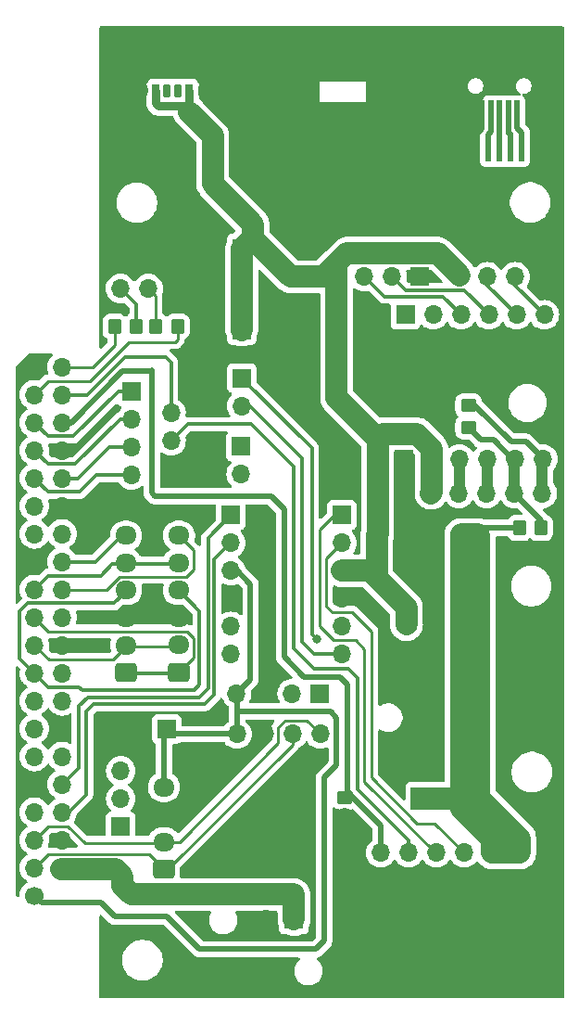
<source format=gbr>
%TF.GenerationSoftware,KiCad,Pcbnew,8.0.2*%
%TF.CreationDate,2024-07-21T18:01:21+02:00*%
%TF.ProjectId,CzlapCzlapTOP,437a6c61-7043-47a6-9c61-70544f502e6b,rev?*%
%TF.SameCoordinates,Original*%
%TF.FileFunction,Copper,L1,Top*%
%TF.FilePolarity,Positive*%
%FSLAX46Y46*%
G04 Gerber Fmt 4.6, Leading zero omitted, Abs format (unit mm)*
G04 Created by KiCad (PCBNEW 8.0.2) date 2024-07-21 18:01:21*
%MOMM*%
%LPD*%
G01*
G04 APERTURE LIST*
G04 Aperture macros list*
%AMRoundRect*
0 Rectangle with rounded corners*
0 $1 Rounding radius*
0 $2 $3 $4 $5 $6 $7 $8 $9 X,Y pos of 4 corners*
0 Add a 4 corners polygon primitive as box body*
4,1,4,$2,$3,$4,$5,$6,$7,$8,$9,$2,$3,0*
0 Add four circle primitives for the rounded corners*
1,1,$1+$1,$2,$3*
1,1,$1+$1,$4,$5*
1,1,$1+$1,$6,$7*
1,1,$1+$1,$8,$9*
0 Add four rect primitives between the rounded corners*
20,1,$1+$1,$2,$3,$4,$5,0*
20,1,$1+$1,$4,$5,$6,$7,0*
20,1,$1+$1,$6,$7,$8,$9,0*
20,1,$1+$1,$8,$9,$2,$3,0*%
G04 Aperture macros list end*
%TA.AperFunction,ComponentPad*%
%ADD10R,1.700000X1.700000*%
%TD*%
%TA.AperFunction,ComponentPad*%
%ADD11O,1.700000X1.700000*%
%TD*%
%TA.AperFunction,ComponentPad*%
%ADD12RoundRect,0.250000X0.725000X-0.600000X0.725000X0.600000X-0.725000X0.600000X-0.725000X-0.600000X0*%
%TD*%
%TA.AperFunction,ComponentPad*%
%ADD13O,1.950000X1.700000*%
%TD*%
%TA.AperFunction,SMDPad,CuDef*%
%ADD14RoundRect,0.250000X0.450000X-0.350000X0.450000X0.350000X-0.450000X0.350000X-0.450000X-0.350000X0*%
%TD*%
%TA.AperFunction,SMDPad,CuDef*%
%ADD15RoundRect,0.175000X0.175000X0.425000X-0.175000X0.425000X-0.175000X-0.425000X0.175000X-0.425000X0*%
%TD*%
%TA.AperFunction,SMDPad,CuDef*%
%ADD16RoundRect,0.190000X-0.190000X-0.410000X0.190000X-0.410000X0.190000X0.410000X-0.190000X0.410000X0*%
%TD*%
%TA.AperFunction,SMDPad,CuDef*%
%ADD17RoundRect,0.200000X-0.200000X-0.400000X0.200000X-0.400000X0.200000X0.400000X-0.200000X0.400000X0*%
%TD*%
%TA.AperFunction,SMDPad,CuDef*%
%ADD18RoundRect,0.175000X-0.175000X-0.425000X0.175000X-0.425000X0.175000X0.425000X-0.175000X0.425000X0*%
%TD*%
%TA.AperFunction,SMDPad,CuDef*%
%ADD19RoundRect,0.190000X0.190000X0.410000X-0.190000X0.410000X-0.190000X-0.410000X0.190000X-0.410000X0*%
%TD*%
%TA.AperFunction,SMDPad,CuDef*%
%ADD20RoundRect,0.200000X0.200000X0.400000X-0.200000X0.400000X-0.200000X-0.400000X0.200000X-0.400000X0*%
%TD*%
%TA.AperFunction,SMDPad,CuDef*%
%ADD21RoundRect,0.250000X0.650000X0.425000X-0.650000X0.425000X-0.650000X-0.425000X0.650000X-0.425000X0*%
%TD*%
%TA.AperFunction,SMDPad,CuDef*%
%ADD22RoundRect,0.250000X0.650000X0.500000X-0.650000X0.500000X-0.650000X-0.500000X0.650000X-0.500000X0*%
%TD*%
%TA.AperFunction,SMDPad,CuDef*%
%ADD23RoundRect,0.250000X0.350000X0.450000X-0.350000X0.450000X-0.350000X-0.450000X0.350000X-0.450000X0*%
%TD*%
%TA.AperFunction,ComponentPad*%
%ADD24R,2.000000X2.000000*%
%TD*%
%TA.AperFunction,ComponentPad*%
%ADD25C,2.000000*%
%TD*%
%TA.AperFunction,ComponentPad*%
%ADD26O,1.050000X2.100000*%
%TD*%
%TA.AperFunction,ComponentPad*%
%ADD27C,1.700000*%
%TD*%
%TA.AperFunction,SMDPad,CuDef*%
%ADD28RoundRect,0.250000X-0.350000X-0.450000X0.350000X-0.450000X0.350000X0.450000X-0.350000X0.450000X0*%
%TD*%
%TA.AperFunction,SMDPad,CuDef*%
%ADD29R,0.500000X2.500000*%
%TD*%
%TA.AperFunction,SMDPad,CuDef*%
%ADD30R,2.000000X2.500000*%
%TD*%
%TA.AperFunction,ViaPad*%
%ADD31C,2.000000*%
%TD*%
%TA.AperFunction,ViaPad*%
%ADD32C,0.800000*%
%TD*%
%TA.AperFunction,Conductor*%
%ADD33C,2.000000*%
%TD*%
%TA.AperFunction,Conductor*%
%ADD34C,0.500000*%
%TD*%
%TA.AperFunction,Conductor*%
%ADD35C,0.800000*%
%TD*%
%TA.AperFunction,Conductor*%
%ADD36C,0.254000*%
%TD*%
%TA.AperFunction,Conductor*%
%ADD37C,0.300000*%
%TD*%
%TA.AperFunction,Conductor*%
%ADD38C,1.000000*%
%TD*%
G04 APERTURE END LIST*
D10*
%TO.P,U3,1,GND*%
%TO.N,GND*%
X122569600Y-56866000D03*
D11*
%TO.P,U3,2,+5V*%
%TO.N,5V*%
X125109600Y-56866000D03*
%TO.P,U3,3,C3+*%
%TO.N,Net-(J12-Pin_3)*%
X127649600Y-56866000D03*
%TO.P,U3,4,C3-*%
%TO.N,Net-(J12-Pin_4)*%
X130189600Y-56866000D03*
%TO.P,U3,5,C4+*%
%TO.N,Net-(J12-Pin_5)*%
X132729600Y-56866000D03*
%TO.P,U3,6,C4-*%
%TO.N,Net-(J12-Pin_6)*%
X135269600Y-56866000D03*
%TO.P,U3,7,C1+*%
%TO.N,Net-(J17-Pin_2)*%
X135407400Y-43713400D03*
%TO.P,U3,8,C1-*%
%TO.N,Net-(J17-Pin_3)*%
X132867400Y-43713400D03*
%TO.P,U3,9,C2+*%
%TO.N,Net-(J18-Pin_2)*%
X130327400Y-43713400D03*
%TO.P,U3,10,C2-*%
%TO.N,Net-(J18-Pin_3)*%
X127787400Y-43713400D03*
%TO.P,U3,11,SDA*%
%TO.N,SDA*%
X125247400Y-43713400D03*
D10*
%TO.P,U3,12,SCL*%
%TO.N,SCL*%
X122707400Y-43713400D03*
%TD*%
%TO.P,RST1,1,Pin_1*%
%TO.N,Net-(RST1-Pin_1)*%
X96697800Y-90424000D03*
D11*
%TO.P,RST1,2,Pin_2*%
%TO.N,Net-(RST1-Pin_2)*%
X96697800Y-87884000D03*
%TO.P,RST1,3,Pin_3*%
%TO.N,Net-(RST1-Pin_3)*%
X96697800Y-85344000D03*
%TD*%
D12*
%TO.P,J9,1,Pin_1*%
%TO.N,VSPI_MISO*%
X102011200Y-76352400D03*
D13*
%TO.P,J9,2,Pin_2*%
%TO.N,VSPI_MOSI*%
X102011200Y-73852400D03*
%TO.P,J9,3,Pin_3*%
%TO.N,GND*%
X102011200Y-71352400D03*
%TO.P,J9,4,Pin_4*%
%TO.N,+3.3V*%
X102011200Y-68852400D03*
%TO.P,J9,5,Pin_5*%
%TO.N,VSPI_SCK*%
X102011200Y-66352400D03*
%TO.P,J9,6,Pin_6*%
%TO.N,VSPI_SS0*%
X102011200Y-63852400D03*
%TD*%
D10*
%TO.P,5V_3,1,Pin_1*%
%TO.N,5V*%
X107756800Y-45086800D03*
D11*
%TO.P,5V_3,2,Pin_2*%
%TO.N,GND*%
X105216800Y-45086800D03*
%TD*%
D10*
%TO.P,U7,1,L1*%
%TO.N,RX*%
X106756200Y-61990600D03*
D11*
%TO.P,U7,2,L2*%
%TO.N,TX*%
X106756200Y-64530600D03*
%TO.P,U7,3,LVcc*%
%TO.N,+3.3VA*%
X106756200Y-67070600D03*
%TO.P,U7,4,GND*%
%TO.N,GND*%
X106756200Y-69610600D03*
%TO.P,U7,5,L3*%
%TO.N,Net-(J19-Pin_2)*%
X106756200Y-72150600D03*
%TO.P,U7,6,L4*%
%TO.N,Net-(J19-Pin_1)*%
X106756200Y-74690600D03*
%TO.P,U7,7,H4*%
%TO.N,Net-(J20-Pin_2)*%
X116916200Y-74690600D03*
%TO.P,U7,8,H3*%
%TO.N,Net-(J20-Pin_1)*%
X116916200Y-72150600D03*
%TO.P,U7,9,GND*%
%TO.N,GND*%
X116916200Y-69610600D03*
%TO.P,U7,10,HVcc*%
%TO.N,5V*%
X116916200Y-67070600D03*
%TO.P,U7,11,H2*%
%TO.N,TX_H*%
X116916200Y-64530600D03*
D10*
%TO.P,U7,12,H1*%
%TO.N,RX_H*%
X116916200Y-61990600D03*
%TD*%
%TO.P,J14,1,Pin_1*%
%TO.N,SCL*%
X114909600Y-78282800D03*
D11*
%TO.P,J14,2,Pin_2*%
%TO.N,SDA*%
X112369600Y-78282800D03*
%TO.P,J14,3,Pin_3*%
%TO.N,GND*%
X109829600Y-78282800D03*
%TO.P,J14,4,Pin_4*%
%TO.N,+3.3VA*%
X107289600Y-78282800D03*
%TD*%
D14*
%TO.P,R5,1*%
%TO.N,GND*%
X117195600Y-89747600D03*
%TO.P,R5,2*%
%TO.N,DCDC_EN*%
X117195600Y-87747600D03*
%TD*%
D15*
%TO.P,J4,A5,CC1*%
%TO.N,unconnected-(J4-CC1-PadA5)*%
X101941800Y-23243800D03*
D16*
%TO.P,J4,A9,VBUS*%
%TO.N,5V*%
X99921800Y-23243800D03*
D17*
%TO.P,J4,A12,GND*%
%TO.N,GND*%
X98691800Y-23243800D03*
D18*
%TO.P,J4,B5,CC2*%
%TO.N,unconnected-(J4-CC2-PadB5)*%
X100941800Y-23243800D03*
D19*
%TO.P,J4,B9,VBUS*%
%TO.N,5V*%
X102961800Y-23243800D03*
D20*
%TO.P,J4,B12,GND*%
%TO.N,GND*%
X104191800Y-23243800D03*
D21*
%TO.P,J4,S1,SHIELD*%
X106566800Y-23188800D03*
D22*
X106566800Y-19608800D03*
D21*
X96316800Y-23188800D03*
D22*
X96316800Y-19608800D03*
%TD*%
D10*
%TO.P,5V_2,1,Pin_1*%
%TO.N,5V*%
X107751800Y-41351200D03*
D11*
%TO.P,5V_2,2,Pin_2*%
%TO.N,GND*%
X105211800Y-41351200D03*
%TD*%
D23*
%TO.P,R2,1*%
%TO.N,Net-(J5-Pin_3)*%
X98129600Y-44780200D03*
%TO.P,R2,2*%
%TO.N,Net-(U1-GPIO21)*%
X96129600Y-44780200D03*
%TD*%
D10*
%TO.P,J5,1,Pin_1*%
%TO.N,GND*%
X96672400Y-38760400D03*
D11*
%TO.P,J5,2,Pin_2*%
X99212400Y-38760400D03*
%TO.P,J5,3,Pin_3*%
%TO.N,Net-(J5-Pin_3)*%
X96672400Y-41300400D03*
%TO.P,J5,4,Pin_4*%
%TO.N,Net-(J5-Pin_4)*%
X99212400Y-41300400D03*
%TD*%
D24*
%TO.P,J3,1,1*%
%TO.N,+BATT*%
X124206000Y-87833200D03*
D25*
%TO.P,J3,2,2*%
%TO.N,GND*%
X124206000Y-85293200D03*
%TD*%
D26*
%TO.P,J22,S1,SHIELD*%
%TO.N,GND*%
X113943200Y-19405600D03*
%TO.P,J22,S2,SHIELD*%
X113943200Y-24305600D03*
%TO.P,J22,S3,SHIELD*%
X120143200Y-24305600D03*
%TO.P,J22,S4,SHIELD*%
X120143200Y-19405600D03*
%TD*%
D11*
%TO.P,J15,1,Pin_1*%
%TO.N,SCL*%
X114933000Y-81979200D03*
%TO.P,J15,2,Pin_2*%
%TO.N,SDA*%
X112393000Y-81979200D03*
%TO.P,J15,3,Pin_3*%
%TO.N,GND*%
X109853000Y-81979200D03*
%TO.P,J15,4,Pin_4*%
%TO.N,+3.3VA*%
X107313000Y-81979200D03*
%TD*%
%TO.P,U2,1,+VIN*%
%TO.N,+BATT*%
X127787400Y-63778500D03*
%TO.P,U2,2,-VIN*%
%TO.N,GND*%
X125247400Y-63778500D03*
%TO.P,U2,3,COM*%
X122707400Y-63778500D03*
%TO.P,U2,4,+VOUT*%
%TO.N,5V*%
X120167400Y-63778500D03*
%TD*%
D10*
%TO.P,5V_1,1,Pin_1*%
%TO.N,5V*%
X107751800Y-37639200D03*
D11*
%TO.P,5V_1,2,Pin_2*%
%TO.N,GND*%
X105211800Y-37639200D03*
%TD*%
D10*
%TO.P,3V3_1,1,Pin_1*%
%TO.N,+3.3VA*%
X100888800Y-81534000D03*
D11*
%TO.P,3V3_1,2,Pin_2*%
%TO.N,GND*%
X98348800Y-81534000D03*
%TD*%
D10*
%TO.P,J23,1,Pin_1*%
%TO.N,GND*%
X117932200Y-92811600D03*
D11*
%TO.P,J23,2,Pin_2*%
%TO.N,DCDC_EN*%
X120472200Y-92811600D03*
%TO.P,J23,3,Pin_3*%
%TO.N,~{RST}*%
X123012200Y-92811600D03*
%TO.P,J23,4,Pin_4*%
%TO.N,RX_H*%
X125552200Y-92811600D03*
%TO.P,J23,5,Pin_5*%
%TO.N,TX_H*%
X128092200Y-92811600D03*
%TO.P,J23,6,Pin_6*%
%TO.N,+BATT*%
X130632200Y-92811600D03*
%TO.P,J23,7,Pin_7*%
X133172200Y-92811600D03*
%TO.P,J23,8,Pin_8*%
%TO.N,GND*%
X135712200Y-92811600D03*
%TD*%
D23*
%TO.P,R3,1*%
%TO.N,Net-(J12-Pin_5)*%
X135128000Y-63169800D03*
%TO.P,R3,2*%
%TO.N,+BATT*%
X133128000Y-63169800D03*
%TD*%
D10*
%TO.P,RST2,1,Pin_1*%
%TO.N,GND*%
X101295200Y-57759600D03*
D11*
%TO.P,RST2,2,Pin_2*%
%TO.N,~{RST}*%
X101295200Y-55219600D03*
%TO.P,RST2,3,Pin_3*%
%TO.N,GPIO20*%
X101295200Y-52679600D03*
%TD*%
D27*
%TO.P,U1,1,3V3*%
%TO.N,+3.3VA*%
X88798400Y-96723200D03*
D11*
%TO.P,U1,3,GPIO2/SDA1*%
%TO.N,SDA*%
X88798400Y-94183200D03*
%TO.P,U1,4,5V*%
%TO.N,5V*%
X91338400Y-94183200D03*
%TO.P,U1,5,GPIO3/SCL1*%
%TO.N,SCL*%
X88798400Y-91643200D03*
%TO.P,U1,6,GND*%
%TO.N,GND*%
X91338400Y-91643200D03*
%TO.P,U1,7,GPIO4/GPIO_GCKL*%
%TO.N,Net-(RST1-Pin_1)*%
X88798400Y-89103200D03*
%TO.P,U1,8,GPIO14/TXD0*%
%TO.N,TX*%
X91338400Y-89103200D03*
%TO.P,U1,9,GND*%
%TO.N,GND*%
X88798400Y-86563200D03*
%TO.P,U1,10,GPIO15/RXD0*%
%TO.N,RX*%
X91338400Y-86563200D03*
%TO.P,U1,11,GPIO17/GPIO_GEN0*%
%TO.N,Net-(RST1-Pin_2)*%
X88798400Y-84023200D03*
%TO.P,U1,12,GPIO18/GPIO_GEN1*%
%TO.N,Net-(RST1-Pin_3)*%
X91338400Y-84023200D03*
%TO.P,U1,13,GPIO27/GPIO_GEN2*%
%TO.N,unconnected-(U1-GPIO27{slash}GPIO_GEN2-Pad13)*%
X88798400Y-81483200D03*
%TO.P,U1,14,GND*%
%TO.N,GND*%
X91338400Y-81483200D03*
%TO.P,U1,15,GPIO22/GPIO_GEN3*%
%TO.N,unconnected-(U1-GPIO22{slash}GPIO_GEN3-Pad15)*%
X88798400Y-78943200D03*
%TO.P,U1,16,GPIO23/GPIO_GEN4*%
%TO.N,unconnected-(U1-GPIO23{slash}GPIO_GEN4-Pad16)*%
X91338400Y-78943200D03*
%TO.P,U1,17,3V3*%
%TO.N,+3.3V*%
X88798400Y-76403200D03*
%TO.P,U1,18,GPIO24/GPIO_GEN5*%
%TO.N,unconnected-(U1-GPIO24{slash}GPIO_GEN5-Pad18)*%
X91338400Y-76403200D03*
%TO.P,U1,19,GPIO10/SPI_MOSI*%
%TO.N,VSPI_MOSI*%
X88798400Y-73863200D03*
%TO.P,U1,20,GND*%
%TO.N,GND*%
X91338400Y-73863200D03*
%TO.P,U1,21,GPIO9/SPI_MISO*%
%TO.N,VSPI_MISO*%
X88798400Y-71323200D03*
%TO.P,U1,22,GPIO25/GPIO_GEN6*%
%TO.N,unconnected-(U1-GPIO25{slash}GPIO_GEN6-Pad22)*%
X91338400Y-71323200D03*
%TO.P,U1,23,GPIO11/SPI_SCLK*%
%TO.N,VSPI_SCK*%
X88798400Y-68783200D03*
%TO.P,U1,24,GPIO8/~{SPI_CE0}*%
%TO.N,VSPI_SS0*%
X91338400Y-68783200D03*
%TO.P,U1,25,GND*%
%TO.N,GND*%
X88798400Y-66243200D03*
%TO.P,U1,26,GPIO7/~{SPI_CE1}*%
%TO.N,VSPI_SS1*%
X91338400Y-66243200D03*
%TO.P,U1,27,ID_SD*%
%TO.N,unconnected-(U1-ID_SD-Pad27)*%
X88798400Y-63703200D03*
%TO.P,U1,28,ID_SC*%
%TO.N,unconnected-(U1-ID_SC-Pad28)*%
X91338400Y-63703200D03*
%TO.P,U1,29,GPIO5*%
%TO.N,unconnected-(U1-GPIO5-Pad29)*%
X88798400Y-61163200D03*
%TO.P,U1,30,GND*%
%TO.N,GND*%
X91338400Y-61163200D03*
%TO.P,U1,31,GPIO6*%
%TO.N,Net-(GPIO_1-Pin_4)*%
X88798400Y-58623200D03*
%TO.P,U1,32,GPIO12*%
%TO.N,Net-(GPIO_1-Pin_3)*%
X91338400Y-58623200D03*
%TO.P,U1,33,GPIO13*%
%TO.N,Net-(GPIO_1-Pin_2)*%
X88798400Y-56083200D03*
%TO.P,U1,34,GND*%
%TO.N,GND*%
X91338400Y-56083200D03*
%TO.P,U1,35,GPIO19*%
%TO.N,Net-(GPIO_1-Pin_1)*%
X88798400Y-53543200D03*
%TO.P,U1,36,GPIO16*%
%TO.N,DCDC_EN*%
X91338400Y-53543200D03*
%TO.P,U1,37,GPIO26*%
%TO.N,Net-(U1-GPIO26)*%
X88798400Y-51003200D03*
%TO.P,U1,38,GPIO20*%
%TO.N,GPIO20*%
X91338400Y-51003200D03*
%TO.P,U1,39,GND*%
%TO.N,GND*%
X88798400Y-48463200D03*
%TO.P,U1,40,GPIO21*%
%TO.N,Net-(U1-GPIO21)*%
X91338400Y-48463200D03*
%TD*%
D10*
%TO.P,J18,1,Pin_1*%
%TO.N,GND*%
X124053600Y-40233600D03*
D11*
%TO.P,J18,2,Pin_2*%
%TO.N,Net-(J18-Pin_2)*%
X121513600Y-40233600D03*
%TO.P,J18,3,Pin_3*%
%TO.N,Net-(J18-Pin_3)*%
X118973600Y-40233600D03*
%TO.P,J18,4,Pin_4*%
%TO.N,5V*%
X116433600Y-40233600D03*
%TD*%
D10*
%TO.P,J19,1,Pin_1*%
%TO.N,Net-(J19-Pin_1)*%
X107696000Y-55727600D03*
D11*
%TO.P,J19,2,Pin_2*%
%TO.N,Net-(J19-Pin_2)*%
X107696000Y-58267600D03*
%TO.P,J19,3,Pin_3*%
%TO.N,GND*%
X105156000Y-55727600D03*
%TO.P,J19,4,Pin_4*%
X105156000Y-58267600D03*
%TD*%
D28*
%TO.P,R1,1*%
%TO.N,Net-(J5-Pin_4)*%
X99888800Y-44780200D03*
%TO.P,R1,2*%
%TO.N,Net-(U1-GPIO26)*%
X101888800Y-44780200D03*
%TD*%
D10*
%TO.P,J20,1,Pin_1*%
%TO.N,Net-(J20-Pin_1)*%
X107746800Y-49479200D03*
D11*
%TO.P,J20,2,Pin_2*%
%TO.N,Net-(J20-Pin_2)*%
X107746800Y-52019200D03*
%TO.P,J20,3,Pin_3*%
%TO.N,GND*%
X105206800Y-49479200D03*
%TO.P,J20,4,Pin_4*%
X105206800Y-52019200D03*
%TD*%
D10*
%TO.P,J17,1,Pin_1*%
%TO.N,GND*%
X135280400Y-40233600D03*
D11*
%TO.P,J17,2,Pin_2*%
%TO.N,Net-(J17-Pin_2)*%
X132740400Y-40233600D03*
%TO.P,J17,3,Pin_3*%
%TO.N,Net-(J17-Pin_3)*%
X130200400Y-40233600D03*
%TO.P,J17,4,Pin_4*%
%TO.N,5V*%
X127660400Y-40233600D03*
%TD*%
D29*
%TO.P,J2,1,Pin_1*%
%TO.N,GND*%
X129273200Y-28471400D03*
%TO.P,J2,2,Pin_2*%
%TO.N,Net-(J1-ID)*%
X130289200Y-28473400D03*
%TO.P,J2,3,Pin_3*%
%TO.N,Net-(J1-D+)*%
X131305200Y-28471400D03*
%TO.P,J2,4,Pin_4*%
%TO.N,Net-(J1-D-)*%
X132321200Y-28473400D03*
%TO.P,J2,5,Pin_5*%
%TO.N,Net-(J1-VBUS)*%
X133337200Y-28471400D03*
%TD*%
D12*
%TO.P,J10,1,Pin_1*%
%TO.N,VSPI_MISO*%
X97180400Y-76363200D03*
D13*
%TO.P,J10,2,Pin_2*%
%TO.N,VSPI_MOSI*%
X97180400Y-73863200D03*
%TO.P,J10,3,Pin_3*%
%TO.N,GND*%
X97180400Y-71363200D03*
%TO.P,J10,4,Pin_4*%
%TO.N,+3.3V*%
X97180400Y-68863200D03*
%TO.P,J10,5,Pin_5*%
%TO.N,VSPI_SCK*%
X97180400Y-66363200D03*
%TO.P,J10,6,Pin_6*%
%TO.N,VSPI_SS1*%
X97180400Y-63863200D03*
%TD*%
D10*
%TO.P,GPIO_1,1,Pin_1*%
%TO.N,Net-(GPIO_1-Pin_1)*%
X97663000Y-50698400D03*
D11*
%TO.P,GPIO_1,2,Pin_2*%
%TO.N,Net-(GPIO_1-Pin_2)*%
X97663000Y-53238400D03*
%TO.P,GPIO_1,3,Pin_3*%
%TO.N,Net-(GPIO_1-Pin_3)*%
X97663000Y-55778400D03*
%TO.P,GPIO_1,4,Pin_4*%
%TO.N,Net-(GPIO_1-Pin_4)*%
X97663000Y-58318400D03*
%TD*%
D14*
%TO.P,R4,1*%
%TO.N,Net-(J12-Pin_5)*%
X128473200Y-53984400D03*
%TO.P,R4,2*%
%TO.N,Net-(J12-Pin_6)*%
X128473200Y-51984400D03*
%TD*%
D29*
%TO.P,J1,1,VBUS*%
%TO.N,Net-(J1-VBUS)*%
X132918000Y-25418200D03*
%TO.P,J1,2,D-*%
%TO.N,Net-(J1-D-)*%
X132118000Y-25418200D03*
%TO.P,J1,3,D+*%
%TO.N,Net-(J1-D+)*%
X131318000Y-25418200D03*
%TO.P,J1,4,ID*%
%TO.N,Net-(J1-ID)*%
X130518000Y-25418200D03*
%TO.P,J1,5,GND*%
%TO.N,GND*%
X129718000Y-25418200D03*
D30*
%TO.P,J1,6,Shield*%
X135718000Y-25418200D03*
X135718000Y-19918200D03*
X126918000Y-25418200D03*
X126918000Y-19918200D03*
%TD*%
D12*
%TO.P,J16,1,Pin_1*%
%TO.N,SDA*%
X100639600Y-94326400D03*
D13*
%TO.P,J16,2,Pin_2*%
%TO.N,SCL*%
X100639600Y-91826400D03*
%TO.P,J16,3,Pin_3*%
%TO.N,GND*%
X100639600Y-89326400D03*
%TO.P,J16,4,Pin_4*%
%TO.N,+3.3VA*%
X100639600Y-86826400D03*
%TD*%
D10*
%TO.P,J12,1,Pin_1*%
%TO.N,GND*%
X122529600Y-59994800D03*
D11*
%TO.P,J12,2,Pin_2*%
%TO.N,5V*%
X125069600Y-59994800D03*
%TO.P,J12,3,Pin_3*%
%TO.N,Net-(J12-Pin_3)*%
X127609600Y-59994800D03*
%TO.P,J12,4,Pin_4*%
%TO.N,Net-(J12-Pin_4)*%
X130149600Y-59994800D03*
%TO.P,J12,5,Pin_5*%
%TO.N,Net-(J12-Pin_5)*%
X132689600Y-59994800D03*
%TO.P,J12,6,Pin_6*%
%TO.N,Net-(J12-Pin_6)*%
X135229600Y-59994800D03*
%TD*%
D10*
%TO.P,M1,1,+*%
%TO.N,5V*%
X112522000Y-98907600D03*
D11*
%TO.P,M1,2,-*%
%TO.N,GND*%
X109982000Y-98907600D03*
%TD*%
D31*
%TO.N,5V*%
X122809000Y-71983600D03*
%TO.N,GND*%
X112877600Y-46228000D03*
X116890800Y-56083200D03*
X102362000Y-35356800D03*
X127660400Y-31496000D03*
D32*
%TO.N,Net-(J20-Pin_1)*%
X114604800Y-73329800D03*
%TD*%
D33*
%TO.N,+BATT*%
X132003800Y-92811600D02*
X132003800Y-90830400D01*
X130632200Y-92811600D02*
X130632200Y-91567000D01*
D34*
X129413000Y-63804800D02*
X127813700Y-63804800D01*
D33*
X133172200Y-92811600D02*
X132003800Y-92811600D01*
X133172200Y-91516200D02*
X129438400Y-87782400D01*
X129413000Y-63804800D02*
X129386700Y-63778500D01*
X127838200Y-87172800D02*
X127838200Y-63829300D01*
X132003800Y-92811600D02*
X130632200Y-92811600D01*
D34*
X129549400Y-74202800D02*
X129438400Y-74091800D01*
D33*
X129438400Y-63830200D02*
X129413000Y-63804800D01*
X130632200Y-91567000D02*
X127838200Y-88773000D01*
X127838200Y-88773000D02*
X127838200Y-87172800D01*
D34*
X128396100Y-63169800D02*
X133128000Y-63169800D01*
D33*
X129386700Y-63778500D02*
X127787400Y-63778500D01*
X133172200Y-92811600D02*
X133172200Y-91516200D01*
X127838200Y-87172800D02*
X128498600Y-87833200D01*
D34*
X127787400Y-63778500D02*
X128396100Y-63169800D01*
D33*
X128498600Y-87833200D02*
X124206000Y-87833200D01*
X127838200Y-63829300D02*
X127787400Y-63778500D01*
D34*
X127813700Y-63804800D02*
X127787400Y-63778500D01*
D33*
X129438400Y-87782400D02*
X129438400Y-74091800D01*
X129438400Y-74091800D02*
X129438400Y-63830200D01*
%TO.N,5V*%
X108782800Y-36779200D02*
X112237200Y-40233600D01*
X105105200Y-31750000D02*
X108782800Y-35427600D01*
X116433600Y-40233600D02*
X116433600Y-39031519D01*
X97688400Y-96621600D02*
X96875600Y-95808800D01*
X120091200Y-63854700D02*
X120167400Y-63778500D01*
X125109600Y-56866000D02*
X125109600Y-55916200D01*
X125109600Y-59954800D02*
X125069600Y-59994800D01*
X112522000Y-96672400D02*
X112471200Y-96621600D01*
D35*
X102961800Y-25207800D02*
X102961800Y-23952200D01*
D33*
X117365119Y-38100000D02*
X125676800Y-38100000D01*
X112471200Y-96621600D02*
X97688400Y-96621600D01*
X112522000Y-98907600D02*
X112522000Y-96672400D01*
X102961800Y-25207800D02*
X105105200Y-27351200D01*
X107751800Y-37639200D02*
X107751800Y-45081800D01*
X116433600Y-51326400D02*
X116433600Y-40233600D01*
X96875600Y-95808800D02*
X96875600Y-94996000D01*
X116433600Y-39031519D02*
X117365119Y-38100000D01*
D35*
X100152400Y-24638000D02*
X99921800Y-24407400D01*
D33*
X112237200Y-40233600D02*
X115231519Y-40233600D01*
X125676800Y-38100000D02*
X127660400Y-40083600D01*
X108611800Y-36779200D02*
X107751800Y-37639200D01*
X120091200Y-67716400D02*
X120091200Y-63854700D01*
X115231519Y-40233600D02*
X116433600Y-39031519D01*
X122809000Y-71983600D02*
X122809000Y-70434200D01*
X107751800Y-45081800D02*
X107756800Y-45086800D01*
X125109600Y-56866000D02*
X125109600Y-59954800D01*
X105105200Y-27351200D02*
X105105200Y-31750000D01*
X120167400Y-55060200D02*
X116433600Y-51326400D01*
D35*
X102961800Y-23952200D02*
X102961800Y-23243800D01*
X102961800Y-25207800D02*
X102392000Y-24638000D01*
D33*
X96224600Y-94345000D02*
X91288069Y-94345000D01*
X122809000Y-70434200D02*
X120091200Y-67716400D01*
X108782800Y-36779200D02*
X108611800Y-36779200D01*
X123778000Y-54584600D02*
X120643000Y-54584600D01*
X116916200Y-67070600D02*
X119445400Y-67070600D01*
X120167400Y-55060200D02*
X120167400Y-63778500D01*
X120643000Y-54584600D02*
X120167400Y-55060200D01*
X125109600Y-55916200D02*
X123778000Y-54584600D01*
X108782800Y-35427600D02*
X108782800Y-36779200D01*
X96875600Y-94996000D02*
X96224600Y-94345000D01*
D35*
X99921800Y-24407400D02*
X99921800Y-23243800D01*
D33*
X119445400Y-67070600D02*
X120091200Y-67716400D01*
D35*
X102392000Y-24638000D02*
X100152400Y-24638000D01*
D36*
%TO.N,SDA*%
X99277200Y-92964000D02*
X100639600Y-94326400D01*
X100639600Y-94326400D02*
X100999600Y-94326400D01*
X91860097Y-92964000D02*
X99277200Y-92964000D01*
X100999600Y-94326400D02*
X112393000Y-82933000D01*
X112393000Y-82933000D02*
X112393000Y-81979200D01*
X90029400Y-92952200D02*
X91848297Y-92952200D01*
X88798400Y-94183200D02*
X90029400Y-92952200D01*
X91848297Y-92952200D02*
X91860097Y-92964000D01*
%TO.N,SCL*%
X111733000Y-80748200D02*
X113702000Y-80748200D01*
X111099600Y-82804000D02*
X111099600Y-81381600D01*
X90068400Y-90373200D02*
X88798400Y-91643200D01*
X93407600Y-91909000D02*
X91871800Y-90373200D01*
X100639600Y-91826400D02*
X102077200Y-91826400D01*
X113702000Y-80748200D02*
X114933000Y-81979200D01*
X102077200Y-91826400D02*
X111099600Y-82804000D01*
X111099600Y-81381600D02*
X111733000Y-80748200D01*
X100639600Y-91826400D02*
X100557000Y-91909000D01*
X91871800Y-90373200D02*
X90068400Y-90373200D01*
X100557000Y-91909000D02*
X93407600Y-91909000D01*
D37*
%TO.N,+3.3V*%
X88204800Y-70037200D02*
X87477600Y-70764400D01*
X87477600Y-70764400D02*
X87477600Y-75082400D01*
X90068400Y-77673200D02*
X92887800Y-77673200D01*
X102011200Y-68852400D02*
X101908000Y-68955600D01*
X96103600Y-70037200D02*
X88204800Y-70037200D01*
X93192600Y-77978000D02*
X103403400Y-77978000D01*
X87477600Y-75082400D02*
X88798400Y-76403200D01*
X88798400Y-76403200D02*
X90068400Y-77673200D01*
X103403400Y-77978000D02*
X103898200Y-77483200D01*
X97185200Y-68955600D02*
X96103600Y-70037200D01*
X92887800Y-77673200D02*
X93192600Y-77978000D01*
X103898200Y-70739400D02*
X102011200Y-68852400D01*
X103898200Y-77483200D02*
X103898200Y-70739400D01*
D36*
%TO.N,VSPI_MISO*%
X103367200Y-74996400D02*
X102011200Y-76352400D01*
X90087509Y-72612309D02*
X102787509Y-72612309D01*
X88798400Y-71323200D02*
X90087509Y-72612309D01*
X102787509Y-72612309D02*
X103367200Y-73192000D01*
D37*
X102011200Y-76352400D02*
X101908000Y-76455600D01*
D36*
X103367200Y-73192000D02*
X103367200Y-74996400D01*
D37*
X101908000Y-76455600D02*
X97185200Y-76455600D01*
D36*
%TO.N,VSPI_MOSI*%
X101908000Y-73955600D02*
X102011200Y-73852400D01*
X97185200Y-73955600D02*
X101908000Y-73955600D01*
X90107400Y-75172200D02*
X95968600Y-75172200D01*
X88798400Y-73863200D02*
X90107400Y-75172200D01*
X95968600Y-75172200D02*
X97185200Y-73955600D01*
D37*
%TO.N,VSPI_SCK*%
X101908000Y-66455600D02*
X95910200Y-66455600D01*
X95910200Y-66455600D02*
X94852600Y-67513200D01*
X90068400Y-67513200D02*
X88798400Y-68783200D01*
X102011200Y-66352400D02*
X101908000Y-66455600D01*
X94852600Y-67513200D02*
X90068400Y-67513200D01*
%TO.N,+3.3VA*%
X100838000Y-86628000D02*
X100639600Y-86826400D01*
D34*
X115290600Y-100863400D02*
X114528600Y-101625400D01*
X116433600Y-80467200D02*
X116433600Y-84810600D01*
X107313000Y-81979200D02*
X107313000Y-78306200D01*
X100639600Y-86826400D02*
X100639600Y-86669600D01*
X115290600Y-85953600D02*
X115290600Y-100863400D01*
X107313000Y-81979200D02*
X101334000Y-81979200D01*
X100639600Y-81783200D02*
X100639600Y-86826400D01*
X89433400Y-97358200D02*
X88798400Y-96723200D01*
D37*
X100888800Y-81534000D02*
X100838000Y-81584800D01*
D34*
X96164400Y-98653600D02*
X94869000Y-97358200D01*
X100914200Y-98653600D02*
X96164400Y-98653600D01*
X108559600Y-68300600D02*
X107329600Y-67070600D01*
X107329600Y-67070600D02*
X106756200Y-67070600D01*
X94869000Y-97358200D02*
X89433400Y-97358200D01*
X103886000Y-101625400D02*
X100914200Y-98653600D01*
X107313000Y-78306200D02*
X107289600Y-78282800D01*
X116433600Y-84810600D02*
X115290600Y-85953600D01*
X100888800Y-81534000D02*
X100639600Y-81783200D01*
X114528600Y-101625400D02*
X103886000Y-101625400D01*
X107289600Y-78282800D02*
X108559600Y-77012800D01*
X100639600Y-86669600D02*
X100888800Y-86420400D01*
X101334000Y-81979200D02*
X100888800Y-81534000D01*
X115874800Y-79908400D02*
X116433600Y-80467200D01*
X107313000Y-79908400D02*
X115874800Y-79908400D01*
X107313000Y-81979200D02*
X107313000Y-79908400D01*
X108559600Y-77012800D02*
X108559600Y-68300600D01*
D37*
%TO.N,VSPI_SS1*%
X96669600Y-63955600D02*
X94382000Y-66243200D01*
X94382000Y-66243200D02*
X91338400Y-66243200D01*
X97185200Y-63955600D02*
X96669600Y-63955600D01*
D36*
%TO.N,VSPI_SS0*%
X102717600Y-67614800D02*
X103367200Y-66965200D01*
X96562903Y-67614800D02*
X102717600Y-67614800D01*
X103367200Y-66965200D02*
X103367200Y-65208400D01*
X103367200Y-65208400D02*
X102011200Y-63852400D01*
X95394503Y-68783200D02*
X96562903Y-67614800D01*
X91338400Y-68783200D02*
X95394503Y-68783200D01*
D37*
%TO.N,TX*%
X104394000Y-79222600D02*
X105232200Y-78384400D01*
X105232200Y-78384400D02*
X105232200Y-66054600D01*
X91338400Y-89103200D02*
X91918674Y-89103200D01*
X105232200Y-66054600D02*
X106756200Y-64530600D01*
X91918674Y-89103200D02*
X93522800Y-87499074D01*
X93522800Y-87499074D02*
X93522800Y-79933800D01*
X94234000Y-79222600D02*
X104394000Y-79222600D01*
X93522800Y-79933800D02*
X94234000Y-79222600D01*
D36*
%TO.N,RX_H*%
X118948200Y-74218800D02*
X118160800Y-73431400D01*
X116128800Y-73431400D02*
X114858800Y-72161400D01*
X118160800Y-73431400D02*
X116128800Y-73431400D01*
X114858800Y-72161400D02*
X114858800Y-63347600D01*
X125552200Y-92811600D02*
X125450600Y-92811600D01*
X116215800Y-61990600D02*
X116916200Y-61990600D01*
X114858800Y-63347600D02*
X116215800Y-61990600D01*
X125450600Y-92811600D02*
X118948200Y-86309200D01*
X118948200Y-86309200D02*
X118948200Y-74218800D01*
D37*
%TO.N,RX*%
X104678200Y-77799326D02*
X104678200Y-64068600D01*
X103864526Y-78613000D02*
X104678200Y-77799326D01*
X92862400Y-85039200D02*
X92862400Y-79425800D01*
X92862400Y-79425800D02*
X93675200Y-78613000D01*
X91338400Y-86563200D02*
X92862400Y-85039200D01*
X93675200Y-78613000D02*
X103864526Y-78613000D01*
X104678200Y-64068600D02*
X106756200Y-61990600D01*
D36*
%TO.N,TX_H*%
X116916200Y-64530600D02*
X115468400Y-65978400D01*
X123761500Y-90119200D02*
X125399800Y-90119200D01*
X119608600Y-72644000D02*
X119608600Y-85966300D01*
X116027200Y-70866000D02*
X117830600Y-70866000D01*
X119608600Y-85966300D02*
X123761500Y-90119200D01*
X115468400Y-65978400D02*
X115468400Y-70307200D01*
X125399800Y-90119200D02*
X128092200Y-92811600D01*
X115468400Y-70307200D02*
X116027200Y-70866000D01*
X117830600Y-70866000D02*
X119608600Y-72644000D01*
D33*
%TO.N,GND*%
X113740000Y-19608800D02*
X113943200Y-19405600D01*
D38*
X106566800Y-23188800D02*
X104246800Y-23188800D01*
D33*
X117195600Y-91465400D02*
X117932200Y-92202000D01*
X127660400Y-26160600D02*
X126918000Y-25418200D01*
D34*
X129718000Y-26720600D02*
X129718000Y-25418200D01*
D33*
X117932200Y-92811600D02*
X117830600Y-92913200D01*
X118242800Y-95509800D02*
X134817400Y-95509800D01*
X113740000Y-20372000D02*
X113883200Y-20515200D01*
X126481600Y-19481800D02*
X126918000Y-19918200D01*
X96316800Y-19608800D02*
X96316800Y-23188800D01*
X135712200Y-94615000D02*
X135712200Y-92811600D01*
X117830600Y-92913200D02*
X117830600Y-95097600D01*
X117830600Y-95097600D02*
X118242800Y-95509800D01*
X102387400Y-31267400D02*
X96316800Y-25196800D01*
X98166800Y-23188800D02*
X98221800Y-23243800D01*
X96316800Y-23188800D02*
X98166800Y-23188800D01*
X117932200Y-92202000D02*
X117932200Y-92811600D01*
D34*
X126918000Y-25418200D02*
X126918000Y-19918200D01*
D33*
X113740000Y-19608800D02*
X113740000Y-20372000D01*
X106566800Y-21278100D02*
X106566800Y-19608800D01*
X127660400Y-31496000D02*
X127660400Y-26160600D01*
X113883200Y-20515200D02*
X113883200Y-24305600D01*
X102387400Y-35331400D02*
X102387400Y-31267400D01*
X113943200Y-19405600D02*
X120143200Y-19405600D01*
X112877600Y-46228000D02*
X112877600Y-52070000D01*
X120143200Y-19405600D02*
X120143200Y-24305600D01*
X117195600Y-89747600D02*
X117195600Y-91465400D01*
X120219400Y-19481800D02*
X126481600Y-19481800D01*
D34*
X135718000Y-25418200D02*
X135718000Y-19918200D01*
D33*
X120143200Y-24305600D02*
X120143200Y-24699814D01*
D34*
X126918000Y-25418200D02*
X129718000Y-25418200D01*
D33*
X102362000Y-35356800D02*
X102387400Y-35331400D01*
X106566800Y-23188800D02*
X106566800Y-21278100D01*
X106566800Y-19608800D02*
X96316800Y-19608800D01*
X120143200Y-24699814D02*
X119507414Y-25335600D01*
X96316800Y-25196800D02*
X96316800Y-23188800D01*
D34*
X135718000Y-19918200D02*
X126918000Y-19918200D01*
D33*
X106566800Y-19608800D02*
X113740000Y-19608800D01*
X134817400Y-95509800D02*
X135712200Y-94615000D01*
D34*
X129273200Y-27165400D02*
X129718000Y-26720600D01*
X104246800Y-23188800D02*
X104191800Y-23243800D01*
X129273200Y-28471400D02*
X129273200Y-27165400D01*
D33*
X120143200Y-19405600D02*
X120219400Y-19481800D01*
X112877600Y-52070000D02*
X116890800Y-56083200D01*
X119507414Y-25335600D02*
X114468986Y-25335600D01*
D34*
%TO.N,DCDC_EN*%
X120472200Y-90322400D02*
X120472200Y-92811600D01*
X99517200Y-48793400D02*
X99491800Y-48818800D01*
X117779800Y-87553800D02*
X117779800Y-87630000D01*
X99491800Y-48818800D02*
X96875600Y-48818800D01*
X110439200Y-60248800D02*
X99804623Y-60248800D01*
X99517200Y-59961377D02*
X99517200Y-48793400D01*
X117449600Y-77470000D02*
X116738400Y-76758800D01*
X116738400Y-76758800D02*
X113436400Y-76758800D01*
X117779800Y-87553800D02*
X117586000Y-87747600D01*
X117779800Y-87553800D02*
X117449600Y-87223600D01*
X117779800Y-87630000D02*
X120472200Y-90322400D01*
X96875600Y-48818800D02*
X92151200Y-53543200D01*
X113436400Y-76758800D02*
X111633000Y-74955400D01*
X111633000Y-61442600D02*
X110439200Y-60248800D01*
X117449600Y-87223600D02*
X117449600Y-77470000D01*
X111633000Y-74955400D02*
X111633000Y-61442600D01*
X117586000Y-87747600D02*
X117195600Y-87747600D01*
X99804623Y-60248800D02*
X99517200Y-59961377D01*
X92151200Y-53543200D02*
X91338400Y-53543200D01*
%TO.N,Net-(J1-D+)*%
X131305200Y-28471400D02*
X131305200Y-25431000D01*
X131305200Y-25431000D02*
X131318000Y-25418200D01*
%TO.N,Net-(J1-D-)*%
X132164000Y-27172200D02*
X132118000Y-27126200D01*
X132283200Y-27172200D02*
X132164000Y-27172200D01*
X132118000Y-27126200D02*
X132118000Y-25418200D01*
X132321200Y-27210200D02*
X132283200Y-27172200D01*
X132321200Y-28473400D02*
X132321200Y-27210200D01*
%TO.N,Net-(J1-VBUS)*%
X133337200Y-27063600D02*
X132918000Y-26644400D01*
X133337200Y-28471400D02*
X133337200Y-27063600D01*
X132918000Y-26644400D02*
X132918000Y-25418200D01*
%TO.N,Net-(J1-ID)*%
X130289200Y-27215718D02*
X130518000Y-26986918D01*
X130518000Y-26986918D02*
X130518000Y-25418200D01*
X130289200Y-28473400D02*
X130289200Y-27215718D01*
D37*
%TO.N,Net-(J5-Pin_3)*%
X98129600Y-42757600D02*
X96672400Y-41300400D01*
X98129600Y-44780200D02*
X98129600Y-42757600D01*
D36*
%TO.N,Net-(J5-Pin_4)*%
X99888800Y-41976800D02*
X99212400Y-41300400D01*
X99888800Y-44780200D02*
X99888800Y-41976800D01*
D34*
%TO.N,Net-(J12-Pin_6)*%
X129048000Y-51984400D02*
X128473200Y-51984400D01*
X135269600Y-56866000D02*
X135269600Y-56834400D01*
X135229600Y-56906000D02*
X135269600Y-56866000D01*
X133731000Y-55295800D02*
X132359400Y-55295800D01*
X132359400Y-55295800D02*
X129048000Y-51984400D01*
X135269600Y-56834400D02*
X133731000Y-55295800D01*
D38*
X135229600Y-59994800D02*
X135229600Y-56906000D01*
D34*
%TO.N,Net-(J12-Pin_5)*%
X129606800Y-55118000D02*
X128473200Y-53984400D01*
X132507200Y-56866000D02*
X130759200Y-55118000D01*
X135128000Y-63169800D02*
X135128000Y-62433200D01*
X135128000Y-62433200D02*
X132689600Y-59994800D01*
X132729600Y-56866000D02*
X132507200Y-56866000D01*
D38*
X132689600Y-56906000D02*
X132729600Y-56866000D01*
D34*
X130759200Y-55118000D02*
X129606800Y-55118000D01*
D38*
X132689600Y-59994800D02*
X132689600Y-56906000D01*
D34*
%TO.N,Net-(J12-Pin_4)*%
X130189600Y-59954800D02*
X130149600Y-59994800D01*
D38*
X130189600Y-56866000D02*
X130189600Y-59954800D01*
D37*
%TO.N,Net-(J17-Pin_3)*%
X132867400Y-43713400D02*
X130200400Y-41046400D01*
X130200400Y-41046400D02*
X130200400Y-40233600D01*
%TO.N,Net-(J17-Pin_2)*%
X135407400Y-43713400D02*
X132740400Y-41046400D01*
X132740400Y-41046400D02*
X132740400Y-40233600D01*
%TO.N,Net-(J18-Pin_2)*%
X130327400Y-43713400D02*
X128101600Y-41487600D01*
X122767600Y-41487600D02*
X121513600Y-40233600D01*
X128101600Y-41487600D02*
X122767600Y-41487600D01*
D36*
%TO.N,Net-(U1-GPIO26)*%
X97425000Y-46212000D02*
X101650800Y-46212000D01*
X93864800Y-49772200D02*
X97425000Y-46212000D01*
X101888800Y-45974000D02*
X101888800Y-44780200D01*
X90029400Y-49772200D02*
X93864800Y-49772200D01*
X101650800Y-46212000D02*
X101888800Y-45974000D01*
X88798400Y-51003200D02*
X90029400Y-49772200D01*
D37*
%TO.N,~{RST}*%
X118338600Y-76835000D02*
X117532200Y-76028600D01*
X102819200Y-53695600D02*
X101295200Y-55219600D01*
X112471200Y-57527074D02*
X108639726Y-53695600D01*
X112471200Y-74117200D02*
X112471200Y-57527074D01*
X123012200Y-92811600D02*
X123012200Y-91668600D01*
X108639726Y-53695600D02*
X102819200Y-53695600D01*
X117532200Y-76028600D02*
X114382600Y-76028600D01*
X118338600Y-86995000D02*
X118338600Y-76835000D01*
X114382600Y-76028600D02*
X112471200Y-74117200D01*
X123012200Y-91668600D02*
X118338600Y-86995000D01*
D36*
%TO.N,Net-(U1-GPIO21)*%
X94132400Y-48463200D02*
X91338400Y-48463200D01*
X96129600Y-46466000D02*
X94132400Y-48463200D01*
X96129600Y-44780200D02*
X96129600Y-46466000D01*
D37*
%TO.N,GPIO20*%
X101295200Y-48082200D02*
X100787200Y-47574200D01*
X93624400Y-51003200D02*
X91144400Y-51003200D01*
X101295200Y-52679600D02*
X101295200Y-48082200D01*
X91389200Y-50952400D02*
X91338400Y-51003200D01*
X97053400Y-47574200D02*
X93624400Y-51003200D01*
X100787200Y-47574200D02*
X97053400Y-47574200D01*
D38*
%TO.N,Net-(J12-Pin_3)*%
X127649600Y-56866000D02*
X127649600Y-59954800D01*
D34*
X127649600Y-59954800D02*
X127609600Y-59994800D01*
D37*
%TO.N,Net-(GPIO_1-Pin_4)*%
X90052400Y-59877200D02*
X92929200Y-59877200D01*
X88798400Y-58623200D02*
X90052400Y-59877200D01*
X94488000Y-58318400D02*
X97663000Y-58318400D01*
X92929200Y-59877200D02*
X94488000Y-58318400D01*
%TO.N,Net-(GPIO_1-Pin_3)*%
X91338400Y-58623200D02*
X92811600Y-58623200D01*
X95656400Y-55778400D02*
X97663000Y-55778400D01*
X92811600Y-58623200D02*
X95656400Y-55778400D01*
%TO.N,Net-(GPIO_1-Pin_1)*%
X96469200Y-50698400D02*
X92370400Y-54797200D01*
X92370400Y-54797200D02*
X90052400Y-54797200D01*
X90052400Y-54797200D02*
X88798400Y-53543200D01*
X97663000Y-50698400D02*
X96469200Y-50698400D01*
%TO.N,Net-(GPIO_1-Pin_2)*%
X96647000Y-53238400D02*
X92548200Y-57337200D01*
X90052400Y-57337200D02*
X88798400Y-56083200D01*
X92548200Y-57337200D02*
X90052400Y-57337200D01*
X97663000Y-53238400D02*
X96647000Y-53238400D01*
%TO.N,Net-(J18-Pin_3)*%
X120781600Y-42041600D02*
X118973600Y-40233600D01*
X127787400Y-43713400D02*
X126115600Y-42041600D01*
X126115600Y-42041600D02*
X120781600Y-42041600D01*
%TO.N,Net-(J20-Pin_2)*%
X113284000Y-73558400D02*
X113284000Y-56769000D01*
X113284000Y-56769000D02*
X108534200Y-52019200D01*
X114401600Y-74676000D02*
X113284000Y-73558400D01*
X108534200Y-52019200D02*
X107746800Y-52019200D01*
X116916200Y-74690600D02*
X116901600Y-74676000D01*
X116901600Y-74676000D02*
X114401600Y-74676000D01*
%TO.N,Net-(J20-Pin_1)*%
X114604800Y-73329800D02*
X114173000Y-72898000D01*
X114173000Y-55905400D02*
X107746800Y-49479200D01*
X114173000Y-72898000D02*
X114173000Y-55905400D01*
%TD*%
%TA.AperFunction,Conductor*%
%TO.N,GND*%
G36*
X137153839Y-17393285D02*
G01*
X137199594Y-17446089D01*
X137210800Y-17497600D01*
X137210800Y-105946400D01*
X137191115Y-106013439D01*
X137138311Y-106059194D01*
X137086800Y-106070400D01*
X94874000Y-106070400D01*
X94806961Y-106050715D01*
X94761206Y-105997911D01*
X94750000Y-105946400D01*
X94750000Y-102494711D01*
X96828500Y-102494711D01*
X96828500Y-102737288D01*
X96860161Y-102977785D01*
X96922947Y-103212104D01*
X96961288Y-103304666D01*
X97015776Y-103436212D01*
X97137064Y-103646289D01*
X97137066Y-103646292D01*
X97137067Y-103646293D01*
X97284733Y-103838736D01*
X97284739Y-103838743D01*
X97456256Y-104010260D01*
X97456262Y-104010265D01*
X97648711Y-104157936D01*
X97858788Y-104279224D01*
X98082900Y-104372054D01*
X98317211Y-104434838D01*
X98481138Y-104456419D01*
X98557711Y-104466500D01*
X98557712Y-104466500D01*
X98800289Y-104466500D01*
X98876862Y-104456419D01*
X99040789Y-104434838D01*
X99275100Y-104372054D01*
X99499212Y-104279224D01*
X99709289Y-104157936D01*
X99901738Y-104010265D01*
X100073265Y-103838738D01*
X100220936Y-103646289D01*
X100342224Y-103436212D01*
X100435054Y-103212100D01*
X100497838Y-102977789D01*
X100529500Y-102737288D01*
X100529500Y-102494712D01*
X100497838Y-102254211D01*
X100435054Y-102019900D01*
X100342224Y-101795788D01*
X100220936Y-101585711D01*
X100073265Y-101393262D01*
X100073260Y-101393256D01*
X99901743Y-101221739D01*
X99901736Y-101221733D01*
X99709293Y-101074067D01*
X99709292Y-101074066D01*
X99709289Y-101074064D01*
X99499212Y-100952776D01*
X99499205Y-100952773D01*
X99275104Y-100859947D01*
X99040785Y-100797161D01*
X98800289Y-100765500D01*
X98800288Y-100765500D01*
X98557712Y-100765500D01*
X98557711Y-100765500D01*
X98317214Y-100797161D01*
X98082895Y-100859947D01*
X97858794Y-100952773D01*
X97858785Y-100952777D01*
X97648706Y-101074067D01*
X97456263Y-101221733D01*
X97456256Y-101221739D01*
X97284739Y-101393256D01*
X97284733Y-101393263D01*
X97137067Y-101585706D01*
X97015777Y-101795785D01*
X97015773Y-101795794D01*
X96922947Y-102019895D01*
X96860162Y-102254212D01*
X96828500Y-102494711D01*
X94750000Y-102494711D01*
X94750000Y-98599929D01*
X94769685Y-98532890D01*
X94822489Y-98487135D01*
X94891647Y-98477191D01*
X94955203Y-98506216D01*
X94961672Y-98512239D01*
X95581449Y-99132016D01*
X95685984Y-99236551D01*
X95685985Y-99236552D01*
X95808898Y-99318680D01*
X95808911Y-99318687D01*
X95945482Y-99375256D01*
X95945487Y-99375258D01*
X95945491Y-99375258D01*
X95945492Y-99375259D01*
X96090479Y-99404100D01*
X96090482Y-99404100D01*
X100551970Y-99404100D01*
X100619009Y-99423785D01*
X100639651Y-99440419D01*
X103407578Y-102208347D01*
X103407581Y-102208350D01*
X103407584Y-102208352D01*
X103476218Y-102254211D01*
X103530505Y-102290484D01*
X103667087Y-102347058D01*
X103667091Y-102347058D01*
X103667092Y-102347059D01*
X103812079Y-102375900D01*
X103812082Y-102375900D01*
X103812083Y-102375900D01*
X103959918Y-102375900D01*
X112956315Y-102375900D01*
X113023354Y-102395585D01*
X113069109Y-102448389D01*
X113079053Y-102517547D01*
X113050028Y-102581103D01*
X113029201Y-102600218D01*
X113005782Y-102617232D01*
X112861028Y-102761986D01*
X112740715Y-102927586D01*
X112647781Y-103109976D01*
X112584522Y-103304665D01*
X112552500Y-103506848D01*
X112552500Y-103711551D01*
X112584522Y-103913734D01*
X112647781Y-104108423D01*
X112740715Y-104290813D01*
X112861028Y-104456413D01*
X113005786Y-104601171D01*
X113160749Y-104713756D01*
X113171390Y-104721487D01*
X113287607Y-104780703D01*
X113353776Y-104814418D01*
X113353778Y-104814418D01*
X113353781Y-104814420D01*
X113458137Y-104848327D01*
X113548465Y-104877677D01*
X113649557Y-104893688D01*
X113750648Y-104909700D01*
X113750649Y-104909700D01*
X113955351Y-104909700D01*
X113955352Y-104909700D01*
X114157534Y-104877677D01*
X114352219Y-104814420D01*
X114534610Y-104721487D01*
X114627590Y-104653932D01*
X114700213Y-104601171D01*
X114700215Y-104601168D01*
X114700219Y-104601166D01*
X114844966Y-104456419D01*
X114844968Y-104456415D01*
X114844971Y-104456413D01*
X114906262Y-104372052D01*
X114965287Y-104290810D01*
X115058220Y-104108419D01*
X115121477Y-103913734D01*
X115153500Y-103711552D01*
X115153500Y-103506848D01*
X115121477Y-103304665D01*
X115058218Y-103109976D01*
X115024503Y-103043807D01*
X114965287Y-102927590D01*
X114957556Y-102916949D01*
X114844971Y-102761986D01*
X114700219Y-102617234D01*
X114676798Y-102600218D01*
X114647791Y-102579143D01*
X114605126Y-102523814D01*
X114599147Y-102454200D01*
X114631752Y-102392405D01*
X114692591Y-102358048D01*
X114696430Y-102357219D01*
X114747513Y-102347058D01*
X114884095Y-102290484D01*
X114938382Y-102254211D01*
X115007016Y-102208352D01*
X115873552Y-101341816D01*
X115953786Y-101221735D01*
X115953787Y-101221735D01*
X115953791Y-101221726D01*
X115955684Y-101218895D01*
X115979118Y-101162320D01*
X116012259Y-101082312D01*
X116041100Y-100937317D01*
X116041100Y-100789482D01*
X116041100Y-88753830D01*
X116060785Y-88686791D01*
X116113589Y-88641036D01*
X116182747Y-88631092D01*
X116246303Y-88660117D01*
X116252781Y-88666149D01*
X116276944Y-88690312D01*
X116426266Y-88782414D01*
X116592803Y-88837599D01*
X116695591Y-88848100D01*
X117695608Y-88848099D01*
X117695616Y-88848098D01*
X117695619Y-88848098D01*
X117719496Y-88845658D01*
X117798397Y-88837599D01*
X117821663Y-88829888D01*
X117891489Y-88827487D01*
X117948347Y-88859914D01*
X119685381Y-90596948D01*
X119718866Y-90658271D01*
X119721700Y-90684629D01*
X119721700Y-91623898D01*
X119702015Y-91690937D01*
X119668825Y-91725472D01*
X119600795Y-91773107D01*
X119433705Y-91940197D01*
X119298165Y-92133769D01*
X119298164Y-92133771D01*
X119198298Y-92347935D01*
X119198294Y-92347944D01*
X119137138Y-92576186D01*
X119137136Y-92576196D01*
X119116541Y-92811599D01*
X119116541Y-92811600D01*
X119137136Y-93047003D01*
X119137138Y-93047013D01*
X119198294Y-93275255D01*
X119198296Y-93275259D01*
X119198297Y-93275263D01*
X119250677Y-93387592D01*
X119298165Y-93489430D01*
X119298167Y-93489434D01*
X119395066Y-93627819D01*
X119433705Y-93683001D01*
X119600799Y-93850095D01*
X119697584Y-93917865D01*
X119794365Y-93985632D01*
X119794367Y-93985633D01*
X119794370Y-93985635D01*
X120008537Y-94085503D01*
X120008543Y-94085504D01*
X120008544Y-94085505D01*
X120063485Y-94100226D01*
X120236792Y-94146663D01*
X120425118Y-94163139D01*
X120472199Y-94167259D01*
X120472200Y-94167259D01*
X120472201Y-94167259D01*
X120511434Y-94163826D01*
X120707608Y-94146663D01*
X120935863Y-94085503D01*
X121150030Y-93985635D01*
X121343601Y-93850095D01*
X121510695Y-93683001D01*
X121640625Y-93497442D01*
X121695202Y-93453817D01*
X121764700Y-93446623D01*
X121827055Y-93478146D01*
X121843775Y-93497442D01*
X121973700Y-93682995D01*
X121973705Y-93683001D01*
X122140799Y-93850095D01*
X122237584Y-93917865D01*
X122334365Y-93985632D01*
X122334367Y-93985633D01*
X122334370Y-93985635D01*
X122548537Y-94085503D01*
X122548543Y-94085504D01*
X122548544Y-94085505D01*
X122603485Y-94100226D01*
X122776792Y-94146663D01*
X122965118Y-94163139D01*
X123012199Y-94167259D01*
X123012200Y-94167259D01*
X123012201Y-94167259D01*
X123051434Y-94163826D01*
X123247608Y-94146663D01*
X123475863Y-94085503D01*
X123690030Y-93985635D01*
X123883601Y-93850095D01*
X124050695Y-93683001D01*
X124180625Y-93497442D01*
X124235202Y-93453817D01*
X124304700Y-93446623D01*
X124367055Y-93478146D01*
X124383775Y-93497442D01*
X124513700Y-93682995D01*
X124513705Y-93683001D01*
X124680799Y-93850095D01*
X124777584Y-93917865D01*
X124874365Y-93985632D01*
X124874367Y-93985633D01*
X124874370Y-93985635D01*
X125088537Y-94085503D01*
X125088543Y-94085504D01*
X125088544Y-94085505D01*
X125143485Y-94100226D01*
X125316792Y-94146663D01*
X125505118Y-94163139D01*
X125552199Y-94167259D01*
X125552200Y-94167259D01*
X125552201Y-94167259D01*
X125591434Y-94163826D01*
X125787608Y-94146663D01*
X126015863Y-94085503D01*
X126230030Y-93985635D01*
X126423601Y-93850095D01*
X126590695Y-93683001D01*
X126720625Y-93497442D01*
X126775202Y-93453817D01*
X126844700Y-93446623D01*
X126907055Y-93478146D01*
X126923775Y-93497442D01*
X127053700Y-93682995D01*
X127053705Y-93683001D01*
X127220799Y-93850095D01*
X127317584Y-93917865D01*
X127414365Y-93985632D01*
X127414367Y-93985633D01*
X127414370Y-93985635D01*
X127628537Y-94085503D01*
X127628543Y-94085504D01*
X127628544Y-94085505D01*
X127683485Y-94100226D01*
X127856792Y-94146663D01*
X128045118Y-94163139D01*
X128092199Y-94167259D01*
X128092200Y-94167259D01*
X128092201Y-94167259D01*
X128131434Y-94163826D01*
X128327608Y-94146663D01*
X128555863Y-94085503D01*
X128770030Y-93985635D01*
X128963601Y-93850095D01*
X129130695Y-93683001D01*
X129168348Y-93629225D01*
X129222922Y-93585602D01*
X129292421Y-93578408D01*
X129354776Y-93609930D01*
X129370239Y-93627463D01*
X129487683Y-93789110D01*
X129654690Y-93956117D01*
X129845767Y-94094943D01*
X129945191Y-94145602D01*
X130056203Y-94202166D01*
X130056205Y-94202166D01*
X130056208Y-94202168D01*
X130176612Y-94241289D01*
X130280831Y-94275153D01*
X130514103Y-94312100D01*
X130514108Y-94312100D01*
X133290297Y-94312100D01*
X133523568Y-94275153D01*
X133748192Y-94202168D01*
X133958633Y-94094943D01*
X134149710Y-93956117D01*
X134316717Y-93789110D01*
X134455543Y-93598033D01*
X134562768Y-93387592D01*
X134635753Y-93162968D01*
X134638646Y-93144705D01*
X134672700Y-92929697D01*
X134672700Y-91398102D01*
X134635753Y-91164831D01*
X134582423Y-91000700D01*
X134562768Y-90940208D01*
X134562766Y-90940205D01*
X134562766Y-90940203D01*
X134476773Y-90771433D01*
X134455543Y-90729767D01*
X134413100Y-90671349D01*
X134316718Y-90538690D01*
X130975219Y-87197191D01*
X130941734Y-87135868D01*
X130938900Y-87109510D01*
X130938900Y-85324311D01*
X132413900Y-85324311D01*
X132413900Y-85566888D01*
X132445561Y-85807385D01*
X132508347Y-86041704D01*
X132585575Y-86228148D01*
X132601176Y-86265812D01*
X132722464Y-86475889D01*
X132722466Y-86475892D01*
X132722467Y-86475893D01*
X132870133Y-86668336D01*
X132870139Y-86668343D01*
X133041656Y-86839860D01*
X133041663Y-86839866D01*
X133064712Y-86857552D01*
X133234111Y-86987536D01*
X133444188Y-87108824D01*
X133668300Y-87201654D01*
X133902611Y-87264438D01*
X134082986Y-87288184D01*
X134143111Y-87296100D01*
X134143112Y-87296100D01*
X134385689Y-87296100D01*
X134433788Y-87289767D01*
X134626189Y-87264438D01*
X134860500Y-87201654D01*
X135084612Y-87108824D01*
X135294689Y-86987536D01*
X135487138Y-86839865D01*
X135658665Y-86668338D01*
X135806336Y-86475889D01*
X135927624Y-86265812D01*
X136020454Y-86041700D01*
X136083238Y-85807389D01*
X136114900Y-85566888D01*
X136114900Y-85324312D01*
X136083238Y-85083811D01*
X136020454Y-84849500D01*
X135927624Y-84625388D01*
X135806336Y-84415311D01*
X135658665Y-84222862D01*
X135658660Y-84222856D01*
X135487143Y-84051339D01*
X135487136Y-84051333D01*
X135294693Y-83903667D01*
X135294692Y-83903666D01*
X135294689Y-83903664D01*
X135093993Y-83787792D01*
X135084614Y-83782377D01*
X135084605Y-83782373D01*
X134860504Y-83689547D01*
X134626185Y-83626761D01*
X134385689Y-83595100D01*
X134385688Y-83595100D01*
X134143112Y-83595100D01*
X134143111Y-83595100D01*
X133902614Y-83626761D01*
X133668295Y-83689547D01*
X133444194Y-83782373D01*
X133444185Y-83782377D01*
X133234106Y-83903667D01*
X133041663Y-84051333D01*
X133041656Y-84051339D01*
X132870139Y-84222856D01*
X132870133Y-84222863D01*
X132722467Y-84415306D01*
X132601177Y-84625385D01*
X132601173Y-84625394D01*
X132508347Y-84849495D01*
X132445561Y-85083814D01*
X132413900Y-85324311D01*
X130938900Y-85324311D01*
X130938900Y-68357111D01*
X132363100Y-68357111D01*
X132363100Y-68599688D01*
X132394761Y-68840185D01*
X132457547Y-69074504D01*
X132532407Y-69255232D01*
X132550376Y-69298612D01*
X132671664Y-69508689D01*
X132671666Y-69508692D01*
X132671667Y-69508693D01*
X132819333Y-69701136D01*
X132819339Y-69701143D01*
X132990856Y-69872660D01*
X132990862Y-69872665D01*
X133183311Y-70020336D01*
X133393388Y-70141624D01*
X133617500Y-70234454D01*
X133851811Y-70297238D01*
X134032186Y-70320984D01*
X134092311Y-70328900D01*
X134092312Y-70328900D01*
X134334889Y-70328900D01*
X134382988Y-70322567D01*
X134575389Y-70297238D01*
X134809700Y-70234454D01*
X135033812Y-70141624D01*
X135243889Y-70020336D01*
X135436338Y-69872665D01*
X135607865Y-69701138D01*
X135755536Y-69508689D01*
X135876824Y-69298612D01*
X135969654Y-69074500D01*
X136032438Y-68840189D01*
X136064100Y-68599688D01*
X136064100Y-68357112D01*
X136032438Y-68116611D01*
X135969654Y-67882300D01*
X135876824Y-67658188D01*
X135755536Y-67448111D01*
X135607865Y-67255662D01*
X135607860Y-67255656D01*
X135436343Y-67084139D01*
X135436336Y-67084133D01*
X135243893Y-66936467D01*
X135243892Y-66936466D01*
X135243889Y-66936464D01*
X135033812Y-66815176D01*
X135033805Y-66815173D01*
X134809704Y-66722347D01*
X134575385Y-66659561D01*
X134334889Y-66627900D01*
X134334888Y-66627900D01*
X134092312Y-66627900D01*
X134092311Y-66627900D01*
X133851814Y-66659561D01*
X133617495Y-66722347D01*
X133393394Y-66815173D01*
X133393385Y-66815177D01*
X133183306Y-66936467D01*
X132990863Y-67084133D01*
X132990856Y-67084139D01*
X132819339Y-67255656D01*
X132819333Y-67255663D01*
X132671667Y-67448106D01*
X132671664Y-67448110D01*
X132671664Y-67448111D01*
X132671648Y-67448139D01*
X132550377Y-67658185D01*
X132550373Y-67658194D01*
X132457547Y-67882295D01*
X132394761Y-68116614D01*
X132363100Y-68357111D01*
X130938900Y-68357111D01*
X130938900Y-64044300D01*
X130958585Y-63977261D01*
X131011389Y-63931506D01*
X131062900Y-63920300D01*
X132012362Y-63920300D01*
X132079401Y-63939985D01*
X132117899Y-63979201D01*
X132185288Y-64088456D01*
X132309344Y-64212512D01*
X132458666Y-64304614D01*
X132625203Y-64359799D01*
X132727991Y-64370300D01*
X133528008Y-64370299D01*
X133528016Y-64370298D01*
X133528019Y-64370298D01*
X133584302Y-64364548D01*
X133630797Y-64359799D01*
X133797334Y-64304614D01*
X133946656Y-64212512D01*
X134040319Y-64118849D01*
X134101642Y-64085364D01*
X134171334Y-64090348D01*
X134215681Y-64118849D01*
X134309344Y-64212512D01*
X134458666Y-64304614D01*
X134625203Y-64359799D01*
X134727991Y-64370300D01*
X135528008Y-64370299D01*
X135528016Y-64370298D01*
X135528019Y-64370298D01*
X135584302Y-64364548D01*
X135630797Y-64359799D01*
X135797334Y-64304614D01*
X135946656Y-64212512D01*
X136070712Y-64088456D01*
X136162814Y-63939134D01*
X136217999Y-63772597D01*
X136228500Y-63669809D01*
X136228499Y-62669792D01*
X136227979Y-62664706D01*
X136217999Y-62567003D01*
X136217998Y-62567000D01*
X136194299Y-62495481D01*
X136162814Y-62400466D01*
X136070712Y-62251144D01*
X135946656Y-62127088D01*
X135797334Y-62034986D01*
X135797331Y-62034985D01*
X135797332Y-62034985D01*
X135795650Y-62034428D01*
X135794644Y-62033732D01*
X135790787Y-62031933D01*
X135791094Y-62031274D01*
X135738204Y-61994657D01*
X135731548Y-61985610D01*
X135710952Y-61954785D01*
X135700734Y-61944567D01*
X135606416Y-61850249D01*
X135304551Y-61548384D01*
X135271066Y-61487061D01*
X135276050Y-61417369D01*
X135317922Y-61361436D01*
X135381422Y-61337175D01*
X135465008Y-61329863D01*
X135693263Y-61268703D01*
X135907430Y-61168835D01*
X136101001Y-61033295D01*
X136268095Y-60866201D01*
X136403635Y-60672630D01*
X136503503Y-60458463D01*
X136564663Y-60230208D01*
X136585259Y-59994800D01*
X136564663Y-59759392D01*
X136503503Y-59531137D01*
X136403635Y-59316971D01*
X136398025Y-59308958D01*
X136268094Y-59123397D01*
X136266419Y-59121722D01*
X136265915Y-59120800D01*
X136264614Y-59119249D01*
X136264925Y-59118987D01*
X136232934Y-59060399D01*
X136230100Y-59034041D01*
X136230100Y-57866758D01*
X136249785Y-57799719D01*
X136266419Y-57779077D01*
X136285777Y-57759719D01*
X136308095Y-57737401D01*
X136443635Y-57543830D01*
X136543503Y-57329663D01*
X136604663Y-57101408D01*
X136625259Y-56866000D01*
X136604663Y-56630592D01*
X136551380Y-56431734D01*
X136543505Y-56402344D01*
X136543504Y-56402343D01*
X136543503Y-56402337D01*
X136443635Y-56188171D01*
X136438025Y-56180158D01*
X136308094Y-55994597D01*
X136141002Y-55827506D01*
X136140995Y-55827501D01*
X135947434Y-55691967D01*
X135947430Y-55691965D01*
X135928771Y-55683264D01*
X135733263Y-55592097D01*
X135733259Y-55592096D01*
X135733255Y-55592094D01*
X135505013Y-55530938D01*
X135505003Y-55530936D01*
X135269601Y-55510341D01*
X135269598Y-55510341D01*
X135085644Y-55526435D01*
X135017144Y-55512668D01*
X134987156Y-55490588D01*
X134209421Y-54712852D01*
X134209414Y-54712846D01*
X134120944Y-54653733D01*
X134120944Y-54653734D01*
X134086495Y-54630716D01*
X134086492Y-54630714D01*
X134086491Y-54630714D01*
X133949917Y-54574143D01*
X133949907Y-54574140D01*
X133804920Y-54545300D01*
X133804918Y-54545300D01*
X132721630Y-54545300D01*
X132654591Y-54525615D01*
X132633949Y-54508981D01*
X129750026Y-51625058D01*
X132107500Y-51625058D01*
X132107500Y-51854541D01*
X132124503Y-51983685D01*
X132137452Y-52082038D01*
X132183693Y-52254613D01*
X132196842Y-52303687D01*
X132284650Y-52515676D01*
X132284656Y-52515688D01*
X132374786Y-52671799D01*
X132399392Y-52714417D01*
X132539081Y-52896461D01*
X132539089Y-52896470D01*
X132701330Y-53058711D01*
X132701338Y-53058718D01*
X132701339Y-53058719D01*
X132747564Y-53094189D01*
X132883382Y-53198407D01*
X132883385Y-53198408D01*
X132883388Y-53198411D01*
X133082112Y-53313144D01*
X133082117Y-53313146D01*
X133082123Y-53313149D01*
X133173480Y-53350990D01*
X133294113Y-53400958D01*
X133515762Y-53460348D01*
X133743266Y-53490300D01*
X133743273Y-53490300D01*
X133972727Y-53490300D01*
X133972734Y-53490300D01*
X134200238Y-53460348D01*
X134421887Y-53400958D01*
X134633888Y-53313144D01*
X134832612Y-53198411D01*
X135014661Y-53058719D01*
X135014665Y-53058714D01*
X135014670Y-53058711D01*
X135176911Y-52896470D01*
X135176914Y-52896465D01*
X135176919Y-52896461D01*
X135316611Y-52714412D01*
X135431344Y-52515688D01*
X135519158Y-52303687D01*
X135578548Y-52082038D01*
X135608500Y-51854534D01*
X135608500Y-51625066D01*
X135578548Y-51397562D01*
X135519158Y-51175913D01*
X135447618Y-51003200D01*
X135431349Y-50963923D01*
X135431346Y-50963917D01*
X135431344Y-50963912D01*
X135316611Y-50765188D01*
X135316608Y-50765185D01*
X135316607Y-50765182D01*
X135176918Y-50583138D01*
X135176911Y-50583130D01*
X135014670Y-50420889D01*
X135014661Y-50420881D01*
X134832617Y-50281192D01*
X134633890Y-50166457D01*
X134633876Y-50166450D01*
X134421887Y-50078642D01*
X134200238Y-50019252D01*
X134162215Y-50014246D01*
X133972741Y-49989300D01*
X133972734Y-49989300D01*
X133743266Y-49989300D01*
X133743258Y-49989300D01*
X133526715Y-50017809D01*
X133515762Y-50019252D01*
X133422076Y-50044354D01*
X133294112Y-50078642D01*
X133082123Y-50166450D01*
X133082109Y-50166457D01*
X132883382Y-50281192D01*
X132701338Y-50420881D01*
X132539081Y-50583138D01*
X132399392Y-50765182D01*
X132284657Y-50963909D01*
X132284650Y-50963923D01*
X132201055Y-51165742D01*
X132196842Y-51175913D01*
X132159557Y-51315066D01*
X132137453Y-51397559D01*
X132137451Y-51397570D01*
X132107500Y-51625058D01*
X129750026Y-51625058D01*
X129700835Y-51575867D01*
X129667350Y-51514544D01*
X129665158Y-51500784D01*
X129663199Y-51481604D01*
X129663198Y-51481600D01*
X129650903Y-51444497D01*
X129608014Y-51315066D01*
X129515912Y-51165744D01*
X129391856Y-51041688D01*
X129265778Y-50963923D01*
X129242536Y-50949587D01*
X129242531Y-50949585D01*
X129241062Y-50949098D01*
X129075997Y-50894401D01*
X129075995Y-50894400D01*
X128973210Y-50883900D01*
X127973198Y-50883900D01*
X127973180Y-50883901D01*
X127870403Y-50894400D01*
X127870400Y-50894401D01*
X127703868Y-50949585D01*
X127703863Y-50949587D01*
X127554542Y-51041689D01*
X127430489Y-51165742D01*
X127338387Y-51315063D01*
X127338386Y-51315066D01*
X127283201Y-51481603D01*
X127283201Y-51481604D01*
X127283200Y-51481604D01*
X127272700Y-51584383D01*
X127272700Y-52384401D01*
X127272701Y-52384419D01*
X127283200Y-52487196D01*
X127283201Y-52487199D01*
X127338385Y-52653731D01*
X127338387Y-52653736D01*
X127430489Y-52803057D01*
X127524151Y-52896719D01*
X127557636Y-52958042D01*
X127552652Y-53027734D01*
X127524151Y-53072081D01*
X127430489Y-53165742D01*
X127338387Y-53315063D01*
X127338386Y-53315066D01*
X127283201Y-53481603D01*
X127283201Y-53481604D01*
X127283200Y-53481604D01*
X127272700Y-53584383D01*
X127272700Y-54384401D01*
X127272701Y-54384419D01*
X127283200Y-54487196D01*
X127283201Y-54487199D01*
X127332266Y-54635264D01*
X127338386Y-54653734D01*
X127430488Y-54803056D01*
X127554544Y-54927112D01*
X127703866Y-55019214D01*
X127870403Y-55074399D01*
X127973191Y-55084900D01*
X128460969Y-55084899D01*
X128528008Y-55104583D01*
X128548650Y-55121218D01*
X129023848Y-55596415D01*
X129023849Y-55596416D01*
X129109160Y-55681727D01*
X129128385Y-55700952D01*
X129192402Y-55743727D01*
X129237207Y-55797339D01*
X129245914Y-55866664D01*
X129215759Y-55929692D01*
X129211193Y-55934510D01*
X129151103Y-55994600D01*
X129021175Y-56180158D01*
X128966598Y-56223783D01*
X128897100Y-56230977D01*
X128834745Y-56199454D01*
X128818025Y-56180158D01*
X128688094Y-55994597D01*
X128521002Y-55827506D01*
X128520995Y-55827501D01*
X128327434Y-55691967D01*
X128327430Y-55691965D01*
X128308771Y-55683264D01*
X128113263Y-55592097D01*
X128113259Y-55592096D01*
X128113255Y-55592094D01*
X127885013Y-55530938D01*
X127885003Y-55530936D01*
X127649601Y-55510341D01*
X127649599Y-55510341D01*
X127414196Y-55530936D01*
X127414186Y-55530938D01*
X127185944Y-55592094D01*
X127185935Y-55592098D01*
X126971771Y-55691964D01*
X126971769Y-55691965D01*
X126793626Y-55816702D01*
X126727420Y-55839029D01*
X126659653Y-55822019D01*
X126611840Y-55771070D01*
X126600030Y-55734525D01*
X126573153Y-55564831D01*
X126508386Y-55365500D01*
X126500168Y-55340208D01*
X126500166Y-55340205D01*
X126500166Y-55340203D01*
X126392942Y-55129766D01*
X126391586Y-55127900D01*
X126360345Y-55084900D01*
X126360345Y-55084899D01*
X126360343Y-55084898D01*
X126298750Y-55000121D01*
X126254121Y-54938693D01*
X126254119Y-54938691D01*
X124755512Y-53440085D01*
X124755511Y-53440084D01*
X124701659Y-53400958D01*
X124564434Y-53301257D01*
X124353996Y-53194033D01*
X124129368Y-53121046D01*
X123896097Y-53084100D01*
X123896092Y-53084100D01*
X120761092Y-53084100D01*
X120524908Y-53084100D01*
X120524902Y-53084100D01*
X120404658Y-53103144D01*
X120335365Y-53094189D01*
X120297580Y-53068352D01*
X117970419Y-50741191D01*
X117936934Y-50679868D01*
X117934100Y-50653510D01*
X117934100Y-41392592D01*
X117953785Y-41325553D01*
X118006589Y-41279798D01*
X118075747Y-41269854D01*
X118129220Y-41291015D01*
X118295770Y-41407635D01*
X118509937Y-41507503D01*
X118738192Y-41568663D01*
X118926518Y-41585139D01*
X118973599Y-41589259D01*
X118973600Y-41589259D01*
X118973601Y-41589259D01*
X119012834Y-41585826D01*
X119209008Y-41568663D01*
X119281589Y-41549215D01*
X119351439Y-41550878D01*
X119401363Y-41581309D01*
X120366925Y-42546872D01*
X120366928Y-42546875D01*
X120452873Y-42604301D01*
X120452872Y-42604301D01*
X120468339Y-42614634D01*
X120473473Y-42618065D01*
X120591856Y-42667101D01*
X120591860Y-42667101D01*
X120591861Y-42667102D01*
X120717528Y-42692100D01*
X120717531Y-42692100D01*
X121232900Y-42692100D01*
X121299939Y-42711785D01*
X121345694Y-42764589D01*
X121356900Y-42816100D01*
X121356900Y-44611270D01*
X121356901Y-44611276D01*
X121363308Y-44670883D01*
X121413602Y-44805728D01*
X121413606Y-44805735D01*
X121499852Y-44920944D01*
X121499855Y-44920947D01*
X121615064Y-45007193D01*
X121615071Y-45007197D01*
X121749917Y-45057491D01*
X121749916Y-45057491D01*
X121756844Y-45058235D01*
X121809527Y-45063900D01*
X123605272Y-45063899D01*
X123664883Y-45057491D01*
X123799731Y-45007196D01*
X123914946Y-44920946D01*
X124001196Y-44805731D01*
X124050210Y-44674316D01*
X124092081Y-44618384D01*
X124157545Y-44593966D01*
X124225818Y-44608817D01*
X124254073Y-44629969D01*
X124375999Y-44751895D01*
X124472784Y-44819665D01*
X124569565Y-44887432D01*
X124569567Y-44887433D01*
X124569570Y-44887435D01*
X124783737Y-44987303D01*
X125011992Y-45048463D01*
X125188434Y-45063900D01*
X125247399Y-45069059D01*
X125247400Y-45069059D01*
X125247401Y-45069059D01*
X125306366Y-45063900D01*
X125482808Y-45048463D01*
X125711063Y-44987303D01*
X125925230Y-44887435D01*
X126118801Y-44751895D01*
X126285895Y-44584801D01*
X126415825Y-44399242D01*
X126470402Y-44355617D01*
X126539900Y-44348423D01*
X126602255Y-44379946D01*
X126618975Y-44399242D01*
X126748900Y-44584795D01*
X126748905Y-44584801D01*
X126915999Y-44751895D01*
X127012784Y-44819665D01*
X127109565Y-44887432D01*
X127109567Y-44887433D01*
X127109570Y-44887435D01*
X127323737Y-44987303D01*
X127551992Y-45048463D01*
X127728434Y-45063900D01*
X127787399Y-45069059D01*
X127787400Y-45069059D01*
X127787401Y-45069059D01*
X127846366Y-45063900D01*
X128022808Y-45048463D01*
X128251063Y-44987303D01*
X128465230Y-44887435D01*
X128658801Y-44751895D01*
X128825895Y-44584801D01*
X128955825Y-44399242D01*
X129010402Y-44355617D01*
X129079900Y-44348423D01*
X129142255Y-44379946D01*
X129158975Y-44399242D01*
X129288900Y-44584795D01*
X129288905Y-44584801D01*
X129455999Y-44751895D01*
X129552784Y-44819665D01*
X129649565Y-44887432D01*
X129649567Y-44887433D01*
X129649570Y-44887435D01*
X129863737Y-44987303D01*
X130091992Y-45048463D01*
X130268434Y-45063900D01*
X130327399Y-45069059D01*
X130327400Y-45069059D01*
X130327401Y-45069059D01*
X130386366Y-45063900D01*
X130562808Y-45048463D01*
X130791063Y-44987303D01*
X131005230Y-44887435D01*
X131198801Y-44751895D01*
X131365895Y-44584801D01*
X131495825Y-44399242D01*
X131550402Y-44355617D01*
X131619900Y-44348423D01*
X131682255Y-44379946D01*
X131698975Y-44399242D01*
X131828900Y-44584795D01*
X131828905Y-44584801D01*
X131995999Y-44751895D01*
X132092784Y-44819665D01*
X132189565Y-44887432D01*
X132189567Y-44887433D01*
X132189570Y-44887435D01*
X132403737Y-44987303D01*
X132631992Y-45048463D01*
X132808434Y-45063900D01*
X132867399Y-45069059D01*
X132867400Y-45069059D01*
X132867401Y-45069059D01*
X132926366Y-45063900D01*
X133102808Y-45048463D01*
X133331063Y-44987303D01*
X133545230Y-44887435D01*
X133738801Y-44751895D01*
X133905895Y-44584801D01*
X134035825Y-44399242D01*
X134090402Y-44355617D01*
X134159900Y-44348423D01*
X134222255Y-44379946D01*
X134238975Y-44399242D01*
X134368900Y-44584795D01*
X134368905Y-44584801D01*
X134535999Y-44751895D01*
X134632784Y-44819665D01*
X134729565Y-44887432D01*
X134729567Y-44887433D01*
X134729570Y-44887435D01*
X134943737Y-44987303D01*
X135171992Y-45048463D01*
X135348434Y-45063900D01*
X135407399Y-45069059D01*
X135407400Y-45069059D01*
X135407401Y-45069059D01*
X135466366Y-45063900D01*
X135642808Y-45048463D01*
X135871063Y-44987303D01*
X136085230Y-44887435D01*
X136278801Y-44751895D01*
X136445895Y-44584801D01*
X136581435Y-44391230D01*
X136681303Y-44177063D01*
X136742463Y-43948808D01*
X136763059Y-43713400D01*
X136742463Y-43477992D01*
X136681303Y-43249737D01*
X136581435Y-43035571D01*
X136445895Y-42841999D01*
X136445894Y-42841997D01*
X136278802Y-42674906D01*
X136278795Y-42674901D01*
X136085234Y-42539367D01*
X136085230Y-42539365D01*
X135871063Y-42439497D01*
X135871059Y-42439496D01*
X135871055Y-42439494D01*
X135642813Y-42378338D01*
X135642803Y-42378336D01*
X135407401Y-42357741D01*
X135407399Y-42357741D01*
X135171990Y-42378337D01*
X135171989Y-42378337D01*
X135099408Y-42397784D01*
X135029558Y-42396120D01*
X134979636Y-42365690D01*
X133827779Y-41213833D01*
X133794294Y-41152510D01*
X133799278Y-41082818D01*
X133813884Y-41055030D01*
X133914435Y-40911430D01*
X134014303Y-40697263D01*
X134075463Y-40469008D01*
X134096059Y-40233600D01*
X134075463Y-39998192D01*
X134014303Y-39769937D01*
X133914435Y-39555771D01*
X133908825Y-39547758D01*
X133778894Y-39362197D01*
X133611802Y-39195106D01*
X133611795Y-39195101D01*
X133418234Y-39059567D01*
X133418230Y-39059565D01*
X133418228Y-39059564D01*
X133204063Y-38959697D01*
X133204059Y-38959696D01*
X133204055Y-38959694D01*
X132975813Y-38898538D01*
X132975803Y-38898536D01*
X132740401Y-38877941D01*
X132740399Y-38877941D01*
X132504996Y-38898536D01*
X132504986Y-38898538D01*
X132276744Y-38959694D01*
X132276735Y-38959698D01*
X132062571Y-39059564D01*
X132062569Y-39059565D01*
X131868997Y-39195105D01*
X131701905Y-39362197D01*
X131571975Y-39547758D01*
X131517398Y-39591383D01*
X131447900Y-39598577D01*
X131385545Y-39567054D01*
X131368825Y-39547758D01*
X131238894Y-39362197D01*
X131071802Y-39195106D01*
X131071795Y-39195101D01*
X130878234Y-39059567D01*
X130878230Y-39059565D01*
X130878228Y-39059564D01*
X130664063Y-38959697D01*
X130664059Y-38959696D01*
X130664055Y-38959694D01*
X130435813Y-38898538D01*
X130435803Y-38898536D01*
X130200401Y-38877941D01*
X130200399Y-38877941D01*
X129964996Y-38898536D01*
X129964986Y-38898538D01*
X129736744Y-38959694D01*
X129736735Y-38959698D01*
X129522571Y-39059564D01*
X129522569Y-39059565D01*
X129328997Y-39195105D01*
X129160015Y-39364088D01*
X129098692Y-39397573D01*
X129029000Y-39392589D01*
X128973067Y-39350717D01*
X128961849Y-39332701D01*
X128943744Y-39297167D01*
X128869588Y-39195101D01*
X128804917Y-39106090D01*
X126654310Y-36955483D01*
X126463234Y-36816657D01*
X126252796Y-36709433D01*
X126028168Y-36636446D01*
X125794897Y-36599500D01*
X125794892Y-36599500D01*
X117483211Y-36599500D01*
X117247027Y-36599500D01*
X117247022Y-36599500D01*
X117013750Y-36636446D01*
X116789122Y-36709433D01*
X116578682Y-36816659D01*
X116387615Y-36955476D01*
X116387610Y-36955480D01*
X115456090Y-37887002D01*
X114646311Y-38696781D01*
X114584988Y-38730266D01*
X114558630Y-38733100D01*
X112910089Y-38733100D01*
X112843050Y-38713415D01*
X112822408Y-38696781D01*
X110319619Y-36193992D01*
X110286134Y-36132669D01*
X110283300Y-36106311D01*
X110283300Y-35309502D01*
X110246353Y-35076231D01*
X110173366Y-34851603D01*
X110134466Y-34775259D01*
X110066143Y-34641167D01*
X109969021Y-34507489D01*
X109927323Y-34450096D01*
X109927319Y-34450091D01*
X108807739Y-33330511D01*
X132261500Y-33330511D01*
X132261500Y-33573088D01*
X132293161Y-33813585D01*
X132355947Y-34047904D01*
X132448773Y-34272005D01*
X132448776Y-34272012D01*
X132570064Y-34482089D01*
X132570066Y-34482092D01*
X132570067Y-34482093D01*
X132717733Y-34674536D01*
X132717739Y-34674543D01*
X132889256Y-34846060D01*
X132889262Y-34846065D01*
X133081711Y-34993736D01*
X133291788Y-35115024D01*
X133515900Y-35207854D01*
X133750211Y-35270638D01*
X133930586Y-35294384D01*
X133990711Y-35302300D01*
X133990712Y-35302300D01*
X134233289Y-35302300D01*
X134281388Y-35295967D01*
X134473789Y-35270638D01*
X134708100Y-35207854D01*
X134932212Y-35115024D01*
X135142289Y-34993736D01*
X135334738Y-34846065D01*
X135506265Y-34674538D01*
X135653936Y-34482089D01*
X135775224Y-34272012D01*
X135868054Y-34047900D01*
X135930838Y-33813589D01*
X135962500Y-33573088D01*
X135962500Y-33330512D01*
X135930838Y-33090011D01*
X135868054Y-32855700D01*
X135775224Y-32631588D01*
X135653936Y-32421511D01*
X135525755Y-32254462D01*
X135506266Y-32229063D01*
X135506260Y-32229056D01*
X135334743Y-32057539D01*
X135334736Y-32057533D01*
X135142293Y-31909867D01*
X135142292Y-31909866D01*
X135142289Y-31909864D01*
X134932212Y-31788576D01*
X134932205Y-31788573D01*
X134708104Y-31695747D01*
X134568582Y-31658362D01*
X134473789Y-31632962D01*
X134473788Y-31632961D01*
X134473785Y-31632961D01*
X134233289Y-31601300D01*
X134233288Y-31601300D01*
X133990712Y-31601300D01*
X133990711Y-31601300D01*
X133750214Y-31632961D01*
X133515895Y-31695747D01*
X133291794Y-31788573D01*
X133291785Y-31788577D01*
X133081706Y-31909867D01*
X132889263Y-32057533D01*
X132889256Y-32057539D01*
X132717739Y-32229056D01*
X132717733Y-32229063D01*
X132570067Y-32421506D01*
X132448777Y-32631585D01*
X132448773Y-32631594D01*
X132355947Y-32855695D01*
X132293161Y-33090014D01*
X132261500Y-33330511D01*
X108807739Y-33330511D01*
X106642019Y-31164791D01*
X106608534Y-31103468D01*
X106605700Y-31077110D01*
X106605700Y-27233102D01*
X106591239Y-27141797D01*
X129538700Y-27141797D01*
X129538700Y-29771270D01*
X129538701Y-29771276D01*
X129545108Y-29830883D01*
X129595402Y-29965728D01*
X129595406Y-29965735D01*
X129681652Y-30080944D01*
X129681655Y-30080947D01*
X129796864Y-30167193D01*
X129796871Y-30167197D01*
X129808486Y-30171529D01*
X129931717Y-30217491D01*
X129991327Y-30223900D01*
X130587072Y-30223899D01*
X130646683Y-30217491D01*
X130756548Y-30176513D01*
X130826237Y-30171529D01*
X130843202Y-30176509D01*
X130947717Y-30215491D01*
X131007327Y-30221900D01*
X131603072Y-30221899D01*
X131662683Y-30215491D01*
X131767186Y-30176513D01*
X131836874Y-30171529D01*
X131853846Y-30176511D01*
X131963717Y-30217491D01*
X132023327Y-30223900D01*
X132619072Y-30223899D01*
X132678683Y-30217491D01*
X132788548Y-30176513D01*
X132858237Y-30171529D01*
X132875202Y-30176509D01*
X132979717Y-30215491D01*
X133039327Y-30221900D01*
X133635072Y-30221899D01*
X133694683Y-30215491D01*
X133829531Y-30165196D01*
X133944746Y-30078946D01*
X134030996Y-29963731D01*
X134081291Y-29828883D01*
X134087700Y-29769273D01*
X134087700Y-28495717D01*
X134087700Y-26989682D01*
X134087700Y-26989679D01*
X134058859Y-26844692D01*
X134058858Y-26844691D01*
X134058858Y-26844687D01*
X134058856Y-26844682D01*
X134002287Y-26708111D01*
X134002280Y-26708098D01*
X133920152Y-26585185D01*
X133899733Y-26564766D01*
X133815616Y-26480649D01*
X133704818Y-26369850D01*
X133671334Y-26308527D01*
X133668500Y-26282169D01*
X133668500Y-25334293D01*
X133668499Y-25334279D01*
X133668499Y-24120329D01*
X133668498Y-24120323D01*
X133668497Y-24120316D01*
X133662091Y-24060717D01*
X133642179Y-24007331D01*
X133611797Y-23925871D01*
X133611793Y-23925864D01*
X133525547Y-23810655D01*
X133525544Y-23810652D01*
X133433792Y-23741966D01*
X133391921Y-23686032D01*
X133386937Y-23616341D01*
X133420423Y-23555018D01*
X133481746Y-23521534D01*
X133508103Y-23518700D01*
X133586995Y-23518700D01*
X133678041Y-23500589D01*
X133722328Y-23491780D01*
X133849811Y-23438975D01*
X133964542Y-23362314D01*
X134062114Y-23264742D01*
X134138775Y-23150011D01*
X134191580Y-23022528D01*
X134218500Y-22887193D01*
X134218500Y-22749207D01*
X134218500Y-22749204D01*
X134191581Y-22613877D01*
X134191580Y-22613876D01*
X134191580Y-22613872D01*
X134191578Y-22613867D01*
X134138778Y-22486395D01*
X134138771Y-22486382D01*
X134062114Y-22371658D01*
X134062111Y-22371654D01*
X133964545Y-22274088D01*
X133964541Y-22274085D01*
X133849817Y-22197428D01*
X133849804Y-22197421D01*
X133722332Y-22144621D01*
X133722322Y-22144618D01*
X133586995Y-22117700D01*
X133586993Y-22117700D01*
X133449007Y-22117700D01*
X133449005Y-22117700D01*
X133313677Y-22144618D01*
X133313667Y-22144621D01*
X133186195Y-22197421D01*
X133186182Y-22197428D01*
X133071458Y-22274085D01*
X133071454Y-22274088D01*
X132973888Y-22371654D01*
X132973885Y-22371658D01*
X132897228Y-22486382D01*
X132897221Y-22486395D01*
X132844421Y-22613867D01*
X132844418Y-22613877D01*
X132817500Y-22749204D01*
X132817500Y-22749207D01*
X132817500Y-22887193D01*
X132817500Y-22887195D01*
X132817499Y-22887195D01*
X132844418Y-23022522D01*
X132844421Y-23022532D01*
X132897221Y-23150004D01*
X132897228Y-23150017D01*
X132973885Y-23264741D01*
X132973888Y-23264745D01*
X133071454Y-23362311D01*
X133071458Y-23362314D01*
X133188617Y-23440598D01*
X133233422Y-23494210D01*
X133242129Y-23563535D01*
X133211974Y-23626563D01*
X133152531Y-23663282D01*
X133119726Y-23667700D01*
X132620129Y-23667700D01*
X132620123Y-23667701D01*
X132560520Y-23674108D01*
X132552974Y-23675892D01*
X132552628Y-23674430D01*
X132491622Y-23678784D01*
X132476600Y-23674372D01*
X132475482Y-23674108D01*
X132415882Y-23667701D01*
X132415873Y-23667700D01*
X132415863Y-23667700D01*
X131820129Y-23667700D01*
X131820123Y-23667701D01*
X131760520Y-23674108D01*
X131752974Y-23675892D01*
X131752628Y-23674430D01*
X131691622Y-23678784D01*
X131676600Y-23674372D01*
X131675482Y-23674108D01*
X131615882Y-23667701D01*
X131615873Y-23667700D01*
X131615863Y-23667700D01*
X131020129Y-23667700D01*
X131020123Y-23667701D01*
X130960520Y-23674108D01*
X130952974Y-23675892D01*
X130952628Y-23674430D01*
X130891622Y-23678784D01*
X130876600Y-23674372D01*
X130875482Y-23674108D01*
X130815882Y-23667701D01*
X130815873Y-23667700D01*
X130815863Y-23667700D01*
X130220129Y-23667700D01*
X130220123Y-23667701D01*
X130160516Y-23674108D01*
X130025671Y-23724402D01*
X130025664Y-23724406D01*
X129910455Y-23810652D01*
X129910452Y-23810655D01*
X129824206Y-23925864D01*
X129824202Y-23925871D01*
X129773908Y-24060717D01*
X129767501Y-24120316D01*
X129767501Y-24120323D01*
X129767500Y-24120335D01*
X129767500Y-26624687D01*
X129747815Y-26691726D01*
X129731181Y-26712368D01*
X129706250Y-26737298D01*
X129706244Y-26737306D01*
X129657012Y-26810986D01*
X129657013Y-26810987D01*
X129624121Y-26860214D01*
X129624114Y-26860226D01*
X129567542Y-26996804D01*
X129567540Y-26996810D01*
X129538700Y-27141797D01*
X106591239Y-27141797D01*
X106568753Y-26999831D01*
X106554595Y-26956259D01*
X106495768Y-26775208D01*
X106472974Y-26730472D01*
X106461578Y-26708106D01*
X106461576Y-26708104D01*
X106453231Y-26691726D01*
X106398947Y-26585185D01*
X106388544Y-26564767D01*
X106327426Y-26480647D01*
X106249717Y-26373690D01*
X104211627Y-24335600D01*
X114883200Y-24335600D01*
X119093200Y-24335600D01*
X119093200Y-22887195D01*
X128417499Y-22887195D01*
X128444418Y-23022522D01*
X128444421Y-23022532D01*
X128497221Y-23150004D01*
X128497228Y-23150017D01*
X128573885Y-23264741D01*
X128573888Y-23264745D01*
X128671454Y-23362311D01*
X128671458Y-23362314D01*
X128786182Y-23438971D01*
X128786195Y-23438978D01*
X128913667Y-23491778D01*
X128913672Y-23491780D01*
X128913676Y-23491780D01*
X128913677Y-23491781D01*
X129049004Y-23518700D01*
X129049007Y-23518700D01*
X129186995Y-23518700D01*
X129278041Y-23500589D01*
X129322328Y-23491780D01*
X129449811Y-23438975D01*
X129564542Y-23362314D01*
X129662114Y-23264742D01*
X129738775Y-23150011D01*
X129791580Y-23022528D01*
X129818500Y-22887193D01*
X129818500Y-22749207D01*
X129818500Y-22749204D01*
X129791581Y-22613877D01*
X129791580Y-22613876D01*
X129791580Y-22613872D01*
X129791578Y-22613867D01*
X129738778Y-22486395D01*
X129738771Y-22486382D01*
X129662114Y-22371658D01*
X129662111Y-22371654D01*
X129564545Y-22274088D01*
X129564541Y-22274085D01*
X129449817Y-22197428D01*
X129449804Y-22197421D01*
X129322332Y-22144621D01*
X129322322Y-22144618D01*
X129186995Y-22117700D01*
X129186993Y-22117700D01*
X129049007Y-22117700D01*
X129049005Y-22117700D01*
X128913677Y-22144618D01*
X128913667Y-22144621D01*
X128786195Y-22197421D01*
X128786182Y-22197428D01*
X128671458Y-22274085D01*
X128671454Y-22274088D01*
X128573888Y-22371654D01*
X128573885Y-22371658D01*
X128497228Y-22486382D01*
X128497221Y-22486395D01*
X128444421Y-22613867D01*
X128444418Y-22613877D01*
X128417500Y-22749204D01*
X128417500Y-22749207D01*
X128417500Y-22887193D01*
X128417500Y-22887195D01*
X128417499Y-22887195D01*
X119093200Y-22887195D01*
X119093200Y-22415600D01*
X114883200Y-22415600D01*
X114883200Y-24335600D01*
X104211627Y-24335600D01*
X103939310Y-24063283D01*
X103939306Y-24063280D01*
X103913412Y-24044466D01*
X103870748Y-23989135D01*
X103862300Y-23944150D01*
X103862300Y-23155106D01*
X103844682Y-23066538D01*
X103842299Y-23042346D01*
X103842299Y-22777991D01*
X103835978Y-22708424D01*
X103835976Y-22708416D01*
X103786091Y-22548329D01*
X103786090Y-22548327D01*
X103699345Y-22404832D01*
X103699342Y-22404828D01*
X103580771Y-22286257D01*
X103580767Y-22286254D01*
X103437273Y-22199510D01*
X103437272Y-22199509D01*
X103437271Y-22199509D01*
X103277180Y-22149623D01*
X103277178Y-22149622D01*
X103277176Y-22149622D01*
X103222104Y-22144618D01*
X103207601Y-22143300D01*
X103207598Y-22143300D01*
X102715991Y-22143300D01*
X102646423Y-22149621D01*
X102646413Y-22149624D01*
X102479496Y-22201637D01*
X102409636Y-22202788D01*
X102403243Y-22200483D01*
X102403232Y-22200519D01*
X102239464Y-22149487D01*
X102239462Y-22149486D01*
X102239457Y-22149485D01*
X102171394Y-22143300D01*
X101712206Y-22143300D01*
X101644143Y-22149485D01*
X101644141Y-22149485D01*
X101644138Y-22149486D01*
X101480370Y-22200519D01*
X101479520Y-22197791D01*
X101423439Y-22205522D01*
X101403495Y-22199666D01*
X101403230Y-22200519D01*
X101239461Y-22149486D01*
X101239459Y-22149485D01*
X101239457Y-22149485D01*
X101171394Y-22143300D01*
X100712206Y-22143300D01*
X100644143Y-22149485D01*
X100644141Y-22149485D01*
X100644138Y-22149486D01*
X100480370Y-22200519D01*
X100479595Y-22198032D01*
X100422637Y-22205886D01*
X100404103Y-22201638D01*
X100397268Y-22199508D01*
X100237180Y-22149623D01*
X100237178Y-22149622D01*
X100237176Y-22149622D01*
X100182104Y-22144618D01*
X100167601Y-22143300D01*
X100167598Y-22143300D01*
X99675991Y-22143300D01*
X99606423Y-22149621D01*
X99606416Y-22149623D01*
X99446329Y-22199508D01*
X99446327Y-22199509D01*
X99302832Y-22286254D01*
X99302828Y-22286257D01*
X99184257Y-22404828D01*
X99184254Y-22404832D01*
X99097510Y-22548326D01*
X99047622Y-22708423D01*
X99041300Y-22778001D01*
X99041300Y-23042350D01*
X99038917Y-23066541D01*
X99021300Y-23155105D01*
X99021300Y-24496096D01*
X99055903Y-24670059D01*
X99055905Y-24670065D01*
X99079361Y-24726692D01*
X99079360Y-24726692D01*
X99079361Y-24726693D01*
X99123784Y-24833942D01*
X99123785Y-24833944D01*
X99168368Y-24900667D01*
X99222336Y-24981436D01*
X99452936Y-25212035D01*
X99575180Y-25334279D01*
X99578366Y-25337465D01*
X99651608Y-25386404D01*
X99725853Y-25436013D01*
X99773852Y-25455895D01*
X99889734Y-25503895D01*
X100063704Y-25538499D01*
X100063708Y-25538500D01*
X100063709Y-25538500D01*
X101401440Y-25538500D01*
X101468479Y-25558185D01*
X101514234Y-25610989D01*
X101519371Y-25624181D01*
X101571233Y-25783796D01*
X101678457Y-25994234D01*
X101817284Y-26185311D01*
X103568381Y-27936408D01*
X103601866Y-27997731D01*
X103604700Y-28024089D01*
X103604700Y-31868097D01*
X103641646Y-32101368D01*
X103714633Y-32325996D01*
X103763301Y-32421511D01*
X103821857Y-32536434D01*
X103909445Y-32656988D01*
X103960684Y-32727511D01*
X103960685Y-32727512D01*
X107163390Y-35930218D01*
X107196875Y-35991541D01*
X107191891Y-36061233D01*
X107163390Y-36105580D01*
X107016589Y-36252381D01*
X106955266Y-36285866D01*
X106928910Y-36288700D01*
X106853930Y-36288700D01*
X106853923Y-36288701D01*
X106794316Y-36295108D01*
X106659471Y-36345402D01*
X106659464Y-36345406D01*
X106544255Y-36431652D01*
X106544252Y-36431655D01*
X106458006Y-36546864D01*
X106458002Y-36546871D01*
X106407708Y-36681717D01*
X106401301Y-36741316D01*
X106401300Y-36741335D01*
X106401300Y-36954799D01*
X106387785Y-37011093D01*
X106361230Y-37063209D01*
X106361230Y-37063211D01*
X106288247Y-37287827D01*
X106288247Y-37287830D01*
X106251300Y-37521102D01*
X106251300Y-45199897D01*
X106288247Y-45433169D01*
X106288247Y-45433172D01*
X106361231Y-45657790D01*
X106361231Y-45657791D01*
X106392785Y-45719720D01*
X106406300Y-45776013D01*
X106406300Y-45984669D01*
X106406301Y-45984676D01*
X106412708Y-46044283D01*
X106463002Y-46179128D01*
X106463006Y-46179135D01*
X106549252Y-46294344D01*
X106549255Y-46294347D01*
X106664464Y-46380593D01*
X106664471Y-46380597D01*
X106709418Y-46397361D01*
X106799317Y-46430891D01*
X106858927Y-46437300D01*
X107072398Y-46437299D01*
X107128693Y-46450814D01*
X107180808Y-46477368D01*
X107361859Y-46536195D01*
X107405431Y-46550353D01*
X107638703Y-46587300D01*
X107638708Y-46587300D01*
X107874897Y-46587300D01*
X108108168Y-46550353D01*
X108332792Y-46477368D01*
X108384907Y-46450814D01*
X108441201Y-46437299D01*
X108654671Y-46437299D01*
X108654672Y-46437299D01*
X108714283Y-46430891D01*
X108849131Y-46380596D01*
X108964346Y-46294346D01*
X109050596Y-46179131D01*
X109100891Y-46044283D01*
X109107300Y-45984673D01*
X109107299Y-45771199D01*
X109120814Y-45714905D01*
X109147368Y-45662792D01*
X109220353Y-45438168D01*
X109229091Y-45382997D01*
X109257300Y-45204897D01*
X109257300Y-44968704D01*
X109253827Y-44946779D01*
X109252300Y-44927380D01*
X109252300Y-39670089D01*
X109271985Y-39603050D01*
X109324789Y-39557295D01*
X109393947Y-39547351D01*
X109457503Y-39576376D01*
X109463981Y-39582408D01*
X111259690Y-41378117D01*
X111450766Y-41516943D01*
X111518934Y-41551676D01*
X111661203Y-41624166D01*
X111661205Y-41624166D01*
X111661208Y-41624168D01*
X111781612Y-41663289D01*
X111885831Y-41697153D01*
X112119103Y-41734100D01*
X112119108Y-41734100D01*
X114809100Y-41734100D01*
X114876139Y-41753785D01*
X114921894Y-41806589D01*
X114933100Y-41858100D01*
X114933100Y-51444497D01*
X114970046Y-51677768D01*
X115043033Y-51902396D01*
X115117681Y-52048900D01*
X115150257Y-52112834D01*
X115253266Y-52254613D01*
X115289084Y-52303911D01*
X118630581Y-55645408D01*
X118664066Y-55706731D01*
X118666900Y-55733089D01*
X118666900Y-63362884D01*
X118660831Y-63401203D01*
X118627646Y-63503331D01*
X118590700Y-63736602D01*
X118590700Y-65446100D01*
X118571015Y-65513139D01*
X118518211Y-65558894D01*
X118466700Y-65570100D01*
X118075193Y-65570100D01*
X118008154Y-65550415D01*
X117962399Y-65497611D01*
X117952455Y-65428453D01*
X117973618Y-65374977D01*
X118070737Y-65236276D01*
X118090235Y-65208430D01*
X118190103Y-64994263D01*
X118251263Y-64766008D01*
X118271859Y-64530600D01*
X118251263Y-64295192D01*
X118195869Y-64088456D01*
X118190105Y-64066944D01*
X118190104Y-64066943D01*
X118190103Y-64066937D01*
X118090235Y-63852771D01*
X118082795Y-63842146D01*
X117954696Y-63659200D01*
X117903015Y-63607519D01*
X117832767Y-63537271D01*
X117799284Y-63475951D01*
X117804268Y-63406259D01*
X117846139Y-63350325D01*
X117877115Y-63333410D01*
X118008531Y-63284396D01*
X118123746Y-63198146D01*
X118209996Y-63082931D01*
X118260291Y-62948083D01*
X118266700Y-62888473D01*
X118266699Y-61092728D01*
X118260560Y-61035619D01*
X118260291Y-61033116D01*
X118209997Y-60898271D01*
X118209993Y-60898264D01*
X118123747Y-60783055D01*
X118123744Y-60783052D01*
X118008535Y-60696806D01*
X118008528Y-60696802D01*
X117873682Y-60646508D01*
X117873683Y-60646508D01*
X117814083Y-60640101D01*
X117814081Y-60640100D01*
X117814073Y-60640100D01*
X117814064Y-60640100D01*
X116018329Y-60640100D01*
X116018323Y-60640101D01*
X115958716Y-60646508D01*
X115823871Y-60696802D01*
X115823864Y-60696806D01*
X115708655Y-60783052D01*
X115708652Y-60783055D01*
X115622406Y-60898264D01*
X115622402Y-60898271D01*
X115572108Y-61033117D01*
X115567951Y-61071789D01*
X115565701Y-61092723D01*
X115565700Y-61092735D01*
X115565700Y-61701918D01*
X115546015Y-61768957D01*
X115529381Y-61789599D01*
X115035181Y-62283799D01*
X114973858Y-62317284D01*
X114904166Y-62312300D01*
X114848233Y-62270428D01*
X114823816Y-62204964D01*
X114823500Y-62196118D01*
X114823500Y-55841328D01*
X114798502Y-55715661D01*
X114798501Y-55715660D01*
X114798501Y-55715656D01*
X114758686Y-55619535D01*
X114749466Y-55597275D01*
X114749461Y-55597266D01*
X114678277Y-55490732D01*
X114635245Y-55447700D01*
X114587669Y-55400124D01*
X111867144Y-52679599D01*
X109133618Y-49946072D01*
X109100133Y-49884749D01*
X109097299Y-49858391D01*
X109097299Y-48581329D01*
X109097298Y-48581323D01*
X109097297Y-48581316D01*
X109090891Y-48521717D01*
X109069065Y-48463199D01*
X109040597Y-48386871D01*
X109040593Y-48386864D01*
X108954347Y-48271655D01*
X108954344Y-48271652D01*
X108839135Y-48185406D01*
X108839128Y-48185402D01*
X108704282Y-48135108D01*
X108704283Y-48135108D01*
X108644683Y-48128701D01*
X108644681Y-48128700D01*
X108644673Y-48128700D01*
X108644664Y-48128700D01*
X106848929Y-48128700D01*
X106848923Y-48128701D01*
X106789316Y-48135108D01*
X106654471Y-48185402D01*
X106654464Y-48185406D01*
X106539255Y-48271652D01*
X106539252Y-48271655D01*
X106453006Y-48386864D01*
X106453002Y-48386871D01*
X106402708Y-48521717D01*
X106397036Y-48574482D01*
X106396301Y-48581323D01*
X106396300Y-48581335D01*
X106396300Y-50377070D01*
X106396301Y-50377076D01*
X106402708Y-50436683D01*
X106453002Y-50571528D01*
X106453006Y-50571535D01*
X106539252Y-50686744D01*
X106539255Y-50686747D01*
X106654464Y-50772993D01*
X106654471Y-50772997D01*
X106785881Y-50822010D01*
X106841815Y-50863881D01*
X106866232Y-50929345D01*
X106851380Y-50997618D01*
X106830230Y-51025873D01*
X106708303Y-51147800D01*
X106572765Y-51341369D01*
X106572764Y-51341371D01*
X106472898Y-51555535D01*
X106472894Y-51555544D01*
X106411738Y-51783786D01*
X106411736Y-51783796D01*
X106391141Y-52019199D01*
X106391141Y-52019200D01*
X106411736Y-52254603D01*
X106411738Y-52254613D01*
X106472894Y-52482855D01*
X106472896Y-52482859D01*
X106472897Y-52482863D01*
X106556402Y-52661940D01*
X106572765Y-52697030D01*
X106572767Y-52697034D01*
X106679859Y-52849977D01*
X106702186Y-52916183D01*
X106685176Y-52983950D01*
X106634228Y-53031763D01*
X106578284Y-53045100D01*
X102754203Y-53045100D01*
X102687164Y-53025415D01*
X102641409Y-52972611D01*
X102630675Y-52910294D01*
X102650859Y-52679600D01*
X102650176Y-52671799D01*
X102635557Y-52504701D01*
X102630263Y-52444192D01*
X102576910Y-52245073D01*
X102569105Y-52215944D01*
X102569104Y-52215943D01*
X102569103Y-52215937D01*
X102469235Y-52001771D01*
X102462532Y-51992197D01*
X102333694Y-51808197D01*
X102166602Y-51641106D01*
X102166601Y-51641105D01*
X102062406Y-51568147D01*
X101998576Y-51523452D01*
X101954951Y-51468875D01*
X101945700Y-51421877D01*
X101945700Y-48018128D01*
X101920702Y-47892461D01*
X101920701Y-47892460D01*
X101920701Y-47892456D01*
X101871665Y-47774073D01*
X101864897Y-47763944D01*
X101864897Y-47763943D01*
X101800477Y-47667531D01*
X101800471Y-47667524D01*
X101201874Y-47068927D01*
X101201870Y-47068924D01*
X101198395Y-47066602D01*
X101153590Y-47012989D01*
X101144883Y-46943664D01*
X101175038Y-46880637D01*
X101234481Y-46843918D01*
X101267286Y-46839500D01*
X101712604Y-46839500D01*
X101712605Y-46839499D01*
X101833835Y-46815386D01*
X101914584Y-46781937D01*
X101948033Y-46768083D01*
X102050808Y-46699411D01*
X102138211Y-46612008D01*
X102376211Y-46374008D01*
X102444883Y-46271233D01*
X102483033Y-46179131D01*
X102492186Y-46157034D01*
X102516300Y-46035803D01*
X102516300Y-46010024D01*
X102535985Y-45942985D01*
X102575204Y-45904485D01*
X102651123Y-45857658D01*
X102707456Y-45822912D01*
X102831512Y-45698856D01*
X102923614Y-45549534D01*
X102978799Y-45382997D01*
X102989300Y-45280209D01*
X102989299Y-44280192D01*
X102978799Y-44177403D01*
X102923614Y-44010866D01*
X102831512Y-43861544D01*
X102707456Y-43737488D01*
X102558134Y-43645386D01*
X102391597Y-43590201D01*
X102391595Y-43590200D01*
X102288810Y-43579700D01*
X101488798Y-43579700D01*
X101488780Y-43579701D01*
X101386003Y-43590200D01*
X101386000Y-43590201D01*
X101219468Y-43645385D01*
X101219463Y-43645387D01*
X101070142Y-43737489D01*
X100976481Y-43831151D01*
X100915158Y-43864636D01*
X100845466Y-43859652D01*
X100801119Y-43831151D01*
X100707457Y-43737489D01*
X100707456Y-43737488D01*
X100575203Y-43655914D01*
X100528479Y-43603966D01*
X100516300Y-43550375D01*
X100516300Y-41914994D01*
X100491929Y-41792475D01*
X100493771Y-41736190D01*
X100523787Y-41624168D01*
X100547463Y-41535808D01*
X100568059Y-41300400D01*
X100547463Y-41064992D01*
X100486303Y-40836737D01*
X100386435Y-40622571D01*
X100380825Y-40614558D01*
X100250894Y-40428997D01*
X100083802Y-40261906D01*
X100083795Y-40261901D01*
X99890234Y-40126367D01*
X99890230Y-40126365D01*
X99890228Y-40126364D01*
X99676063Y-40026497D01*
X99676059Y-40026496D01*
X99676055Y-40026494D01*
X99447813Y-39965338D01*
X99447803Y-39965336D01*
X99212401Y-39944741D01*
X99212399Y-39944741D01*
X98976996Y-39965336D01*
X98976986Y-39965338D01*
X98748744Y-40026494D01*
X98748735Y-40026498D01*
X98534571Y-40126364D01*
X98534569Y-40126365D01*
X98340997Y-40261905D01*
X98173905Y-40428997D01*
X98043975Y-40614558D01*
X97989398Y-40658183D01*
X97919900Y-40665377D01*
X97857545Y-40633854D01*
X97840825Y-40614558D01*
X97710894Y-40428997D01*
X97543802Y-40261906D01*
X97543795Y-40261901D01*
X97350234Y-40126367D01*
X97350230Y-40126365D01*
X97350228Y-40126364D01*
X97136063Y-40026497D01*
X97136059Y-40026496D01*
X97136055Y-40026494D01*
X96907813Y-39965338D01*
X96907803Y-39965336D01*
X96672401Y-39944741D01*
X96672399Y-39944741D01*
X96436996Y-39965336D01*
X96436986Y-39965338D01*
X96208744Y-40026494D01*
X96208735Y-40026498D01*
X95994571Y-40126364D01*
X95994569Y-40126365D01*
X95800997Y-40261905D01*
X95633905Y-40428997D01*
X95498365Y-40622569D01*
X95498364Y-40622571D01*
X95398498Y-40836735D01*
X95398494Y-40836744D01*
X95337338Y-41064986D01*
X95337336Y-41064996D01*
X95316741Y-41300399D01*
X95316741Y-41300400D01*
X95337336Y-41535803D01*
X95337338Y-41535813D01*
X95398494Y-41764055D01*
X95398496Y-41764059D01*
X95398497Y-41764063D01*
X95468879Y-41914997D01*
X95498365Y-41978230D01*
X95498367Y-41978234D01*
X95606681Y-42132921D01*
X95633905Y-42171801D01*
X95800999Y-42338895D01*
X95882725Y-42396120D01*
X95994565Y-42474432D01*
X95994567Y-42474433D01*
X95994570Y-42474435D01*
X96208737Y-42574303D01*
X96436992Y-42635463D01*
X96623492Y-42651780D01*
X96672399Y-42656059D01*
X96672400Y-42656059D01*
X96672401Y-42656059D01*
X96721308Y-42651780D01*
X96907808Y-42635463D01*
X96980389Y-42616015D01*
X97050239Y-42617678D01*
X97100163Y-42648109D01*
X97442781Y-42990727D01*
X97476266Y-43052050D01*
X97479100Y-43078408D01*
X97479100Y-43564562D01*
X97459415Y-43631601D01*
X97420198Y-43670099D01*
X97351888Y-43712233D01*
X97310942Y-43737489D01*
X97217281Y-43831151D01*
X97155958Y-43864636D01*
X97086266Y-43859652D01*
X97041919Y-43831151D01*
X96948257Y-43737489D01*
X96948256Y-43737488D01*
X96798934Y-43645386D01*
X96632397Y-43590201D01*
X96632395Y-43590200D01*
X96529610Y-43579700D01*
X95729598Y-43579700D01*
X95729580Y-43579701D01*
X95626803Y-43590200D01*
X95626800Y-43590201D01*
X95460268Y-43645385D01*
X95460263Y-43645387D01*
X95310942Y-43737489D01*
X95186889Y-43861542D01*
X95094787Y-44010863D01*
X95094786Y-44010866D01*
X95039601Y-44177403D01*
X95039601Y-44177404D01*
X95039600Y-44177404D01*
X95029100Y-44280183D01*
X95029100Y-45280201D01*
X95029101Y-45280219D01*
X95039600Y-45382996D01*
X95039601Y-45382999D01*
X95094785Y-45549531D01*
X95094786Y-45549534D01*
X95161558Y-45657790D01*
X95186889Y-45698857D01*
X95310944Y-45822912D01*
X95443196Y-45904485D01*
X95489921Y-45956433D01*
X95502100Y-46010024D01*
X95502100Y-46154719D01*
X95482415Y-46221758D01*
X95465781Y-46242400D01*
X94961681Y-46746500D01*
X94900358Y-46779985D01*
X94830666Y-46775001D01*
X94774733Y-46733129D01*
X94750316Y-46667665D01*
X94750000Y-46658819D01*
X94750000Y-33355911D01*
X96320500Y-33355911D01*
X96320500Y-33598488D01*
X96352161Y-33838985D01*
X96414947Y-34073304D01*
X96497252Y-34272005D01*
X96507776Y-34297412D01*
X96629064Y-34507489D01*
X96629066Y-34507492D01*
X96629067Y-34507493D01*
X96776733Y-34699936D01*
X96776739Y-34699943D01*
X96948256Y-34871460D01*
X96948262Y-34871465D01*
X97140711Y-35019136D01*
X97350788Y-35140424D01*
X97574900Y-35233254D01*
X97809211Y-35296038D01*
X97989586Y-35319784D01*
X98049711Y-35327700D01*
X98049712Y-35327700D01*
X98292289Y-35327700D01*
X98340388Y-35321367D01*
X98532789Y-35296038D01*
X98767100Y-35233254D01*
X98991212Y-35140424D01*
X99201289Y-35019136D01*
X99393738Y-34871465D01*
X99565265Y-34699938D01*
X99712936Y-34507489D01*
X99834224Y-34297412D01*
X99927054Y-34073300D01*
X99989838Y-33838989D01*
X100021500Y-33598488D01*
X100021500Y-33355912D01*
X99989838Y-33115411D01*
X99927054Y-32881100D01*
X99834224Y-32656988D01*
X99712936Y-32446911D01*
X99565265Y-32254462D01*
X99565260Y-32254456D01*
X99393743Y-32082939D01*
X99393736Y-32082933D01*
X99201293Y-31935267D01*
X99201292Y-31935266D01*
X99201289Y-31935264D01*
X98991212Y-31813976D01*
X98991205Y-31813973D01*
X98767104Y-31721147D01*
X98532785Y-31658361D01*
X98292289Y-31626700D01*
X98292288Y-31626700D01*
X98049712Y-31626700D01*
X98049711Y-31626700D01*
X97809214Y-31658361D01*
X97574895Y-31721147D01*
X97350794Y-31813973D01*
X97350785Y-31813977D01*
X97140706Y-31935267D01*
X96948263Y-32082933D01*
X96948256Y-32082939D01*
X96776739Y-32254456D01*
X96776733Y-32254463D01*
X96629067Y-32446906D01*
X96507777Y-32656985D01*
X96507773Y-32656994D01*
X96414947Y-32881095D01*
X96352161Y-33115414D01*
X96320500Y-33355911D01*
X94750000Y-33355911D01*
X94750000Y-17497600D01*
X94769685Y-17430561D01*
X94822489Y-17384806D01*
X94874000Y-17373600D01*
X137086800Y-17373600D01*
X137153839Y-17393285D01*
G37*
%TD.AperFunction*%
%TA.AperFunction,Conductor*%
G36*
X113747855Y-82645746D02*
G01*
X113764575Y-82665042D01*
X113894500Y-82850595D01*
X113894505Y-82850601D01*
X114061599Y-83017695D01*
X114158384Y-83085465D01*
X114255165Y-83153232D01*
X114255167Y-83153233D01*
X114255170Y-83153235D01*
X114469337Y-83253103D01*
X114697592Y-83314263D01*
X114885918Y-83330739D01*
X114932999Y-83334859D01*
X114933000Y-83334859D01*
X114933001Y-83334859D01*
X114972234Y-83331426D01*
X115168408Y-83314263D01*
X115396663Y-83253103D01*
X115506695Y-83201793D01*
X115575773Y-83191302D01*
X115639557Y-83219822D01*
X115677796Y-83278298D01*
X115683100Y-83314176D01*
X115683100Y-84448370D01*
X115663415Y-84515409D01*
X115646781Y-84536051D01*
X114707647Y-85475184D01*
X114707645Y-85475186D01*
X114683996Y-85510582D01*
X114674560Y-85524705D01*
X114655374Y-85553419D01*
X114625514Y-85598107D01*
X114568943Y-85734682D01*
X114568940Y-85734692D01*
X114540100Y-85879679D01*
X114540100Y-100501170D01*
X114520415Y-100568209D01*
X114503781Y-100588851D01*
X114254051Y-100838581D01*
X114192728Y-100872066D01*
X114166370Y-100874900D01*
X104248230Y-100874900D01*
X104181191Y-100855215D01*
X104160549Y-100838581D01*
X101655749Y-98333781D01*
X101622264Y-98272458D01*
X101627248Y-98202766D01*
X101669120Y-98146833D01*
X101734584Y-98122416D01*
X101743430Y-98122100D01*
X104817589Y-98122100D01*
X104884628Y-98141785D01*
X104930383Y-98194589D01*
X104940327Y-98263747D01*
X104928074Y-98302395D01*
X104847781Y-98459976D01*
X104784522Y-98654665D01*
X104752500Y-98856848D01*
X104752500Y-99061551D01*
X104784522Y-99263734D01*
X104847781Y-99458423D01*
X104940715Y-99640813D01*
X105061028Y-99806413D01*
X105205786Y-99951171D01*
X105360749Y-100063756D01*
X105371390Y-100071487D01*
X105487607Y-100130703D01*
X105553776Y-100164418D01*
X105553778Y-100164418D01*
X105553781Y-100164420D01*
X105658137Y-100198327D01*
X105748465Y-100227677D01*
X105849557Y-100243688D01*
X105950648Y-100259700D01*
X105950649Y-100259700D01*
X106155351Y-100259700D01*
X106155352Y-100259700D01*
X106357534Y-100227677D01*
X106552219Y-100164420D01*
X106734610Y-100071487D01*
X106833103Y-99999928D01*
X106900213Y-99951171D01*
X106900215Y-99951168D01*
X106900219Y-99951166D01*
X107044966Y-99806419D01*
X107044968Y-99806415D01*
X107044971Y-99806413D01*
X107097732Y-99733790D01*
X107165287Y-99640810D01*
X107258220Y-99458419D01*
X107321477Y-99263734D01*
X107353500Y-99061552D01*
X107353500Y-98856848D01*
X107321477Y-98654666D01*
X107258220Y-98459981D01*
X107258218Y-98459978D01*
X107258218Y-98459976D01*
X107177926Y-98302395D01*
X107165030Y-98233726D01*
X107191306Y-98168985D01*
X107248413Y-98128728D01*
X107288411Y-98122100D01*
X110897500Y-98122100D01*
X110964539Y-98141785D01*
X111010294Y-98194589D01*
X111021500Y-98246100D01*
X111021500Y-99025697D01*
X111058447Y-99258969D01*
X111058447Y-99258972D01*
X111131430Y-99483588D01*
X111131430Y-99483589D01*
X111157985Y-99535706D01*
X111171500Y-99591999D01*
X111171500Y-99805469D01*
X111171501Y-99805476D01*
X111177908Y-99865083D01*
X111228202Y-99999928D01*
X111228206Y-99999935D01*
X111314452Y-100115144D01*
X111314455Y-100115147D01*
X111429664Y-100201393D01*
X111429671Y-100201397D01*
X111474618Y-100218161D01*
X111564517Y-100251691D01*
X111624127Y-100258100D01*
X111837598Y-100258099D01*
X111893893Y-100271614D01*
X111946008Y-100298168D01*
X112127059Y-100356995D01*
X112170631Y-100371153D01*
X112403903Y-100408100D01*
X112403908Y-100408100D01*
X112640097Y-100408100D01*
X112873368Y-100371153D01*
X113097992Y-100298168D01*
X113150107Y-100271614D01*
X113206401Y-100258099D01*
X113419871Y-100258099D01*
X113419872Y-100258099D01*
X113479483Y-100251691D01*
X113614331Y-100201396D01*
X113729546Y-100115146D01*
X113815796Y-99999931D01*
X113866091Y-99865083D01*
X113872500Y-99805473D01*
X113872499Y-99591999D01*
X113886014Y-99535705D01*
X113912568Y-99483592D01*
X113985553Y-99258968D01*
X113989103Y-99236552D01*
X114022500Y-99025697D01*
X114022500Y-96554302D01*
X113985553Y-96321031D01*
X113965571Y-96259535D01*
X113912568Y-96096408D01*
X113886563Y-96045371D01*
X113826196Y-95926892D01*
X113805344Y-95885967D01*
X113749099Y-95808553D01*
X113666517Y-95694890D01*
X113448710Y-95477083D01*
X113257634Y-95338257D01*
X113226729Y-95322510D01*
X113047196Y-95231033D01*
X112822568Y-95158046D01*
X112589297Y-95121100D01*
X112589292Y-95121100D01*
X102237632Y-95121100D01*
X102170593Y-95101415D01*
X102124838Y-95048611D01*
X102114274Y-94984499D01*
X102115099Y-94976421D01*
X102115099Y-94976418D01*
X102115100Y-94976409D01*
X102115099Y-94149679D01*
X102134783Y-94082641D01*
X102151413Y-94062004D01*
X112880411Y-83333008D01*
X112908205Y-83291411D01*
X112949083Y-83230233D01*
X112949082Y-83230233D01*
X112949448Y-83229687D01*
X113000143Y-83186196D01*
X113070830Y-83153235D01*
X113264401Y-83017695D01*
X113431495Y-82850601D01*
X113561425Y-82665042D01*
X113616002Y-82621417D01*
X113685500Y-82614223D01*
X113747855Y-82645746D01*
G37*
%TD.AperFunction*%
%TA.AperFunction,Conductor*%
G36*
X87276403Y-75801595D02*
G01*
X87282881Y-75807627D01*
X87450690Y-75975436D01*
X87484175Y-76036759D01*
X87482784Y-76095208D01*
X87463337Y-76167789D01*
X87463337Y-76167790D01*
X87442741Y-76403199D01*
X87442741Y-76403200D01*
X87463336Y-76638603D01*
X87463338Y-76638613D01*
X87524494Y-76866855D01*
X87524496Y-76866859D01*
X87524497Y-76866863D01*
X87624365Y-77081030D01*
X87624367Y-77081034D01*
X87729870Y-77231707D01*
X87738691Y-77244305D01*
X87759901Y-77274595D01*
X87759906Y-77274602D01*
X87926997Y-77441693D01*
X87927003Y-77441698D01*
X88112558Y-77571625D01*
X88156183Y-77626202D01*
X88163377Y-77695700D01*
X88131854Y-77758055D01*
X88112558Y-77774775D01*
X87926997Y-77904705D01*
X87759905Y-78071797D01*
X87624365Y-78265369D01*
X87624364Y-78265371D01*
X87524498Y-78479535D01*
X87524494Y-78479544D01*
X87463338Y-78707786D01*
X87463336Y-78707796D01*
X87442741Y-78943199D01*
X87442741Y-78943200D01*
X87463336Y-79178603D01*
X87463338Y-79178613D01*
X87524494Y-79406855D01*
X87524496Y-79406859D01*
X87524497Y-79406863D01*
X87594981Y-79558015D01*
X87624365Y-79621030D01*
X87624367Y-79621034D01*
X87699177Y-79727873D01*
X87759901Y-79814596D01*
X87759906Y-79814602D01*
X87926997Y-79981693D01*
X87927003Y-79981698D01*
X88112558Y-80111625D01*
X88156183Y-80166202D01*
X88163377Y-80235700D01*
X88131854Y-80298055D01*
X88112558Y-80314775D01*
X87926997Y-80444705D01*
X87759905Y-80611797D01*
X87624365Y-80805369D01*
X87624364Y-80805371D01*
X87524498Y-81019535D01*
X87524494Y-81019544D01*
X87463338Y-81247786D01*
X87463336Y-81247796D01*
X87442741Y-81483199D01*
X87442741Y-81483200D01*
X87463336Y-81718603D01*
X87463338Y-81718613D01*
X87524494Y-81946855D01*
X87524496Y-81946859D01*
X87524497Y-81946863D01*
X87539576Y-81979199D01*
X87624365Y-82161030D01*
X87624367Y-82161034D01*
X87759901Y-82354595D01*
X87759906Y-82354602D01*
X87926997Y-82521693D01*
X87927003Y-82521698D01*
X88112558Y-82651625D01*
X88156183Y-82706202D01*
X88163377Y-82775700D01*
X88131854Y-82838055D01*
X88112558Y-82854775D01*
X87926997Y-82984705D01*
X87759905Y-83151797D01*
X87624365Y-83345369D01*
X87624364Y-83345371D01*
X87524498Y-83559535D01*
X87524494Y-83559544D01*
X87463338Y-83787786D01*
X87463336Y-83787796D01*
X87442741Y-84023199D01*
X87442741Y-84023200D01*
X87463336Y-84258603D01*
X87463338Y-84258613D01*
X87524494Y-84486855D01*
X87524496Y-84486859D01*
X87524497Y-84486863D01*
X87589095Y-84625394D01*
X87624365Y-84701030D01*
X87624367Y-84701034D01*
X87728321Y-84849495D01*
X87759905Y-84894601D01*
X87926999Y-85061695D01*
X87993966Y-85108586D01*
X88120565Y-85197232D01*
X88120567Y-85197233D01*
X88120570Y-85197235D01*
X88334737Y-85297103D01*
X88562992Y-85358263D01*
X88751318Y-85374739D01*
X88798399Y-85378859D01*
X88798400Y-85378859D01*
X88798401Y-85378859D01*
X88837634Y-85375426D01*
X89033808Y-85358263D01*
X89262063Y-85297103D01*
X89476230Y-85197235D01*
X89669801Y-85061695D01*
X89836895Y-84894601D01*
X89966825Y-84709042D01*
X90021402Y-84665417D01*
X90090900Y-84658223D01*
X90153255Y-84689746D01*
X90169975Y-84709042D01*
X90299901Y-84894596D01*
X90299906Y-84894602D01*
X90466997Y-85061693D01*
X90467003Y-85061698D01*
X90652558Y-85191625D01*
X90696183Y-85246202D01*
X90703377Y-85315700D01*
X90671854Y-85378055D01*
X90652558Y-85394775D01*
X90466997Y-85524705D01*
X90299905Y-85691797D01*
X90164365Y-85885369D01*
X90164364Y-85885371D01*
X90064498Y-86099535D01*
X90064494Y-86099544D01*
X90003338Y-86327786D01*
X90003336Y-86327796D01*
X89982741Y-86563199D01*
X89982741Y-86563200D01*
X90003336Y-86798603D01*
X90003338Y-86798613D01*
X90064494Y-87026855D01*
X90064496Y-87026859D01*
X90064497Y-87026863D01*
X90146003Y-87201652D01*
X90164365Y-87241030D01*
X90164367Y-87241034D01*
X90299901Y-87434595D01*
X90299906Y-87434602D01*
X90466997Y-87601693D01*
X90467003Y-87601698D01*
X90652558Y-87731625D01*
X90696183Y-87786202D01*
X90703377Y-87855700D01*
X90671854Y-87918055D01*
X90652558Y-87934775D01*
X90466997Y-88064705D01*
X90299905Y-88231797D01*
X90169975Y-88417358D01*
X90115398Y-88460983D01*
X90045900Y-88468177D01*
X89983545Y-88436654D01*
X89966825Y-88417358D01*
X89836894Y-88231797D01*
X89669802Y-88064706D01*
X89669795Y-88064701D01*
X89476234Y-87929167D01*
X89476230Y-87929165D01*
X89476228Y-87929164D01*
X89262063Y-87829297D01*
X89262059Y-87829296D01*
X89262055Y-87829294D01*
X89033813Y-87768138D01*
X89033803Y-87768136D01*
X88798401Y-87747541D01*
X88798399Y-87747541D01*
X88562996Y-87768136D01*
X88562986Y-87768138D01*
X88334744Y-87829294D01*
X88334735Y-87829298D01*
X88120571Y-87929164D01*
X88120569Y-87929165D01*
X87926997Y-88064705D01*
X87759905Y-88231797D01*
X87624365Y-88425369D01*
X87624364Y-88425371D01*
X87524498Y-88639535D01*
X87524494Y-88639544D01*
X87463338Y-88867786D01*
X87463336Y-88867796D01*
X87442741Y-89103199D01*
X87442741Y-89103200D01*
X87463336Y-89338603D01*
X87463338Y-89338613D01*
X87524494Y-89566855D01*
X87524496Y-89566859D01*
X87524497Y-89566863D01*
X87554773Y-89631789D01*
X87624365Y-89781030D01*
X87624367Y-89781034D01*
X87759901Y-89974595D01*
X87759906Y-89974602D01*
X87926997Y-90141693D01*
X87927003Y-90141698D01*
X88112558Y-90271625D01*
X88156183Y-90326202D01*
X88163377Y-90395700D01*
X88131854Y-90458055D01*
X88112558Y-90474775D01*
X87926997Y-90604705D01*
X87759905Y-90771797D01*
X87624365Y-90965369D01*
X87624364Y-90965371D01*
X87524498Y-91179535D01*
X87524494Y-91179544D01*
X87463338Y-91407786D01*
X87463336Y-91407796D01*
X87442741Y-91643199D01*
X87442741Y-91643200D01*
X87463336Y-91878603D01*
X87463338Y-91878613D01*
X87524494Y-92106855D01*
X87524496Y-92106859D01*
X87524497Y-92106863D01*
X87560025Y-92183053D01*
X87624365Y-92321030D01*
X87624367Y-92321034D01*
X87759901Y-92514595D01*
X87759906Y-92514602D01*
X87926997Y-92681693D01*
X87927003Y-92681698D01*
X88112558Y-92811625D01*
X88156183Y-92866202D01*
X88163377Y-92935700D01*
X88131854Y-92998055D01*
X88112558Y-93014775D01*
X87926997Y-93144705D01*
X87759905Y-93311797D01*
X87624365Y-93505369D01*
X87624364Y-93505371D01*
X87524498Y-93719535D01*
X87524494Y-93719544D01*
X87463338Y-93947786D01*
X87463336Y-93947796D01*
X87442741Y-94183199D01*
X87442741Y-94183200D01*
X87463336Y-94418603D01*
X87463338Y-94418613D01*
X87524494Y-94646855D01*
X87524496Y-94646859D01*
X87524497Y-94646863D01*
X87624365Y-94861030D01*
X87624367Y-94861034D01*
X87759901Y-95054595D01*
X87759906Y-95054602D01*
X87926997Y-95221693D01*
X87927003Y-95221698D01*
X88112558Y-95351625D01*
X88156183Y-95406202D01*
X88163377Y-95475700D01*
X88131854Y-95538055D01*
X88112558Y-95554775D01*
X87926997Y-95684705D01*
X87759905Y-95851797D01*
X87624365Y-96045369D01*
X87624365Y-96045370D01*
X87524498Y-96259535D01*
X87524494Y-96259544D01*
X87463338Y-96487786D01*
X87463336Y-96487796D01*
X87442741Y-96723199D01*
X87443241Y-96728918D01*
X87429470Y-96797417D01*
X87380853Y-96847598D01*
X87312823Y-96863527D01*
X87246981Y-96840149D01*
X87231891Y-96827260D01*
X87107367Y-96702309D01*
X87073989Y-96640929D01*
X87071200Y-96614779D01*
X87071200Y-75895308D01*
X87090885Y-75828269D01*
X87143689Y-75782514D01*
X87212847Y-75772570D01*
X87276403Y-75801595D01*
G37*
%TD.AperFunction*%
%TA.AperFunction,Conductor*%
G36*
X91627558Y-91020385D02*
G01*
X91648200Y-91037019D01*
X92736000Y-92124819D01*
X92769485Y-92186142D01*
X92764501Y-92255834D01*
X92722629Y-92311767D01*
X92657165Y-92336184D01*
X92648319Y-92336500D01*
X91981635Y-92336500D01*
X91957444Y-92334117D01*
X91940284Y-92330703D01*
X91910101Y-92324700D01*
X91910100Y-92324700D01*
X90165365Y-92324700D01*
X90098326Y-92305015D01*
X90052571Y-92252211D01*
X90042627Y-92183053D01*
X90052983Y-92148296D01*
X90072300Y-92106869D01*
X90072303Y-92106863D01*
X90133463Y-91878608D01*
X90154059Y-91643200D01*
X90133463Y-91407792D01*
X90107141Y-91309557D01*
X90108804Y-91239708D01*
X90139233Y-91189785D01*
X90292001Y-91037016D01*
X90353323Y-91003534D01*
X90379681Y-91000700D01*
X91560519Y-91000700D01*
X91627558Y-91020385D01*
G37*
%TD.AperFunction*%
%TA.AperFunction,Conductor*%
G36*
X105980041Y-78691001D02*
G01*
X106011648Y-78742167D01*
X106013843Y-78741369D01*
X106015695Y-78746455D01*
X106015697Y-78746463D01*
X106040228Y-78799069D01*
X106115565Y-78960630D01*
X106115567Y-78960634D01*
X106163426Y-79028983D01*
X106244356Y-79144563D01*
X106251101Y-79154195D01*
X106251106Y-79154202D01*
X106418196Y-79321293D01*
X106418199Y-79321295D01*
X106509623Y-79385310D01*
X106553248Y-79439886D01*
X106562500Y-79486885D01*
X106562500Y-80791498D01*
X106542815Y-80858537D01*
X106509625Y-80893072D01*
X106441595Y-80940707D01*
X106274505Y-81107797D01*
X106226874Y-81175823D01*
X106172297Y-81219448D01*
X106125299Y-81228700D01*
X102363299Y-81228700D01*
X102296260Y-81209015D01*
X102250505Y-81156211D01*
X102239299Y-81104700D01*
X102239299Y-80636129D01*
X102239298Y-80636123D01*
X102239297Y-80636116D01*
X102232891Y-80576517D01*
X102183728Y-80444705D01*
X102182597Y-80441671D01*
X102182593Y-80441664D01*
X102096347Y-80326455D01*
X102096344Y-80326452D01*
X101981135Y-80240206D01*
X101981128Y-80240202D01*
X101846282Y-80189908D01*
X101846283Y-80189908D01*
X101786683Y-80183501D01*
X101786681Y-80183500D01*
X101786673Y-80183500D01*
X101786664Y-80183500D01*
X99990929Y-80183500D01*
X99990923Y-80183501D01*
X99931316Y-80189908D01*
X99796471Y-80240202D01*
X99796464Y-80240206D01*
X99681255Y-80326452D01*
X99681252Y-80326455D01*
X99595006Y-80441664D01*
X99595002Y-80441671D01*
X99544708Y-80576517D01*
X99538301Y-80636116D01*
X99538301Y-80636123D01*
X99538300Y-80636135D01*
X99538300Y-82431870D01*
X99538301Y-82431876D01*
X99544708Y-82491483D01*
X99595002Y-82626328D01*
X99595006Y-82626335D01*
X99681252Y-82741544D01*
X99681255Y-82741547D01*
X99796464Y-82827793D01*
X99796472Y-82827798D01*
X99808429Y-82832257D01*
X99864365Y-82874126D01*
X99888784Y-82939590D01*
X99889100Y-82948440D01*
X99889100Y-85553419D01*
X99869415Y-85620458D01*
X99821397Y-85663903D01*
X99806780Y-85671350D01*
X99634813Y-85796290D01*
X99484490Y-85946613D01*
X99359551Y-86118579D01*
X99263044Y-86307985D01*
X99197353Y-86510160D01*
X99164100Y-86720113D01*
X99164100Y-86932686D01*
X99191997Y-87108824D01*
X99197354Y-87142643D01*
X99247215Y-87296100D01*
X99263044Y-87344814D01*
X99359551Y-87534220D01*
X99484490Y-87706186D01*
X99634813Y-87856509D01*
X99806779Y-87981448D01*
X99806781Y-87981449D01*
X99806784Y-87981451D01*
X99996188Y-88077957D01*
X100198357Y-88143646D01*
X100408313Y-88176900D01*
X100408314Y-88176900D01*
X100870886Y-88176900D01*
X100870887Y-88176900D01*
X101080843Y-88143646D01*
X101283012Y-88077957D01*
X101472416Y-87981451D01*
X101496298Y-87964100D01*
X101644386Y-87856509D01*
X101644388Y-87856506D01*
X101644392Y-87856504D01*
X101794704Y-87706192D01*
X101794706Y-87706188D01*
X101794709Y-87706186D01*
X101919648Y-87534220D01*
X101919647Y-87534220D01*
X101919651Y-87534216D01*
X102016157Y-87344812D01*
X102081846Y-87142643D01*
X102115100Y-86932687D01*
X102115100Y-86720113D01*
X102081846Y-86510157D01*
X102016157Y-86307988D01*
X101919651Y-86118584D01*
X101919649Y-86118581D01*
X101919648Y-86118579D01*
X101794709Y-85946613D01*
X101644386Y-85796290D01*
X101472419Y-85671350D01*
X101457803Y-85663903D01*
X101407008Y-85615927D01*
X101390100Y-85553419D01*
X101390100Y-83008499D01*
X101409785Y-82941460D01*
X101462589Y-82895705D01*
X101514100Y-82884499D01*
X101786671Y-82884499D01*
X101786672Y-82884499D01*
X101846283Y-82878091D01*
X101981131Y-82827796D01*
X102079130Y-82754433D01*
X102144594Y-82730016D01*
X102153441Y-82729700D01*
X106125299Y-82729700D01*
X106192338Y-82749385D01*
X106226873Y-82782576D01*
X106258535Y-82827793D01*
X106274505Y-82850601D01*
X106441599Y-83017695D01*
X106538384Y-83085465D01*
X106635165Y-83153232D01*
X106635167Y-83153233D01*
X106635170Y-83153235D01*
X106849337Y-83253103D01*
X107077592Y-83314263D01*
X107265918Y-83330739D01*
X107312999Y-83334859D01*
X107313000Y-83334859D01*
X107313001Y-83334859D01*
X107352234Y-83331426D01*
X107548408Y-83314263D01*
X107776663Y-83253103D01*
X107990830Y-83153235D01*
X108184401Y-83017695D01*
X108351495Y-82850601D01*
X108487035Y-82657030D01*
X108586903Y-82442863D01*
X108648063Y-82214608D01*
X108668659Y-81979200D01*
X108648063Y-81743792D01*
X108586903Y-81515537D01*
X108487035Y-81301371D01*
X108469742Y-81276673D01*
X108351494Y-81107797D01*
X108184404Y-80940707D01*
X108116375Y-80893072D01*
X108072751Y-80838494D01*
X108063500Y-80791498D01*
X108063500Y-80782900D01*
X108083185Y-80715861D01*
X108135989Y-80670106D01*
X108187500Y-80658900D01*
X110635519Y-80658900D01*
X110702558Y-80678585D01*
X110748313Y-80731389D01*
X110758257Y-80800547D01*
X110729232Y-80864103D01*
X110723200Y-80870581D01*
X110699592Y-80894189D01*
X110655889Y-80937892D01*
X110612186Y-80981594D01*
X110612185Y-80981596D01*
X110542833Y-81085389D01*
X110541186Y-81089993D01*
X110496215Y-81198562D01*
X110496212Y-81198572D01*
X110480677Y-81276674D01*
X110472100Y-81319792D01*
X110472100Y-82492718D01*
X110452415Y-82559757D01*
X110435781Y-82580399D01*
X102013032Y-91003147D01*
X101951709Y-91036632D01*
X101882017Y-91031648D01*
X101826084Y-90989776D01*
X101825033Y-90988351D01*
X101794709Y-90946614D01*
X101794705Y-90946609D01*
X101644386Y-90796290D01*
X101472418Y-90671350D01*
X101283014Y-90574844D01*
X101283013Y-90574843D01*
X101283012Y-90574843D01*
X101080843Y-90509154D01*
X101080841Y-90509153D01*
X101080840Y-90509153D01*
X100919557Y-90483608D01*
X100870887Y-90475900D01*
X100408313Y-90475900D01*
X100359642Y-90483608D01*
X100198360Y-90509153D01*
X99996185Y-90574844D01*
X99806782Y-90671350D01*
X99634813Y-90796290D01*
X99484490Y-90946613D01*
X99359551Y-91118579D01*
X99339720Y-91157500D01*
X99311035Y-91213796D01*
X99263063Y-91264591D01*
X99200552Y-91281500D01*
X98172300Y-91281500D01*
X98105261Y-91261815D01*
X98059506Y-91209011D01*
X98048300Y-91157500D01*
X98048299Y-89526129D01*
X98048298Y-89526123D01*
X98048297Y-89526116D01*
X98041891Y-89466517D01*
X98017606Y-89401406D01*
X97991597Y-89331671D01*
X97991593Y-89331664D01*
X97905347Y-89216455D01*
X97905344Y-89216452D01*
X97790135Y-89130206D01*
X97790128Y-89130202D01*
X97658717Y-89081189D01*
X97602783Y-89039318D01*
X97578366Y-88973853D01*
X97593218Y-88905580D01*
X97614363Y-88877332D01*
X97736295Y-88755401D01*
X97871835Y-88561830D01*
X97971703Y-88347663D01*
X98032863Y-88119408D01*
X98053459Y-87884000D01*
X98032863Y-87648592D01*
X97971703Y-87420337D01*
X97871835Y-87206171D01*
X97868673Y-87201654D01*
X97736294Y-87012597D01*
X97569202Y-86845506D01*
X97569196Y-86845501D01*
X97383642Y-86715575D01*
X97340017Y-86660998D01*
X97332823Y-86591500D01*
X97364346Y-86529145D01*
X97383642Y-86512425D01*
X97436159Y-86475652D01*
X97569201Y-86382495D01*
X97736295Y-86215401D01*
X97871835Y-86021830D01*
X97971703Y-85807663D01*
X98032863Y-85579408D01*
X98053459Y-85344000D01*
X98051736Y-85324312D01*
X98049014Y-85293200D01*
X98032863Y-85108592D01*
X97971703Y-84880337D01*
X97871835Y-84666171D01*
X97843277Y-84625385D01*
X97736294Y-84472597D01*
X97569202Y-84305506D01*
X97569195Y-84305501D01*
X97375634Y-84169967D01*
X97375630Y-84169965D01*
X97375628Y-84169964D01*
X97161463Y-84070097D01*
X97161459Y-84070096D01*
X97161455Y-84070094D01*
X96933213Y-84008938D01*
X96933203Y-84008936D01*
X96697801Y-83988341D01*
X96697799Y-83988341D01*
X96462396Y-84008936D01*
X96462386Y-84008938D01*
X96234144Y-84070094D01*
X96234135Y-84070098D01*
X96019971Y-84169964D01*
X96019969Y-84169965D01*
X95826397Y-84305505D01*
X95659305Y-84472597D01*
X95523765Y-84666169D01*
X95523764Y-84666171D01*
X95423898Y-84880335D01*
X95423894Y-84880344D01*
X95362738Y-85108586D01*
X95362736Y-85108596D01*
X95342141Y-85343999D01*
X95342141Y-85344000D01*
X95362736Y-85579403D01*
X95362738Y-85579413D01*
X95423894Y-85807655D01*
X95423896Y-85807659D01*
X95423897Y-85807663D01*
X95523765Y-86021830D01*
X95523767Y-86021834D01*
X95578176Y-86099537D01*
X95638759Y-86186059D01*
X95659301Y-86215395D01*
X95659306Y-86215402D01*
X95826397Y-86382493D01*
X95826403Y-86382498D01*
X96011958Y-86512425D01*
X96055583Y-86567002D01*
X96062777Y-86636500D01*
X96031254Y-86698855D01*
X96011958Y-86715575D01*
X95826397Y-86845505D01*
X95659305Y-87012597D01*
X95523765Y-87206169D01*
X95523764Y-87206171D01*
X95423898Y-87420335D01*
X95423894Y-87420344D01*
X95362738Y-87648586D01*
X95362736Y-87648596D01*
X95342141Y-87883999D01*
X95342141Y-87884000D01*
X95362736Y-88119403D01*
X95362738Y-88119413D01*
X95423894Y-88347655D01*
X95423896Y-88347659D01*
X95423897Y-88347663D01*
X95476739Y-88460983D01*
X95523765Y-88561830D01*
X95523767Y-88561834D01*
X95592586Y-88660117D01*
X95659301Y-88755396D01*
X95659306Y-88755402D01*
X95781230Y-88877326D01*
X95814715Y-88938649D01*
X95809731Y-89008341D01*
X95767859Y-89064274D01*
X95736883Y-89081189D01*
X95605469Y-89130203D01*
X95605464Y-89130206D01*
X95490255Y-89216452D01*
X95490252Y-89216455D01*
X95404006Y-89331664D01*
X95404002Y-89331671D01*
X95353708Y-89466517D01*
X95347301Y-89526116D01*
X95347300Y-89526127D01*
X95347300Y-90395700D01*
X95347301Y-91157500D01*
X95327616Y-91224539D01*
X95274813Y-91270294D01*
X95223301Y-91281500D01*
X93718881Y-91281500D01*
X93651842Y-91261815D01*
X93631200Y-91245181D01*
X92443765Y-90057746D01*
X92410280Y-89996423D01*
X92415264Y-89926731D01*
X92429869Y-89898945D01*
X92512435Y-89781030D01*
X92612303Y-89566863D01*
X92673463Y-89338608D01*
X92676264Y-89306580D01*
X92701715Y-89241514D01*
X92712103Y-89229715D01*
X94028077Y-87913743D01*
X94099265Y-87807201D01*
X94142046Y-87703918D01*
X94148301Y-87688818D01*
X94165631Y-87601698D01*
X94173300Y-87563145D01*
X94173300Y-80254608D01*
X94192985Y-80187569D01*
X94209619Y-80166927D01*
X94467127Y-79909419D01*
X94528450Y-79875934D01*
X94554808Y-79873100D01*
X104458071Y-79873100D01*
X104542615Y-79856282D01*
X104583744Y-79848101D01*
X104702127Y-79799065D01*
X104808669Y-79727877D01*
X105737477Y-78799069D01*
X105794077Y-78714358D01*
X105847688Y-78669555D01*
X105917013Y-78660847D01*
X105980041Y-78691001D01*
G37*
%TD.AperFunction*%
%TA.AperFunction,Conductor*%
G36*
X123172150Y-56104785D02*
G01*
X123192792Y-56121419D01*
X123572781Y-56501408D01*
X123606266Y-56562731D01*
X123609100Y-56589089D01*
X123609100Y-59616040D01*
X123606434Y-59638561D01*
X123606809Y-59638621D01*
X123569100Y-59876702D01*
X123569100Y-60112897D01*
X123606046Y-60346164D01*
X123606046Y-60346168D01*
X123679033Y-60570796D01*
X123783420Y-60775666D01*
X123786257Y-60781234D01*
X123925083Y-60972310D01*
X124092090Y-61139317D01*
X124283166Y-61278143D01*
X124368793Y-61321772D01*
X124493603Y-61385366D01*
X124493605Y-61385366D01*
X124493608Y-61385368D01*
X124592097Y-61417369D01*
X124718231Y-61458353D01*
X124951503Y-61495300D01*
X124951508Y-61495300D01*
X125187697Y-61495300D01*
X125420968Y-61458353D01*
X125645592Y-61385368D01*
X125856034Y-61278143D01*
X126047110Y-61139317D01*
X126254118Y-60932310D01*
X126336927Y-60818331D01*
X126392256Y-60775666D01*
X126461869Y-60769687D01*
X126523664Y-60802292D01*
X126538818Y-60820091D01*
X126571105Y-60866201D01*
X126738199Y-61033295D01*
X126823088Y-61092735D01*
X126931765Y-61168832D01*
X126931767Y-61168833D01*
X126931770Y-61168835D01*
X127145937Y-61268703D01*
X127374192Y-61329863D01*
X127562518Y-61346339D01*
X127609599Y-61350459D01*
X127609600Y-61350459D01*
X127609601Y-61350459D01*
X127648834Y-61347026D01*
X127845008Y-61329863D01*
X128073263Y-61268703D01*
X128287430Y-61168835D01*
X128481001Y-61033295D01*
X128648095Y-60866201D01*
X128764790Y-60699544D01*
X128778025Y-60680642D01*
X128832602Y-60637017D01*
X128902100Y-60629823D01*
X128964455Y-60661346D01*
X128981175Y-60680642D01*
X129111100Y-60866195D01*
X129111105Y-60866201D01*
X129278199Y-61033295D01*
X129363088Y-61092735D01*
X129471765Y-61168832D01*
X129471767Y-61168833D01*
X129471770Y-61168835D01*
X129685937Y-61268703D01*
X129914192Y-61329863D01*
X130102518Y-61346339D01*
X130149599Y-61350459D01*
X130149600Y-61350459D01*
X130149601Y-61350459D01*
X130188834Y-61347026D01*
X130385008Y-61329863D01*
X130613263Y-61268703D01*
X130827430Y-61168835D01*
X131021001Y-61033295D01*
X131188095Y-60866201D01*
X131304790Y-60699544D01*
X131318025Y-60680642D01*
X131372602Y-60637017D01*
X131442100Y-60629823D01*
X131504455Y-60661346D01*
X131521175Y-60680642D01*
X131651100Y-60866195D01*
X131651105Y-60866201D01*
X131818199Y-61033295D01*
X131903088Y-61092735D01*
X132011765Y-61168832D01*
X132011767Y-61168833D01*
X132011770Y-61168835D01*
X132225937Y-61268703D01*
X132454192Y-61329863D01*
X132642518Y-61346339D01*
X132689599Y-61350459D01*
X132689600Y-61350459D01*
X132689601Y-61350459D01*
X132724884Y-61347371D01*
X132902613Y-61331822D01*
X132971112Y-61345588D01*
X133001101Y-61367669D01*
X133391051Y-61757619D01*
X133424536Y-61818942D01*
X133419552Y-61888634D01*
X133377680Y-61944567D01*
X133312216Y-61968984D01*
X133303370Y-61969300D01*
X132727998Y-61969300D01*
X132727980Y-61969301D01*
X132625203Y-61979800D01*
X132625200Y-61979801D01*
X132458668Y-62034985D01*
X132458663Y-62034987D01*
X132309342Y-62127089D01*
X132185289Y-62251142D01*
X132168723Y-62278000D01*
X132125335Y-62348345D01*
X132117901Y-62360397D01*
X132065953Y-62407121D01*
X132012362Y-62419300D01*
X130054026Y-62419300D01*
X129997731Y-62405785D01*
X129962696Y-62387934D01*
X129962695Y-62387933D01*
X129962692Y-62387932D01*
X129870177Y-62357872D01*
X129738068Y-62314946D01*
X129504797Y-62278000D01*
X129504792Y-62278000D01*
X127905492Y-62278000D01*
X127669308Y-62278000D01*
X127669303Y-62278000D01*
X127436031Y-62314946D01*
X127211403Y-62387933D01*
X127000965Y-62495157D01*
X126809888Y-62633984D01*
X126642884Y-62800988D01*
X126504057Y-62992065D01*
X126396833Y-63202503D01*
X126323846Y-63427131D01*
X126286900Y-63660402D01*
X126286900Y-63896597D01*
X126323847Y-64129869D01*
X126323848Y-64129875D01*
X126331630Y-64153823D01*
X126337700Y-64192143D01*
X126337700Y-86208700D01*
X126318015Y-86275739D01*
X126265211Y-86321494D01*
X126213700Y-86332700D01*
X123158129Y-86332700D01*
X123158123Y-86332701D01*
X123098516Y-86339108D01*
X122963671Y-86389402D01*
X122963664Y-86389406D01*
X122848455Y-86475652D01*
X122848452Y-86475655D01*
X122762206Y-86590864D01*
X122762202Y-86590871D01*
X122711908Y-86725717D01*
X122705501Y-86785316D01*
X122705500Y-86785335D01*
X122705500Y-87876419D01*
X122685815Y-87943458D01*
X122633011Y-87989213D01*
X122563853Y-87999157D01*
X122500297Y-87970132D01*
X122493819Y-87964100D01*
X120272419Y-85742700D01*
X120238934Y-85681377D01*
X120236100Y-85655019D01*
X120236100Y-81666729D01*
X120255785Y-81599690D01*
X120308589Y-81553935D01*
X120377747Y-81543991D01*
X120432984Y-81566410D01*
X120470390Y-81593587D01*
X120556561Y-81637493D01*
X120652776Y-81686518D01*
X120652778Y-81686518D01*
X120652781Y-81686520D01*
X120751522Y-81718603D01*
X120847465Y-81749777D01*
X120948557Y-81765788D01*
X121049648Y-81781800D01*
X121049649Y-81781800D01*
X121254351Y-81781800D01*
X121254352Y-81781800D01*
X121456534Y-81749777D01*
X121651219Y-81686520D01*
X121833610Y-81593587D01*
X121941028Y-81515544D01*
X121999213Y-81473271D01*
X121999215Y-81473268D01*
X121999219Y-81473266D01*
X122143966Y-81328519D01*
X122143968Y-81328515D01*
X122143971Y-81328513D01*
X122238382Y-81198565D01*
X122264287Y-81162910D01*
X122357220Y-80980519D01*
X122420477Y-80785834D01*
X122452500Y-80583652D01*
X122452500Y-80378948D01*
X122436553Y-80278263D01*
X122420477Y-80176765D01*
X122357218Y-79982076D01*
X122288954Y-79848102D01*
X122264287Y-79799690D01*
X122256556Y-79789049D01*
X122143971Y-79634086D01*
X121999213Y-79489328D01*
X121833613Y-79369015D01*
X121833612Y-79369014D01*
X121833610Y-79369013D01*
X121748109Y-79325448D01*
X121651223Y-79276081D01*
X121456534Y-79212822D01*
X121281995Y-79185178D01*
X121254352Y-79180800D01*
X121049648Y-79180800D01*
X121025329Y-79184651D01*
X120847465Y-79212822D01*
X120652776Y-79276081D01*
X120470387Y-79369014D01*
X120432984Y-79396189D01*
X120367178Y-79419668D01*
X120299124Y-79403842D01*
X120250430Y-79353736D01*
X120236100Y-79295870D01*
X120236100Y-72582196D01*
X120236099Y-72582195D01*
X120228132Y-72542138D01*
X120211986Y-72460966D01*
X120167007Y-72352379D01*
X120165363Y-72347784D01*
X120096014Y-72243996D01*
X120096013Y-72243994D01*
X120083440Y-72231421D01*
X120008608Y-72156589D01*
X119131218Y-71279199D01*
X118230611Y-70378591D01*
X118230607Y-70378588D01*
X118127839Y-70309920D01*
X118127826Y-70309913D01*
X118094385Y-70296062D01*
X118013635Y-70262614D01*
X118013627Y-70262612D01*
X117892407Y-70238500D01*
X117892403Y-70238500D01*
X116338481Y-70238500D01*
X116271442Y-70218815D01*
X116250800Y-70202181D01*
X116132219Y-70083600D01*
X116098734Y-70022277D01*
X116095900Y-69995919D01*
X116095900Y-68539036D01*
X116115585Y-68471997D01*
X116168389Y-68426242D01*
X116237547Y-68416298D01*
X116276194Y-68428551D01*
X116296884Y-68439093D01*
X116340201Y-68461165D01*
X116340204Y-68461165D01*
X116340208Y-68461168D01*
X116495351Y-68511577D01*
X116564831Y-68534153D01*
X116798103Y-68571100D01*
X116798108Y-68571100D01*
X118772511Y-68571100D01*
X118839550Y-68590785D01*
X118860192Y-68607419D01*
X121272181Y-71019408D01*
X121305666Y-71080731D01*
X121308500Y-71107089D01*
X121308500Y-71916409D01*
X121308076Y-71926650D01*
X121303357Y-71983595D01*
X121303357Y-71983604D01*
X121308076Y-72040548D01*
X121308500Y-72050789D01*
X121308500Y-72101696D01*
X121317514Y-72158605D01*
X121318615Y-72167747D01*
X121322462Y-72214172D01*
X121323892Y-72231424D01*
X121336270Y-72280303D01*
X121338537Y-72291343D01*
X121345447Y-72334969D01*
X121349281Y-72346768D01*
X121362030Y-72386008D01*
X121365332Y-72396169D01*
X121367606Y-72404046D01*
X121384935Y-72472474D01*
X121384939Y-72472487D01*
X121402487Y-72512492D01*
X121406862Y-72523984D01*
X121418430Y-72559589D01*
X121418432Y-72559592D01*
X121450696Y-72622914D01*
X121453767Y-72629398D01*
X121484826Y-72700206D01*
X121484829Y-72700210D01*
X121505038Y-72731142D01*
X121511715Y-72742669D01*
X121525658Y-72770034D01*
X121525664Y-72770043D01*
X121571379Y-72832965D01*
X121574870Y-72838029D01*
X121617918Y-72903919D01*
X121620836Y-72908385D01*
X121641309Y-72930625D01*
X121650391Y-72941715D01*
X121655859Y-72949240D01*
X121664481Y-72961108D01*
X121724216Y-73020843D01*
X121727764Y-73024541D01*
X121789252Y-73091334D01*
X121789256Y-73091338D01*
X121807791Y-73105764D01*
X121819310Y-73115937D01*
X121831490Y-73128117D01*
X121865187Y-73152599D01*
X121905263Y-73181716D01*
X121908527Y-73184170D01*
X121985491Y-73244074D01*
X122000214Y-73252042D01*
X122014079Y-73260776D01*
X122022567Y-73266943D01*
X122109815Y-73311398D01*
X122112503Y-73312809D01*
X122204190Y-73362428D01*
X122213643Y-73365673D01*
X122229673Y-73372469D01*
X122233008Y-73374168D01*
X122311086Y-73399537D01*
X122332517Y-73406500D01*
X122334381Y-73407122D01*
X122439386Y-73443171D01*
X122440166Y-73443301D01*
X122442583Y-73443705D01*
X122452842Y-73446212D01*
X122452890Y-73446015D01*
X122457623Y-73447150D01*
X122457632Y-73447153D01*
X122524387Y-73457725D01*
X122567639Y-73464576D01*
X122568562Y-73464725D01*
X122684665Y-73484100D01*
X122684666Y-73484100D01*
X122933333Y-73484100D01*
X122933335Y-73484100D01*
X123049532Y-73464709D01*
X123050217Y-73464597D01*
X123160368Y-73447153D01*
X123160379Y-73447149D01*
X123165110Y-73446014D01*
X123165157Y-73446212D01*
X123175414Y-73443704D01*
X123178614Y-73443171D01*
X123283688Y-73407097D01*
X123285360Y-73406539D01*
X123384992Y-73374168D01*
X123388321Y-73372471D01*
X123404355Y-73365674D01*
X123408412Y-73364281D01*
X123413810Y-73362428D01*
X123505524Y-73312794D01*
X123508117Y-73311431D01*
X123595433Y-73266943D01*
X123603916Y-73260778D01*
X123617780Y-73252044D01*
X123632509Y-73244074D01*
X123709465Y-73184175D01*
X123712680Y-73181756D01*
X123786510Y-73128117D01*
X123798699Y-73115927D01*
X123810210Y-73105762D01*
X123828744Y-73091338D01*
X123890234Y-73024540D01*
X123893734Y-73020891D01*
X123953517Y-72961110D01*
X123967604Y-72941719D01*
X123976695Y-72930619D01*
X123976697Y-72930617D01*
X123997164Y-72908385D01*
X124043139Y-72838012D01*
X124046611Y-72832974D01*
X124092343Y-72770033D01*
X124106285Y-72742666D01*
X124112962Y-72731141D01*
X124133171Y-72700210D01*
X124133173Y-72700207D01*
X124164240Y-72629377D01*
X124167286Y-72622945D01*
X124199568Y-72559592D01*
X124211136Y-72523983D01*
X124215513Y-72512490D01*
X124233060Y-72472487D01*
X124233063Y-72472481D01*
X124250397Y-72404028D01*
X124252667Y-72396169D01*
X124272553Y-72334968D01*
X124279465Y-72291318D01*
X124281724Y-72280320D01*
X124294108Y-72231421D01*
X124299382Y-72167752D01*
X124300486Y-72158598D01*
X124309500Y-72101690D01*
X124309500Y-72050789D01*
X124309924Y-72040548D01*
X124314643Y-71983604D01*
X124314643Y-71983595D01*
X124309924Y-71926650D01*
X124309500Y-71916409D01*
X124309500Y-70316102D01*
X124272553Y-70082831D01*
X124232752Y-69960337D01*
X124199568Y-69858208D01*
X124199566Y-69858205D01*
X124199566Y-69858203D01*
X124092342Y-69647765D01*
X124074009Y-69622533D01*
X124074008Y-69622531D01*
X123953518Y-69456690D01*
X121628019Y-67131191D01*
X121594534Y-67069868D01*
X121591700Y-67043510D01*
X121591700Y-64270314D01*
X121597769Y-64231996D01*
X121604100Y-64212512D01*
X121630953Y-64129868D01*
X121650805Y-64004528D01*
X121667900Y-63896597D01*
X121667900Y-56209100D01*
X121687585Y-56142061D01*
X121740389Y-56096306D01*
X121791900Y-56085100D01*
X123105111Y-56085100D01*
X123172150Y-56104785D01*
G37*
%TD.AperFunction*%
%TA.AperFunction,Conductor*%
G36*
X90153255Y-79609746D02*
G01*
X90169975Y-79629042D01*
X90299900Y-79814595D01*
X90299905Y-79814601D01*
X90466999Y-79981695D01*
X90563784Y-80049465D01*
X90660565Y-80117232D01*
X90660567Y-80117233D01*
X90660570Y-80117235D01*
X90874737Y-80217103D01*
X91102992Y-80278263D01*
X91291318Y-80294739D01*
X91338399Y-80298859D01*
X91338400Y-80298859D01*
X91338401Y-80298859D01*
X91377634Y-80295426D01*
X91573808Y-80278263D01*
X91802063Y-80217103D01*
X92016230Y-80117235D01*
X92016773Y-80116855D01*
X92017049Y-80116761D01*
X92020922Y-80114526D01*
X92021371Y-80115304D01*
X92082978Y-80094525D01*
X92150746Y-80111533D01*
X92198561Y-80162479D01*
X92211900Y-80218427D01*
X92211900Y-82747972D01*
X92192215Y-82815011D01*
X92139411Y-82860766D01*
X92070253Y-82870710D01*
X92021243Y-82851317D01*
X92020922Y-82851874D01*
X92017156Y-82849700D01*
X92016787Y-82849554D01*
X92016239Y-82849170D01*
X92016230Y-82849165D01*
X92016228Y-82849164D01*
X91802063Y-82749297D01*
X91802059Y-82749296D01*
X91802055Y-82749294D01*
X91573813Y-82688138D01*
X91573803Y-82688136D01*
X91338401Y-82667541D01*
X91338399Y-82667541D01*
X91102996Y-82688136D01*
X91102986Y-82688138D01*
X90874744Y-82749294D01*
X90874735Y-82749298D01*
X90660571Y-82849164D01*
X90660569Y-82849165D01*
X90466997Y-82984705D01*
X90299905Y-83151797D01*
X90169975Y-83337358D01*
X90115398Y-83380983D01*
X90045900Y-83388177D01*
X89983545Y-83356654D01*
X89966825Y-83337358D01*
X89836894Y-83151797D01*
X89669802Y-82984706D01*
X89669796Y-82984701D01*
X89484242Y-82854775D01*
X89440617Y-82800198D01*
X89433423Y-82730700D01*
X89464946Y-82668345D01*
X89484242Y-82651625D01*
X89585963Y-82580399D01*
X89669801Y-82521695D01*
X89836895Y-82354601D01*
X89972435Y-82161030D01*
X90072303Y-81946863D01*
X90133463Y-81718608D01*
X90154059Y-81483200D01*
X90133463Y-81247792D01*
X90072303Y-81019537D01*
X89972435Y-80805371D01*
X89969058Y-80800547D01*
X89836894Y-80611797D01*
X89669802Y-80444706D01*
X89669796Y-80444701D01*
X89484242Y-80314775D01*
X89440617Y-80260198D01*
X89433423Y-80190700D01*
X89464946Y-80128345D01*
X89484242Y-80111625D01*
X89508663Y-80094525D01*
X89669801Y-79981695D01*
X89836895Y-79814601D01*
X89966825Y-79629042D01*
X90021402Y-79585417D01*
X90090900Y-79578223D01*
X90153255Y-79609746D01*
G37*
%TD.AperFunction*%
%TA.AperFunction,Conductor*%
G36*
X110144009Y-61018985D02*
G01*
X110164651Y-61035619D01*
X110846181Y-61717148D01*
X110879666Y-61778471D01*
X110882500Y-61804829D01*
X110882500Y-75029318D01*
X110882500Y-75029320D01*
X110882499Y-75029320D01*
X110911340Y-75174307D01*
X110911343Y-75174317D01*
X110967912Y-75310888D01*
X110967920Y-75310903D01*
X110997541Y-75355232D01*
X110997542Y-75355235D01*
X111050046Y-75433814D01*
X111050052Y-75433821D01*
X112341360Y-76725128D01*
X112374845Y-76786451D01*
X112369861Y-76856143D01*
X112327989Y-76912076D01*
X112264487Y-76936337D01*
X112134196Y-76947736D01*
X112134186Y-76947738D01*
X111905944Y-77008894D01*
X111905935Y-77008898D01*
X111691771Y-77108764D01*
X111691769Y-77108765D01*
X111498197Y-77244305D01*
X111331105Y-77411397D01*
X111195565Y-77604969D01*
X111195564Y-77604971D01*
X111095698Y-77819135D01*
X111095694Y-77819144D01*
X111034538Y-78047386D01*
X111034536Y-78047396D01*
X111013941Y-78282799D01*
X111013941Y-78282800D01*
X111034536Y-78518203D01*
X111034538Y-78518213D01*
X111095694Y-78746455D01*
X111095696Y-78746459D01*
X111095697Y-78746463D01*
X111120228Y-78799069D01*
X111195565Y-78960630D01*
X111195568Y-78960634D01*
X111197068Y-78962777D01*
X111197437Y-78963873D01*
X111198274Y-78965322D01*
X111197982Y-78965490D01*
X111219395Y-79028983D01*
X111202384Y-79096751D01*
X111151436Y-79144563D01*
X111095493Y-79157900D01*
X108563707Y-79157900D01*
X108496668Y-79138215D01*
X108450913Y-79085411D01*
X108440969Y-79016253D01*
X108461087Y-78965415D01*
X108460926Y-78965322D01*
X108461558Y-78964226D01*
X108462132Y-78962777D01*
X108462468Y-78962296D01*
X108463635Y-78960630D01*
X108563503Y-78746463D01*
X108624663Y-78518208D01*
X108645259Y-78282800D01*
X108626622Y-78069784D01*
X108640388Y-78001285D01*
X108662463Y-77971302D01*
X109142551Y-77491216D01*
X109224684Y-77368295D01*
X109281258Y-77231713D01*
X109304276Y-77115996D01*
X109310100Y-77086720D01*
X109310100Y-68226681D01*
X109310099Y-68226680D01*
X109297572Y-68163699D01*
X109281259Y-68081688D01*
X109242420Y-67987923D01*
X109224684Y-67945105D01*
X109224683Y-67945104D01*
X109224680Y-67945098D01*
X109142552Y-67822185D01*
X109142551Y-67822184D01*
X109038016Y-67717649D01*
X108091223Y-66770855D01*
X108059129Y-66715266D01*
X108030106Y-66606946D01*
X108030104Y-66606942D01*
X108030103Y-66606937D01*
X107930235Y-66392771D01*
X107794695Y-66199199D01*
X107794694Y-66199197D01*
X107627602Y-66032106D01*
X107627596Y-66032101D01*
X107442042Y-65902175D01*
X107398417Y-65847598D01*
X107391223Y-65778100D01*
X107422746Y-65715745D01*
X107442042Y-65699025D01*
X107464226Y-65683491D01*
X107627601Y-65569095D01*
X107794695Y-65402001D01*
X107930235Y-65208430D01*
X108030103Y-64994263D01*
X108091263Y-64766008D01*
X108111859Y-64530600D01*
X108091263Y-64295192D01*
X108035869Y-64088456D01*
X108030105Y-64066944D01*
X108030104Y-64066943D01*
X108030103Y-64066937D01*
X107930235Y-63852771D01*
X107922795Y-63842146D01*
X107794696Y-63659200D01*
X107743015Y-63607519D01*
X107672767Y-63537271D01*
X107639284Y-63475951D01*
X107644268Y-63406259D01*
X107686139Y-63350325D01*
X107717115Y-63333410D01*
X107848531Y-63284396D01*
X107963746Y-63198146D01*
X108049996Y-63082931D01*
X108100291Y-62948083D01*
X108106700Y-62888473D01*
X108106699Y-61123299D01*
X108126384Y-61056261D01*
X108179187Y-61010506D01*
X108230699Y-60999300D01*
X110076970Y-60999300D01*
X110144009Y-61018985D01*
G37*
%TD.AperFunction*%
%TA.AperFunction,Conductor*%
G36*
X95734321Y-73259494D02*
G01*
X95780076Y-73312298D01*
X95790020Y-73381456D01*
X95785214Y-73402119D01*
X95764897Y-73464651D01*
X95738153Y-73546960D01*
X95704900Y-73756913D01*
X95704900Y-73969486D01*
X95738153Y-74179440D01*
X95797019Y-74360611D01*
X95799014Y-74430452D01*
X95766771Y-74486608D01*
X95745001Y-74508379D01*
X95683679Y-74541866D01*
X95657318Y-74544700D01*
X90418681Y-74544700D01*
X90351642Y-74525015D01*
X90331000Y-74508381D01*
X90139235Y-74316616D01*
X90105750Y-74255293D01*
X90107141Y-74196841D01*
X90111804Y-74179440D01*
X90133463Y-74098608D01*
X90154059Y-73863200D01*
X90151277Y-73831408D01*
X90135590Y-73652105D01*
X90133463Y-73627792D01*
X90072303Y-73399537D01*
X90072302Y-73399536D01*
X90071329Y-73395902D01*
X90072992Y-73326052D01*
X90112155Y-73268190D01*
X90176383Y-73240686D01*
X90191104Y-73239809D01*
X95667282Y-73239809D01*
X95734321Y-73259494D01*
G37*
%TD.AperFunction*%
%TA.AperFunction,Conductor*%
G36*
X100560802Y-68261985D02*
G01*
X100606557Y-68314789D01*
X100616501Y-68383947D01*
X100611694Y-68404618D01*
X100568953Y-68536159D01*
X100548891Y-68662829D01*
X100535700Y-68746113D01*
X100535700Y-68958687D01*
X100537411Y-68969487D01*
X100568953Y-69168639D01*
X100568953Y-69168641D01*
X100568954Y-69168643D01*
X100611184Y-69298614D01*
X100634644Y-69370814D01*
X100731151Y-69560220D01*
X100856090Y-69732186D01*
X101006413Y-69882509D01*
X101178379Y-70007448D01*
X101178381Y-70007449D01*
X101178384Y-70007451D01*
X101367788Y-70103957D01*
X101569957Y-70169646D01*
X101779913Y-70202900D01*
X101779914Y-70202900D01*
X102242485Y-70202900D01*
X102242487Y-70202900D01*
X102352107Y-70185537D01*
X102421396Y-70194491D01*
X102459183Y-70220329D01*
X103211381Y-70972527D01*
X103244866Y-71033850D01*
X103247700Y-71060208D01*
X103247700Y-71938146D01*
X103228015Y-72005185D01*
X103175211Y-72050940D01*
X103106053Y-72060884D01*
X103076250Y-72052708D01*
X103051293Y-72042371D01*
X103051291Y-72042369D01*
X102970544Y-72008923D01*
X102970536Y-72008921D01*
X102849316Y-71984809D01*
X102849312Y-71984809D01*
X92714640Y-71984809D01*
X92647601Y-71965124D01*
X92601846Y-71912320D01*
X92591902Y-71843162D01*
X92602258Y-71808404D01*
X92612303Y-71786863D01*
X92673463Y-71558608D01*
X92694059Y-71323200D01*
X92673463Y-71087792D01*
X92612303Y-70859537D01*
X92612300Y-70859531D01*
X92610453Y-70854456D01*
X92612831Y-70853590D01*
X92603944Y-70795004D01*
X92632476Y-70731225D01*
X92690960Y-70692997D01*
X92726815Y-70687700D01*
X96167671Y-70687700D01*
X96252215Y-70670882D01*
X96293344Y-70662701D01*
X96411727Y-70613665D01*
X96518269Y-70542477D01*
X96816328Y-70244416D01*
X96877647Y-70210934D01*
X96923399Y-70209627D01*
X96949113Y-70213700D01*
X96949119Y-70213700D01*
X97411686Y-70213700D01*
X97411687Y-70213700D01*
X97621643Y-70180446D01*
X97823812Y-70114757D01*
X98013216Y-70018251D01*
X98043954Y-69995919D01*
X98185186Y-69893309D01*
X98185188Y-69893306D01*
X98185192Y-69893304D01*
X98335504Y-69742992D01*
X98335506Y-69742988D01*
X98335509Y-69742986D01*
X98460448Y-69571020D01*
X98460447Y-69571020D01*
X98460451Y-69571016D01*
X98556957Y-69381612D01*
X98622646Y-69179443D01*
X98655900Y-68969487D01*
X98655900Y-68756913D01*
X98622646Y-68546957D01*
X98576396Y-68404617D01*
X98574402Y-68334777D01*
X98610482Y-68274944D01*
X98673183Y-68244116D01*
X98694328Y-68242300D01*
X100493763Y-68242300D01*
X100560802Y-68261985D01*
G37*
%TD.AperFunction*%
%TA.AperFunction,Conductor*%
G36*
X106073355Y-68242485D02*
G01*
X106073678Y-68241926D01*
X106077462Y-68244110D01*
X106077827Y-68244255D01*
X106078365Y-68244632D01*
X106078367Y-68244633D01*
X106078370Y-68244635D01*
X106292537Y-68344503D01*
X106292543Y-68344504D01*
X106292544Y-68344505D01*
X106297478Y-68345827D01*
X106520792Y-68405663D01*
X106709118Y-68422139D01*
X106756199Y-68426259D01*
X106756200Y-68426259D01*
X106756201Y-68426259D01*
X106795434Y-68422826D01*
X106991608Y-68405663D01*
X107219863Y-68344503D01*
X107360958Y-68278708D01*
X107430034Y-68268217D01*
X107493818Y-68296737D01*
X107501043Y-68303410D01*
X107772781Y-68575148D01*
X107806266Y-68636471D01*
X107809100Y-68662829D01*
X107809100Y-71000989D01*
X107789415Y-71068028D01*
X107736611Y-71113783D01*
X107667453Y-71123727D01*
X107613977Y-71102564D01*
X107434034Y-70976567D01*
X107434030Y-70976565D01*
X107434028Y-70976564D01*
X107219863Y-70876697D01*
X107219859Y-70876696D01*
X107219855Y-70876694D01*
X106991613Y-70815538D01*
X106991603Y-70815536D01*
X106756201Y-70794941D01*
X106756199Y-70794941D01*
X106520796Y-70815536D01*
X106520786Y-70815538D01*
X106292544Y-70876694D01*
X106292535Y-70876698D01*
X106078371Y-70976564D01*
X106078370Y-70976565D01*
X106077818Y-70976952D01*
X106077535Y-70977047D01*
X106073684Y-70979271D01*
X106073236Y-70978496D01*
X106011610Y-70999276D01*
X105943844Y-70982261D01*
X105896034Y-70931310D01*
X105882700Y-70875373D01*
X105882700Y-68345827D01*
X105902385Y-68278788D01*
X105955189Y-68233033D01*
X106024347Y-68223089D01*
X106073355Y-68242485D01*
G37*
%TD.AperFunction*%
%TA.AperFunction,Conductor*%
G36*
X90413998Y-47265013D02*
G01*
X90459770Y-47317803D01*
X90469734Y-47386958D01*
X90440729Y-47450523D01*
X90434673Y-47457030D01*
X90299903Y-47591800D01*
X90164365Y-47785369D01*
X90164364Y-47785371D01*
X90064498Y-47999535D01*
X90064494Y-47999544D01*
X90003338Y-48227786D01*
X90003336Y-48227796D01*
X89982741Y-48463199D01*
X89982741Y-48463200D01*
X90003336Y-48698603D01*
X90003338Y-48698613D01*
X90064494Y-48926855D01*
X90064499Y-48926869D01*
X90083817Y-48968296D01*
X90094309Y-49037373D01*
X90065789Y-49101157D01*
X90007312Y-49139396D01*
X89971435Y-49144700D01*
X89967592Y-49144700D01*
X89846372Y-49168812D01*
X89846364Y-49168814D01*
X89765615Y-49202262D01*
X89732167Y-49216117D01*
X89706387Y-49233342D01*
X89629389Y-49284790D01*
X89251815Y-49662364D01*
X89190492Y-49695849D01*
X89132041Y-49694458D01*
X89033813Y-49668138D01*
X89033803Y-49668136D01*
X88798401Y-49647541D01*
X88798399Y-49647541D01*
X88562996Y-49668136D01*
X88562986Y-49668138D01*
X88334744Y-49729294D01*
X88334735Y-49729298D01*
X88120571Y-49829164D01*
X88120569Y-49829165D01*
X87926997Y-49964705D01*
X87759905Y-50131797D01*
X87624365Y-50325369D01*
X87624364Y-50325371D01*
X87524498Y-50539535D01*
X87524494Y-50539544D01*
X87463338Y-50767786D01*
X87463336Y-50767796D01*
X87442741Y-51003199D01*
X87442741Y-51003200D01*
X87463336Y-51238603D01*
X87463338Y-51238613D01*
X87524494Y-51466855D01*
X87524496Y-51466859D01*
X87524497Y-51466863D01*
X87598271Y-51625072D01*
X87624365Y-51681030D01*
X87624367Y-51681034D01*
X87723087Y-51822020D01*
X87759901Y-51874596D01*
X87759906Y-51874602D01*
X87926997Y-52041693D01*
X87927003Y-52041698D01*
X88112558Y-52171625D01*
X88156183Y-52226202D01*
X88163377Y-52295700D01*
X88131854Y-52358055D01*
X88112558Y-52374775D01*
X87926997Y-52504705D01*
X87759905Y-52671797D01*
X87624365Y-52865369D01*
X87624364Y-52865371D01*
X87524498Y-53079535D01*
X87524494Y-53079544D01*
X87463338Y-53307786D01*
X87463336Y-53307796D01*
X87442741Y-53543199D01*
X87442741Y-53543200D01*
X87463336Y-53778603D01*
X87463338Y-53778613D01*
X87524494Y-54006855D01*
X87524496Y-54006859D01*
X87524497Y-54006863D01*
X87572498Y-54109801D01*
X87624365Y-54221030D01*
X87624367Y-54221034D01*
X87704246Y-54335112D01*
X87758388Y-54412435D01*
X87759901Y-54414595D01*
X87759906Y-54414602D01*
X87926997Y-54581693D01*
X87927003Y-54581698D01*
X88112558Y-54711625D01*
X88156183Y-54766202D01*
X88163377Y-54835700D01*
X88131854Y-54898055D01*
X88112558Y-54914775D01*
X87926997Y-55044705D01*
X87759905Y-55211797D01*
X87624365Y-55405369D01*
X87624364Y-55405371D01*
X87524498Y-55619535D01*
X87524494Y-55619544D01*
X87463338Y-55847786D01*
X87463336Y-55847796D01*
X87442741Y-56083199D01*
X87442741Y-56083200D01*
X87463336Y-56318603D01*
X87463338Y-56318613D01*
X87524494Y-56546855D01*
X87524496Y-56546859D01*
X87524497Y-56546863D01*
X87580525Y-56667015D01*
X87624365Y-56761030D01*
X87624367Y-56761034D01*
X87697865Y-56865999D01*
X87758388Y-56952435D01*
X87759901Y-56954595D01*
X87759906Y-56954602D01*
X87926997Y-57121693D01*
X87927003Y-57121698D01*
X88112558Y-57251625D01*
X88156183Y-57306202D01*
X88163377Y-57375700D01*
X88131854Y-57438055D01*
X88112558Y-57454775D01*
X87926997Y-57584705D01*
X87759905Y-57751797D01*
X87624365Y-57945369D01*
X87624364Y-57945371D01*
X87524498Y-58159535D01*
X87524494Y-58159544D01*
X87463338Y-58387786D01*
X87463336Y-58387796D01*
X87442741Y-58623199D01*
X87442741Y-58623200D01*
X87463336Y-58858603D01*
X87463338Y-58858613D01*
X87524494Y-59086855D01*
X87524496Y-59086859D01*
X87524497Y-59086863D01*
X87617645Y-59286619D01*
X87624365Y-59301030D01*
X87624367Y-59301034D01*
X87663482Y-59356895D01*
X87758388Y-59492435D01*
X87759901Y-59494595D01*
X87759906Y-59494602D01*
X87926997Y-59661693D01*
X87927003Y-59661698D01*
X88112558Y-59791625D01*
X88156183Y-59846202D01*
X88163377Y-59915700D01*
X88131854Y-59978055D01*
X88112558Y-59994775D01*
X87926997Y-60124705D01*
X87759905Y-60291797D01*
X87624365Y-60485369D01*
X87624364Y-60485371D01*
X87542306Y-60661346D01*
X87525771Y-60696806D01*
X87524498Y-60699535D01*
X87524494Y-60699544D01*
X87463338Y-60927786D01*
X87463336Y-60927796D01*
X87442741Y-61163199D01*
X87442741Y-61163200D01*
X87463336Y-61398603D01*
X87463338Y-61398613D01*
X87524494Y-61626855D01*
X87524496Y-61626859D01*
X87524497Y-61626863D01*
X87583534Y-61753467D01*
X87624365Y-61841030D01*
X87624367Y-61841034D01*
X87696862Y-61944567D01*
X87757575Y-62031274D01*
X87759901Y-62034595D01*
X87759906Y-62034602D01*
X87926997Y-62201693D01*
X87927003Y-62201698D01*
X88112558Y-62331625D01*
X88156183Y-62386202D01*
X88163377Y-62455700D01*
X88131854Y-62518055D01*
X88112558Y-62534775D01*
X87926997Y-62664705D01*
X87759905Y-62831797D01*
X87624365Y-63025369D01*
X87624364Y-63025371D01*
X87524498Y-63239535D01*
X87524494Y-63239544D01*
X87463338Y-63467786D01*
X87463336Y-63467796D01*
X87442741Y-63703199D01*
X87442741Y-63703200D01*
X87463336Y-63938603D01*
X87463338Y-63938613D01*
X87524494Y-64166855D01*
X87524496Y-64166859D01*
X87524497Y-64166863D01*
X87572737Y-64270314D01*
X87624365Y-64381030D01*
X87624367Y-64381034D01*
X87729094Y-64530599D01*
X87759905Y-64574601D01*
X87926999Y-64741695D01*
X88003001Y-64794912D01*
X88120565Y-64877232D01*
X88120567Y-64877233D01*
X88120570Y-64877235D01*
X88334737Y-64977103D01*
X88562992Y-65038263D01*
X88751318Y-65054739D01*
X88798399Y-65058859D01*
X88798400Y-65058859D01*
X88798401Y-65058859D01*
X88837634Y-65055426D01*
X89033808Y-65038263D01*
X89262063Y-64977103D01*
X89476230Y-64877235D01*
X89669801Y-64741695D01*
X89836895Y-64574601D01*
X89966825Y-64389042D01*
X90021402Y-64345417D01*
X90090900Y-64338223D01*
X90153255Y-64369746D01*
X90169975Y-64389042D01*
X90299901Y-64574596D01*
X90299906Y-64574602D01*
X90466997Y-64741693D01*
X90467003Y-64741698D01*
X90652558Y-64871625D01*
X90696183Y-64926202D01*
X90703377Y-64995700D01*
X90671854Y-65058055D01*
X90652558Y-65074775D01*
X90466997Y-65204705D01*
X90299905Y-65371797D01*
X90164365Y-65565369D01*
X90164364Y-65565371D01*
X90064498Y-65779535D01*
X90064494Y-65779544D01*
X90003338Y-66007786D01*
X90003336Y-66007796D01*
X89982741Y-66243199D01*
X89982741Y-66243200D01*
X90003336Y-66478603D01*
X90003338Y-66478613D01*
X90065898Y-66712093D01*
X90064352Y-66712507D01*
X90068320Y-66774918D01*
X90034350Y-66835974D01*
X89972763Y-66868972D01*
X89971559Y-66869218D01*
X89878660Y-66887697D01*
X89878655Y-66887699D01*
X89760275Y-66936733D01*
X89760266Y-66936738D01*
X89653731Y-67007923D01*
X89653727Y-67007926D01*
X89226162Y-67435490D01*
X89164839Y-67468975D01*
X89106389Y-67467584D01*
X89033816Y-67448139D01*
X89033812Y-67448138D01*
X89033808Y-67448137D01*
X89033806Y-67448136D01*
X89033803Y-67448136D01*
X88798401Y-67427541D01*
X88798399Y-67427541D01*
X88562996Y-67448136D01*
X88562986Y-67448138D01*
X88334744Y-67509294D01*
X88334735Y-67509298D01*
X88120571Y-67609164D01*
X88120569Y-67609165D01*
X87926997Y-67744705D01*
X87759905Y-67911797D01*
X87624365Y-68105369D01*
X87624364Y-68105371D01*
X87524498Y-68319535D01*
X87524494Y-68319544D01*
X87463338Y-68547786D01*
X87463336Y-68547796D01*
X87442741Y-68783199D01*
X87442741Y-68783200D01*
X87463336Y-69018603D01*
X87463338Y-69018613D01*
X87524494Y-69246855D01*
X87524496Y-69246859D01*
X87524497Y-69246863D01*
X87624365Y-69461030D01*
X87662150Y-69514993D01*
X87684477Y-69581198D01*
X87667467Y-69648965D01*
X87648256Y-69673796D01*
X87282881Y-70039172D01*
X87221558Y-70072657D01*
X87151867Y-70067673D01*
X87095933Y-70025802D01*
X87071516Y-69960337D01*
X87071200Y-69951491D01*
X87071200Y-48466065D01*
X87090885Y-48399026D01*
X87107507Y-48378396D01*
X87593316Y-47892455D01*
X88203295Y-47282309D01*
X88264612Y-47248817D01*
X88290946Y-47245980D01*
X90346956Y-47245349D01*
X90413998Y-47265013D01*
G37*
%TD.AperFunction*%
%TA.AperFunction,Conductor*%
G36*
X96472317Y-58988585D02*
G01*
X96506853Y-59021777D01*
X96578009Y-59123399D01*
X96624505Y-59189801D01*
X96791599Y-59356895D01*
X96878343Y-59417634D01*
X96985165Y-59492432D01*
X96985167Y-59492433D01*
X96985170Y-59492435D01*
X97199337Y-59592303D01*
X97427592Y-59653463D01*
X97615918Y-59669939D01*
X97662999Y-59674059D01*
X97663000Y-59674059D01*
X97663001Y-59674059D01*
X97702234Y-59670626D01*
X97898408Y-59653463D01*
X98126663Y-59592303D01*
X98340830Y-59492435D01*
X98534401Y-59356895D01*
X98555019Y-59336277D01*
X98616342Y-59302792D01*
X98686034Y-59307776D01*
X98741967Y-59349648D01*
X98766384Y-59415112D01*
X98766700Y-59423958D01*
X98766700Y-60035295D01*
X98766700Y-60035297D01*
X98766699Y-60035297D01*
X98795540Y-60180284D01*
X98795543Y-60180294D01*
X98852112Y-60316865D01*
X98852116Y-60316872D01*
X98871689Y-60346165D01*
X98871690Y-60346168D01*
X98934246Y-60439791D01*
X98934252Y-60439798D01*
X99326208Y-60831752D01*
X99326213Y-60831756D01*
X99366995Y-60859005D01*
X99366997Y-60859006D01*
X99449121Y-60913880D01*
X99449134Y-60913887D01*
X99505702Y-60937318D01*
X99505703Y-60937318D01*
X99585711Y-60970459D01*
X99701864Y-60993563D01*
X99721091Y-60997387D01*
X99730704Y-60999300D01*
X99730705Y-60999300D01*
X99730706Y-60999300D01*
X99878541Y-60999300D01*
X105281700Y-60999300D01*
X105348739Y-61018985D01*
X105394494Y-61071789D01*
X105405700Y-61123300D01*
X105405700Y-62369791D01*
X105386015Y-62436830D01*
X105369381Y-62457472D01*
X104172927Y-63653925D01*
X104172924Y-63653928D01*
X104134050Y-63712107D01*
X104134051Y-63712108D01*
X104101734Y-63760474D01*
X104052699Y-63878855D01*
X104052697Y-63878861D01*
X104027700Y-64004528D01*
X104027700Y-64682118D01*
X104008015Y-64749157D01*
X103955211Y-64794912D01*
X103886053Y-64804856D01*
X103822497Y-64775831D01*
X103816020Y-64769800D01*
X103767209Y-64720990D01*
X103448667Y-64402448D01*
X103415182Y-64341125D01*
X103418417Y-64276449D01*
X103453446Y-64168643D01*
X103486700Y-63958687D01*
X103486700Y-63746113D01*
X103453446Y-63536157D01*
X103387757Y-63333988D01*
X103291251Y-63144584D01*
X103291249Y-63144581D01*
X103291248Y-63144579D01*
X103166309Y-62972613D01*
X103015986Y-62822290D01*
X102844020Y-62697351D01*
X102654614Y-62600844D01*
X102654613Y-62600843D01*
X102654612Y-62600843D01*
X102452443Y-62535154D01*
X102452441Y-62535153D01*
X102452440Y-62535153D01*
X102291157Y-62509608D01*
X102242487Y-62501900D01*
X101779913Y-62501900D01*
X101731242Y-62509608D01*
X101569960Y-62535153D01*
X101367785Y-62600844D01*
X101178379Y-62697351D01*
X101006413Y-62822290D01*
X100856090Y-62972613D01*
X100731151Y-63144579D01*
X100634644Y-63333985D01*
X100634643Y-63333987D01*
X100634643Y-63333988D01*
X100632332Y-63341100D01*
X100568953Y-63536160D01*
X100560134Y-63591841D01*
X100535700Y-63746113D01*
X100535700Y-63958687D01*
X100541543Y-63995576D01*
X100568670Y-64166855D01*
X100568954Y-64168643D01*
X100634476Y-64370299D01*
X100634644Y-64370814D01*
X100731151Y-64560220D01*
X100856090Y-64732186D01*
X101006409Y-64882505D01*
X101006414Y-64882509D01*
X101170993Y-65002082D01*
X101213659Y-65057411D01*
X101219638Y-65127025D01*
X101187033Y-65188820D01*
X101170993Y-65202718D01*
X101006414Y-65322290D01*
X101006409Y-65322294D01*
X100856090Y-65472613D01*
X100731151Y-65644580D01*
X100683859Y-65737395D01*
X100635884Y-65788191D01*
X100573374Y-65805100D01*
X98612723Y-65805100D01*
X98545684Y-65785415D01*
X98502238Y-65737395D01*
X98490632Y-65714619D01*
X98460451Y-65655384D01*
X98400607Y-65573015D01*
X98335509Y-65483413D01*
X98185192Y-65333096D01*
X98170319Y-65322290D01*
X98020604Y-65213516D01*
X97977940Y-65158189D01*
X97971961Y-65088576D01*
X98004566Y-65026780D01*
X98020599Y-65012886D01*
X98185192Y-64893304D01*
X98335504Y-64742992D01*
X98335506Y-64742988D01*
X98335509Y-64742986D01*
X98460448Y-64571020D01*
X98460447Y-64571020D01*
X98460451Y-64571016D01*
X98556957Y-64381612D01*
X98622646Y-64179443D01*
X98655900Y-63969487D01*
X98655900Y-63756913D01*
X98622646Y-63546957D01*
X98556957Y-63344788D01*
X98460451Y-63155384D01*
X98460449Y-63155381D01*
X98460448Y-63155379D01*
X98335509Y-62983413D01*
X98185186Y-62833090D01*
X98013220Y-62708151D01*
X97823814Y-62611644D01*
X97823813Y-62611643D01*
X97823812Y-62611643D01*
X97621643Y-62545954D01*
X97621641Y-62545953D01*
X97621640Y-62545953D01*
X97445497Y-62518055D01*
X97411687Y-62512700D01*
X96949113Y-62512700D01*
X96915303Y-62518055D01*
X96739160Y-62545953D01*
X96536985Y-62611644D01*
X96347579Y-62708151D01*
X96175613Y-62833090D01*
X96025290Y-62983413D01*
X95900351Y-63155379D01*
X95803844Y-63344785D01*
X95738153Y-63546960D01*
X95704900Y-63756913D01*
X95704900Y-63948991D01*
X95685215Y-64016030D01*
X95668581Y-64036672D01*
X94148873Y-65556381D01*
X94087550Y-65589866D01*
X94061192Y-65592700D01*
X92596121Y-65592700D01*
X92529082Y-65573015D01*
X92494546Y-65539823D01*
X92376894Y-65371797D01*
X92209802Y-65204706D01*
X92209796Y-65204701D01*
X92024242Y-65074775D01*
X91980617Y-65020198D01*
X91973423Y-64950700D01*
X92004946Y-64888345D01*
X92024242Y-64871625D01*
X92133799Y-64794912D01*
X92209801Y-64741695D01*
X92376895Y-64574601D01*
X92512435Y-64381030D01*
X92612303Y-64166863D01*
X92673463Y-63938608D01*
X92694059Y-63703200D01*
X92673463Y-63467792D01*
X92612303Y-63239537D01*
X92512435Y-63025371D01*
X92506825Y-63017358D01*
X92376894Y-62831797D01*
X92209802Y-62664706D01*
X92209795Y-62664701D01*
X92016234Y-62529167D01*
X92016230Y-62529165D01*
X92016228Y-62529164D01*
X91802063Y-62429297D01*
X91802059Y-62429296D01*
X91802055Y-62429294D01*
X91573813Y-62368138D01*
X91573803Y-62368136D01*
X91338401Y-62347541D01*
X91338399Y-62347541D01*
X91102996Y-62368136D01*
X91102986Y-62368138D01*
X90874744Y-62429294D01*
X90874735Y-62429298D01*
X90660571Y-62529164D01*
X90660569Y-62529165D01*
X90466997Y-62664705D01*
X90299905Y-62831797D01*
X90169975Y-63017358D01*
X90115398Y-63060983D01*
X90045900Y-63068177D01*
X89983545Y-63036654D01*
X89966825Y-63017358D01*
X89836894Y-62831797D01*
X89669802Y-62664706D01*
X89669796Y-62664701D01*
X89484242Y-62534775D01*
X89440617Y-62480198D01*
X89433423Y-62410700D01*
X89464946Y-62348345D01*
X89484242Y-62331625D01*
X89571640Y-62270428D01*
X89669801Y-62201695D01*
X89836895Y-62034601D01*
X89972435Y-61841030D01*
X90072303Y-61626863D01*
X90133463Y-61398608D01*
X90154059Y-61163200D01*
X90151969Y-61139317D01*
X90142694Y-61033298D01*
X90133463Y-60927792D01*
X90072303Y-60699537D01*
X90072300Y-60699531D01*
X90070453Y-60694456D01*
X90072831Y-60693590D01*
X90063944Y-60635004D01*
X90092476Y-60571225D01*
X90150960Y-60532997D01*
X90186815Y-60527700D01*
X92993271Y-60527700D01*
X93077815Y-60510882D01*
X93118944Y-60502701D01*
X93237327Y-60453665D01*
X93274669Y-60428714D01*
X93343869Y-60382477D01*
X94721127Y-59005219D01*
X94782450Y-58971734D01*
X94808808Y-58968900D01*
X96405278Y-58968900D01*
X96472317Y-58988585D01*
G37*
%TD.AperFunction*%
%TA.AperFunction,Conductor*%
G36*
X106437993Y-54365785D02*
G01*
X106483748Y-54418589D01*
X106493692Y-54487747D01*
X106470220Y-54544411D01*
X106402206Y-54635264D01*
X106402202Y-54635271D01*
X106351908Y-54770117D01*
X106345501Y-54829716D01*
X106345500Y-54829735D01*
X106345500Y-56625470D01*
X106345501Y-56625476D01*
X106351908Y-56685083D01*
X106402202Y-56819928D01*
X106402206Y-56819935D01*
X106488452Y-56935144D01*
X106488455Y-56935147D01*
X106603664Y-57021393D01*
X106603671Y-57021397D01*
X106735081Y-57070410D01*
X106791015Y-57112281D01*
X106815432Y-57177745D01*
X106800580Y-57246018D01*
X106779430Y-57274273D01*
X106657503Y-57396200D01*
X106521965Y-57589769D01*
X106521964Y-57589771D01*
X106422098Y-57803935D01*
X106422094Y-57803944D01*
X106360938Y-58032186D01*
X106360936Y-58032196D01*
X106340341Y-58267599D01*
X106340341Y-58267600D01*
X106360936Y-58503003D01*
X106360938Y-58503013D01*
X106422094Y-58731255D01*
X106422096Y-58731259D01*
X106422097Y-58731263D01*
X106521965Y-58945430D01*
X106521967Y-58945434D01*
X106620998Y-59086864D01*
X106643674Y-59119249D01*
X106657501Y-59138995D01*
X106657506Y-59139002D01*
X106805123Y-59286619D01*
X106838608Y-59347942D01*
X106833624Y-59417634D01*
X106791752Y-59473567D01*
X106726288Y-59497984D01*
X106717442Y-59498300D01*
X100391700Y-59498300D01*
X100324661Y-59478615D01*
X100278906Y-59425811D01*
X100267700Y-59374300D01*
X100267700Y-56386995D01*
X100287385Y-56319956D01*
X100340189Y-56274201D01*
X100409347Y-56264257D01*
X100462821Y-56285419D01*
X100617370Y-56393635D01*
X100831537Y-56493503D01*
X101059792Y-56554663D01*
X101248118Y-56571139D01*
X101295199Y-56575259D01*
X101295200Y-56575259D01*
X101295201Y-56575259D01*
X101334434Y-56571826D01*
X101530608Y-56554663D01*
X101758863Y-56493503D01*
X101973030Y-56393635D01*
X102166601Y-56258095D01*
X102333695Y-56091001D01*
X102469235Y-55897430D01*
X102569103Y-55683263D01*
X102630263Y-55455008D01*
X102650859Y-55219600D01*
X102650176Y-55211799D01*
X102635557Y-55044705D01*
X102630263Y-54984192D01*
X102610814Y-54911607D01*
X102612477Y-54841762D01*
X102642906Y-54791838D01*
X103052327Y-54382419D01*
X103113650Y-54348934D01*
X103140008Y-54346100D01*
X106370954Y-54346100D01*
X106437993Y-54365785D01*
G37*
%TD.AperFunction*%
%TA.AperFunction,Conductor*%
G36*
X96368039Y-51822020D02*
G01*
X96423971Y-51863891D01*
X96455452Y-51905944D01*
X96455455Y-51905947D01*
X96570664Y-51992193D01*
X96570671Y-51992197D01*
X96702081Y-52041210D01*
X96758015Y-52083081D01*
X96782432Y-52148545D01*
X96767580Y-52216818D01*
X96746430Y-52245073D01*
X96624503Y-52367000D01*
X96488965Y-52560569D01*
X96488963Y-52560573D01*
X96486685Y-52565458D01*
X96440505Y-52617891D01*
X96421770Y-52627597D01*
X96412009Y-52631640D01*
X96408225Y-52633208D01*
X96408220Y-52633210D01*
X96338881Y-52661930D01*
X96338863Y-52661940D01*
X96232332Y-52733121D01*
X96232325Y-52733127D01*
X92315073Y-56650381D01*
X92253750Y-56683866D01*
X92227392Y-56686700D01*
X90373208Y-56686700D01*
X90306169Y-56667015D01*
X90285527Y-56650381D01*
X90146109Y-56510963D01*
X90112624Y-56449640D01*
X90114015Y-56391189D01*
X90115139Y-56386995D01*
X90133463Y-56318608D01*
X90154059Y-56083200D01*
X90133463Y-55847792D01*
X90072303Y-55619537D01*
X90072300Y-55619531D01*
X90070453Y-55614456D01*
X90072831Y-55613590D01*
X90063944Y-55555004D01*
X90092476Y-55491225D01*
X90150960Y-55452997D01*
X90186815Y-55447700D01*
X92434471Y-55447700D01*
X92519015Y-55430882D01*
X92560144Y-55422701D01*
X92678527Y-55373665D01*
X92690747Y-55365500D01*
X92785069Y-55302477D01*
X96237024Y-51850520D01*
X96298347Y-51817036D01*
X96368039Y-51822020D01*
G37*
%TD.AperFunction*%
%TA.AperFunction,Conductor*%
G36*
X125070950Y-39620185D02*
G01*
X125091592Y-39636819D01*
X126080192Y-40625419D01*
X126113677Y-40686742D01*
X126108693Y-40756434D01*
X126066821Y-40812367D01*
X126001357Y-40836784D01*
X125992511Y-40837100D01*
X123088408Y-40837100D01*
X123021369Y-40817415D01*
X123000727Y-40800781D01*
X122861309Y-40661363D01*
X122827824Y-40600040D01*
X122829215Y-40541589D01*
X122830145Y-40538117D01*
X122848663Y-40469008D01*
X122869259Y-40233600D01*
X122848663Y-39998192D01*
X122787503Y-39769937D01*
X122787503Y-39769936D01*
X122786405Y-39766920D01*
X122786314Y-39765500D01*
X122786102Y-39764707D01*
X122786261Y-39764664D01*
X122781967Y-39697191D01*
X122815933Y-39636133D01*
X122877517Y-39603131D01*
X122902923Y-39600500D01*
X125003911Y-39600500D01*
X125070950Y-39620185D01*
G37*
%TD.AperFunction*%
%TD*%
M02*

</source>
